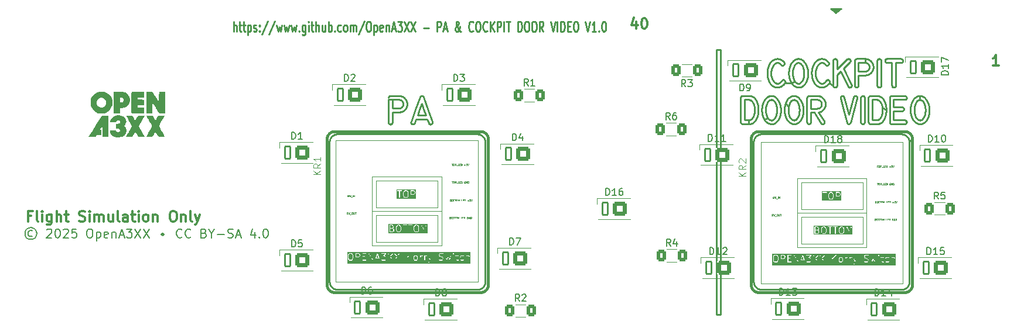
<source format=gbr>
%TF.GenerationSoftware,KiCad,Pcbnew,9.0.2*%
%TF.CreationDate,2025-07-01T15:23:45+02:00*%
%TF.ProjectId,pa-cockpit_door_video,70612d63-6f63-46b7-9069-745f646f6f72,rev?*%
%TF.SameCoordinates,Original*%
%TF.FileFunction,Legend,Top*%
%TF.FilePolarity,Positive*%
%FSLAX46Y46*%
G04 Gerber Fmt 4.6, Leading zero omitted, Abs format (unit mm)*
G04 Created by KiCad (PCBNEW 9.0.2) date 2025-07-01 15:23:45*
%MOMM*%
%LPD*%
G01*
G04 APERTURE LIST*
G04 Aperture macros list*
%AMRoundRect*
0 Rectangle with rounded corners*
0 $1 Rounding radius*
0 $2 $3 $4 $5 $6 $7 $8 $9 X,Y pos of 4 corners*
0 Add a 4 corners polygon primitive as box body*
4,1,4,$2,$3,$4,$5,$6,$7,$8,$9,$2,$3,0*
0 Add four circle primitives for the rounded corners*
1,1,$1+$1,$2,$3*
1,1,$1+$1,$4,$5*
1,1,$1+$1,$6,$7*
1,1,$1+$1,$8,$9*
0 Add four rect primitives between the rounded corners*
20,1,$1+$1,$2,$3,$4,$5,0*
20,1,$1+$1,$4,$5,$6,$7,0*
20,1,$1+$1,$6,$7,$8,$9,0*
20,1,$1+$1,$8,$9,$2,$3,0*%
G04 Aperture macros list end*
%ADD10C,0.300000*%
%ADD11C,0.280000*%
%ADD12C,0.200000*%
%ADD13C,0.250000*%
%ADD14C,0.158750*%
%ADD15C,0.150000*%
%ADD16C,0.100000*%
%ADD17C,0.062500*%
%ADD18C,0.120000*%
%ADD19C,0.000000*%
%ADD20R,1.700000X1.700000*%
%ADD21C,1.700000*%
%ADD22R,3.000000X3.000000*%
%ADD23C,3.000000*%
%ADD24RoundRect,0.250000X-0.400000X-0.625000X0.400000X-0.625000X0.400000X0.625000X-0.400000X0.625000X0*%
%ADD25RoundRect,0.165000X-0.385000X-0.885000X0.385000X-0.885000X0.385000X0.885000X-0.385000X0.885000X0*%
%ADD26RoundRect,0.315000X-0.735000X-0.735000X0.735000X-0.735000X0.735000X0.735000X-0.735000X0.735000X0*%
%ADD27R,1.500000X1.500000*%
G04 APERTURE END LIST*
D10*
X160672368Y-72650828D02*
X160672368Y-73650828D01*
X160315225Y-72079400D02*
X159958082Y-73150828D01*
X159958082Y-73150828D02*
X160886653Y-73150828D01*
X161743796Y-72150828D02*
X161886653Y-72150828D01*
X161886653Y-72150828D02*
X162029510Y-72222257D01*
X162029510Y-72222257D02*
X162100939Y-72293685D01*
X162100939Y-72293685D02*
X162172367Y-72436542D01*
X162172367Y-72436542D02*
X162243796Y-72722257D01*
X162243796Y-72722257D02*
X162243796Y-73079400D01*
X162243796Y-73079400D02*
X162172367Y-73365114D01*
X162172367Y-73365114D02*
X162100939Y-73507971D01*
X162100939Y-73507971D02*
X162029510Y-73579400D01*
X162029510Y-73579400D02*
X161886653Y-73650828D01*
X161886653Y-73650828D02*
X161743796Y-73650828D01*
X161743796Y-73650828D02*
X161600939Y-73579400D01*
X161600939Y-73579400D02*
X161529510Y-73507971D01*
X161529510Y-73507971D02*
X161458081Y-73365114D01*
X161458081Y-73365114D02*
X161386653Y-73079400D01*
X161386653Y-73079400D02*
X161386653Y-72722257D01*
X161386653Y-72722257D02*
X161458081Y-72436542D01*
X161458081Y-72436542D02*
X161529510Y-72293685D01*
X161529510Y-72293685D02*
X161600939Y-72222257D01*
X161600939Y-72222257D02*
X161743796Y-72150828D01*
D11*
X177490246Y-86499272D02*
X177505886Y-86475354D01*
X196215527Y-85795574D02*
X196218457Y-85777638D01*
X182887081Y-84332363D02*
X182882804Y-84341517D01*
X182878564Y-84350640D01*
X182874379Y-84359692D01*
X182870230Y-84368713D01*
X182866135Y-84377665D01*
X182862076Y-84386586D01*
X182858071Y-84395437D01*
X182854101Y-84404258D01*
X182850184Y-84413011D01*
X182846303Y-84421733D01*
X182842474Y-84430388D01*
X182838680Y-84439012D01*
X182834938Y-84447569D01*
X182831230Y-84456097D01*
X182827573Y-84464557D01*
X182823951Y-84472989D01*
X182820379Y-84481354D01*
X182816841Y-84489690D01*
X182813353Y-84497960D01*
X182809898Y-84506201D01*
X182806493Y-84514378D01*
X182803121Y-84522526D01*
X182799798Y-84530609D01*
X182796508Y-84538664D01*
X182793265Y-84546655D01*
X182790056Y-84554618D01*
X182786894Y-84562518D01*
X182783764Y-84570390D01*
X182780681Y-84578199D01*
X182777630Y-84585981D01*
X182774626Y-84593700D01*
X182771653Y-84601392D01*
X182768726Y-84609023D01*
X182765830Y-84616626D01*
X182762979Y-84624169D01*
X182760160Y-84631685D01*
X182757384Y-84639140D01*
X182754640Y-84646568D01*
X182751940Y-84653937D01*
X182749270Y-84661280D01*
X182746643Y-84668563D01*
X182744047Y-84675820D01*
X182741493Y-84683018D01*
X182738970Y-84690191D01*
X182736488Y-84697305D01*
X182734037Y-84704393D01*
X182731626Y-84711424D01*
X182729246Y-84718430D01*
X182726906Y-84725379D01*
X182724595Y-84732302D01*
X182722325Y-84739169D01*
X182720084Y-84746011D01*
X182717882Y-84752797D01*
X182715709Y-84759558D01*
X182713576Y-84766264D01*
X182711471Y-84772946D01*
X182709404Y-84779573D01*
X182707366Y-84786175D01*
X182705365Y-84792723D01*
X182703393Y-84799247D01*
X182701458Y-84805718D01*
X182699551Y-84812164D01*
X182697680Y-84818557D01*
X182695837Y-84824927D01*
X182694031Y-84831244D01*
X182692252Y-84837538D01*
X182690508Y-84843780D01*
X182688792Y-84849998D01*
X182687111Y-84856165D01*
X182685456Y-84862309D01*
X182683836Y-84868402D01*
X182682243Y-84874473D01*
X182680684Y-84880493D01*
X182679152Y-84886490D01*
X182677652Y-84892437D01*
X182676180Y-84898362D01*
X182674740Y-84904238D01*
X182673326Y-84910091D01*
X182671944Y-84915896D01*
X182670588Y-84921679D01*
X182669264Y-84927413D01*
X182667966Y-84933126D01*
X182666699Y-84938791D01*
X182665458Y-84944434D01*
X182664247Y-84950030D01*
X182663061Y-84955605D01*
X182661906Y-84961133D01*
X182660776Y-84966640D01*
X182659676Y-84972101D01*
X182658600Y-84977540D01*
X182657554Y-84982934D01*
X182656532Y-84988308D01*
X182655539Y-84993636D01*
X182654570Y-84998943D01*
X182653286Y-85006161D01*
X196015972Y-84408116D02*
X196000317Y-84382199D01*
X196000317Y-86449436D02*
X196007168Y-86436482D01*
X193740444Y-80388592D02*
X192776516Y-80388592D01*
X195920101Y-86571041D02*
X195927929Y-86560078D01*
X177233944Y-84047291D02*
X177196774Y-84021382D01*
X195487728Y-86885014D02*
X195497509Y-86884014D01*
X195558163Y-86866078D02*
X195567944Y-86862088D01*
X196164654Y-84776905D02*
X196154873Y-84743016D01*
X180152951Y-83371502D02*
X180157952Y-83371512D01*
X180162943Y-83371542D01*
X180167915Y-83371592D01*
X180172878Y-83371662D01*
X180177822Y-83371751D01*
X180182757Y-83371861D01*
X180187673Y-83371990D01*
X180192580Y-83372138D01*
X180197469Y-83372307D01*
X180202348Y-83372495D01*
X180207209Y-83372702D01*
X180212061Y-83372929D01*
X180216895Y-83373175D01*
X180221720Y-83373440D01*
X180226528Y-83373725D01*
X180231326Y-83374029D01*
X180236106Y-83374353D01*
X180240878Y-83374695D01*
X180245632Y-83375057D01*
X180250377Y-83375437D01*
X180255105Y-83375837D01*
X180259825Y-83376256D01*
X180264527Y-83376693D01*
X180269220Y-83377150D01*
X180273897Y-83377625D01*
X180278565Y-83378119D01*
X180283216Y-83378632D01*
X180287859Y-83379164D01*
X180292485Y-83379714D01*
X180297103Y-83380284D01*
X180301705Y-83380871D01*
X180306297Y-83381478D01*
X180310874Y-83382102D01*
X180315443Y-83382746D01*
X180319995Y-83383407D01*
X180324539Y-83384088D01*
X180329068Y-83384787D01*
X180333588Y-83385504D01*
X180338093Y-83386239D01*
X180342589Y-83386993D01*
X180347070Y-83387765D01*
X180351543Y-83388556D01*
X180356001Y-83389364D01*
X180360450Y-83390192D01*
X180364885Y-83391036D01*
X180369311Y-83391900D01*
X180373723Y-83392781D01*
X180378126Y-83393681D01*
X180382516Y-83394599D01*
X180386896Y-83395535D01*
X180391263Y-83396488D01*
X180395621Y-83397460D01*
X180399966Y-83398450D01*
X180404302Y-83399458D01*
X180408625Y-83400484D01*
X180412939Y-83401528D01*
X180417241Y-83402590D01*
X180421533Y-83403670D01*
X180425813Y-83404767D01*
X180430084Y-83405883D01*
X180434342Y-83407016D01*
X180438592Y-83408168D01*
X180442830Y-83409337D01*
X180447058Y-83410525D01*
X180451275Y-83411729D01*
X180455483Y-83412952D01*
X180459679Y-83414193D01*
X180463866Y-83415452D01*
X180468042Y-83416728D01*
X180472209Y-83418022D01*
X180476364Y-83419334D01*
X180480511Y-83420664D01*
X180484647Y-83422011D01*
X180488773Y-83423377D01*
X180492889Y-83424760D01*
X180496996Y-83426161D01*
X180501092Y-83427580D01*
X180505180Y-83429017D01*
X180509257Y-83430471D01*
X180513325Y-83431943D01*
X180517382Y-83433433D01*
X180521431Y-83434941D01*
X180525470Y-83436467D01*
X180529500Y-83438010D01*
X180533520Y-83439571D01*
X180537531Y-83441151D01*
X180541533Y-83442747D01*
X180545525Y-83444362D01*
X180549508Y-83445995D01*
X180553483Y-83447645D01*
X180557448Y-83449314D01*
X180561404Y-83451000D01*
X180565350Y-83452704D01*
X180569289Y-83454426D01*
X180573217Y-83456166D01*
X180577138Y-83457924D01*
X180581049Y-83459700D01*
X180584952Y-83461494D01*
X180588845Y-83463306D01*
X180592731Y-83465136D01*
X180600475Y-83468850D01*
X180608185Y-83472636D01*
X180615861Y-83476495D01*
X180623503Y-83480426D01*
X180631112Y-83484431D01*
X180638688Y-83488508D01*
X180646232Y-83492658D01*
X180653743Y-83496882D01*
X180661222Y-83501180D01*
X180668669Y-83505552D01*
X180676084Y-83509998D01*
X180683469Y-83514518D01*
X180690822Y-83519114D01*
X180698145Y-83523784D01*
X180705437Y-83528530D01*
X180712698Y-83533352D01*
X180719930Y-83538250D01*
X180727132Y-83543225D01*
X180734305Y-83548276D01*
X180741448Y-83553405D01*
X180748562Y-83558611D01*
X180755648Y-83563895D01*
X180762704Y-83569258D01*
X180769732Y-83574699D01*
X180776732Y-83580220D01*
X180783703Y-83585821D01*
X180790647Y-83591502D01*
X180797563Y-83597263D01*
X180804451Y-83603106D01*
X180811311Y-83609030D01*
X180818145Y-83615036D01*
X180824951Y-83621125D01*
X180831729Y-83627297D01*
X180838481Y-83633553D01*
X180845206Y-83639893D01*
X180851904Y-83646318D01*
X180858576Y-83652828D01*
X180865221Y-83659424D01*
X180871839Y-83666107D01*
X180878431Y-83672876D01*
X180884997Y-83679733D01*
X180891536Y-83686679D01*
X180898049Y-83693713D01*
X180904535Y-83700837D01*
X180910996Y-83708052D01*
X180917430Y-83715356D01*
X180923839Y-83722753D01*
X180930221Y-83730241D01*
X180936577Y-83737823D01*
X180939450Y-83741291D01*
X125402592Y-87210903D02*
X125402127Y-87214535D01*
X125401644Y-87218144D01*
X125401148Y-87221709D01*
X125400634Y-87225250D01*
X125400106Y-87228749D01*
X125399562Y-87232225D01*
X125399004Y-87235659D01*
X125398429Y-87239070D01*
X125397841Y-87242439D01*
X125397236Y-87245786D01*
X125396618Y-87249093D01*
X125395985Y-87252377D01*
X125395338Y-87255621D01*
X125394676Y-87258844D01*
X125394001Y-87262027D01*
X125393310Y-87265188D01*
X125392607Y-87268311D01*
X125391889Y-87271413D01*
X125391158Y-87274476D01*
X125390412Y-87277518D01*
X125389655Y-87280524D01*
X125388882Y-87283508D01*
X125388098Y-87286456D01*
X125387299Y-87289383D01*
X125386489Y-87292274D01*
X125385664Y-87295144D01*
X125384828Y-87297980D01*
X125383977Y-87300795D01*
X125383116Y-87303576D01*
X125382240Y-87306337D01*
X125381353Y-87309064D01*
X125380452Y-87311771D01*
X125379541Y-87314445D01*
X125378616Y-87317099D01*
X125377680Y-87319721D01*
X125376730Y-87322323D01*
X125375771Y-87324894D01*
X125374797Y-87327445D01*
X125373814Y-87329965D01*
X125372817Y-87332466D01*
X125371811Y-87334936D01*
X125370790Y-87337388D01*
X125369760Y-87339809D01*
X125368717Y-87342212D01*
X125367664Y-87344585D01*
X125366598Y-87346940D01*
X125365523Y-87349266D01*
X125364434Y-87351574D01*
X125363337Y-87353854D01*
X125362226Y-87356115D01*
X125361106Y-87358349D01*
X125359973Y-87360565D01*
X125358831Y-87362753D01*
X125357676Y-87364924D01*
X125356512Y-87367069D01*
X125355335Y-87369195D01*
X125354150Y-87371296D01*
X125352951Y-87373380D01*
X125351744Y-87375437D01*
X125350524Y-87377478D01*
X125349296Y-87379494D01*
X125348054Y-87381492D01*
X125346805Y-87383466D01*
X125345542Y-87385423D01*
X125344271Y-87387356D01*
X125342987Y-87389272D01*
X125341695Y-87391164D01*
X125340390Y-87393040D01*
X125339076Y-87394893D01*
X125337750Y-87396729D01*
X125336415Y-87398543D01*
X125335068Y-87400340D01*
X125333712Y-87402116D01*
X125332344Y-87403874D01*
X125330966Y-87405612D01*
X125329577Y-87407332D01*
X125328179Y-87409032D01*
X125326768Y-87410715D01*
X125325348Y-87412378D01*
X125323916Y-87414025D01*
X125322475Y-87415651D01*
X125321022Y-87417261D01*
X125319559Y-87418852D01*
X125318085Y-87420426D01*
X125316601Y-87421981D01*
X125315104Y-87423519D01*
X125313599Y-87425039D01*
X125312081Y-87426542D01*
X125310553Y-87428028D01*
X125309013Y-87429496D01*
X125307463Y-87430947D01*
X125305901Y-87432382D01*
X125304329Y-87433799D01*
X125302745Y-87435199D01*
X125301151Y-87436583D01*
X125299544Y-87437950D01*
X125297927Y-87439300D01*
X125296298Y-87440634D01*
X125294658Y-87441951D01*
X125293006Y-87443252D01*
X125291343Y-87444537D01*
X125289667Y-87445805D01*
X125287981Y-87447057D01*
X125286282Y-87448293D01*
X125282849Y-87450717D01*
X125279367Y-87453077D01*
X125275837Y-87455373D01*
X125272258Y-87457606D01*
X125268628Y-87459776D01*
X125264947Y-87461883D01*
X125261214Y-87463928D01*
X125257428Y-87465911D01*
X125253589Y-87467831D01*
X125249695Y-87469689D01*
X125245746Y-87471484D01*
X125241740Y-87473217D01*
X125237678Y-87474888D01*
X125233557Y-87476496D01*
X125229377Y-87478041D01*
X125225136Y-87479523D01*
X125220834Y-87480942D01*
X125216470Y-87482297D01*
X125212041Y-87483588D01*
X125207548Y-87484814D01*
X125202990Y-87485975D01*
X125198364Y-87487071D01*
X125193669Y-87488100D01*
X125188906Y-87489063D01*
X125184071Y-87489958D01*
X125179165Y-87490785D01*
X125174185Y-87491543D01*
X125169131Y-87492231D01*
X125164000Y-87492848D01*
X125158793Y-87493394D01*
X125153507Y-87493868D01*
X125148141Y-87494269D01*
X125142694Y-87494595D01*
X125137164Y-87494845D01*
X125131551Y-87495020D01*
X125125852Y-87495116D01*
X125121662Y-87495137D01*
X193740444Y-78007931D02*
X193778134Y-78007931D01*
X195605114Y-83981510D02*
X195567944Y-83967556D01*
X195767498Y-86740483D02*
X195771448Y-86736460D01*
X195783154Y-86724537D01*
X177756314Y-85179592D02*
X177754360Y-85143711D01*
X195991513Y-84369244D02*
X195984661Y-84356282D01*
X184482556Y-86776371D02*
X184479759Y-86781250D01*
X184476946Y-86786117D01*
X184474118Y-86790971D01*
X184471273Y-86795813D01*
X184468413Y-86800642D01*
X184465537Y-86805458D01*
X184462645Y-86810262D01*
X184459737Y-86815054D01*
X184456814Y-86819833D01*
X184453874Y-86824600D01*
X184450919Y-86829354D01*
X184447948Y-86834096D01*
X184444961Y-86838825D01*
X184441957Y-86843543D01*
X184438939Y-86848248D01*
X184435903Y-86852942D01*
X184432853Y-86857622D01*
X184429786Y-86862292D01*
X184426703Y-86866948D01*
X184423604Y-86871593D01*
X184420489Y-86876226D01*
X184417358Y-86880847D01*
X184414211Y-86885455D01*
X184411048Y-86890052D01*
X184407868Y-86894637D01*
X184404673Y-86899210D01*
X184401462Y-86903772D01*
X184398234Y-86908321D01*
X184394990Y-86912859D01*
X184391730Y-86917385D01*
X184385161Y-86926402D01*
X184378528Y-86935372D01*
X184371829Y-86944296D01*
X184365065Y-86953174D01*
X184358235Y-86962006D01*
X184351339Y-86970792D01*
X184344377Y-86979532D01*
X184337350Y-86988227D01*
X184330255Y-86996878D01*
X184323095Y-87005483D01*
X184315867Y-87014043D01*
X184308572Y-87022559D01*
X184301210Y-87031031D01*
X184293780Y-87039458D01*
X184286283Y-87047841D01*
X184278717Y-87056180D01*
X184271083Y-87064476D01*
X184263381Y-87072728D01*
X184255609Y-87080937D01*
X184247769Y-87089102D01*
X184239858Y-87097224D01*
X184231878Y-87105303D01*
X184223828Y-87113339D01*
X184215708Y-87121332D01*
X184207517Y-87129283D01*
X184199254Y-87137191D01*
X184190921Y-87145057D01*
X184182516Y-87152880D01*
X184174038Y-87160661D01*
X184165489Y-87168400D01*
X184156866Y-87176096D01*
X184148171Y-87183751D01*
X184139402Y-87191364D01*
X184130559Y-87198934D01*
X184121642Y-87206463D01*
X184112651Y-87213950D01*
X184103584Y-87221396D01*
X184094442Y-87228799D01*
X184085225Y-87236161D01*
X184075931Y-87243482D01*
X184066561Y-87250761D01*
X184057114Y-87257998D01*
X184047589Y-87265193D01*
X184037987Y-87272348D01*
X184028306Y-87279460D01*
X184018547Y-87286531D01*
X184008709Y-87293561D01*
X184007138Y-87294674D01*
X188480511Y-78784977D02*
X188479531Y-78787593D01*
X188478536Y-78790191D01*
X188477530Y-78792760D01*
X188476510Y-78795312D01*
X188475480Y-78797836D01*
X188474435Y-78800343D01*
X188473380Y-78802822D01*
X188472310Y-78805284D01*
X188471230Y-78807719D01*
X188470136Y-78810137D01*
X188469032Y-78812528D01*
X188467914Y-78814902D01*
X188466786Y-78817251D01*
X188465644Y-78819583D01*
X188464491Y-78821889D01*
X188463325Y-78824179D01*
X188462149Y-78826444D01*
X188460959Y-78828692D01*
X188459759Y-78830916D01*
X188458546Y-78833123D01*
X188457322Y-78835307D01*
X188456085Y-78837474D01*
X188454838Y-78839618D01*
X188453578Y-78841745D01*
X188452308Y-78843850D01*
X188451024Y-78845938D01*
X188449730Y-78848005D01*
X188448423Y-78850054D01*
X188447106Y-78852083D01*
X188445776Y-78854095D01*
X188444436Y-78856085D01*
X188443083Y-78858060D01*
X188441719Y-78860013D01*
X188440343Y-78861951D01*
X188438956Y-78863868D01*
X188437556Y-78865769D01*
X188436146Y-78867650D01*
X188434723Y-78869516D01*
X188433290Y-78871361D01*
X188431844Y-78873191D01*
X188430388Y-78875002D01*
X188428918Y-78876797D01*
X188427438Y-78878573D01*
X188425945Y-78880333D01*
X188424442Y-78882075D01*
X188422925Y-78883801D01*
X188421398Y-78885509D01*
X188419858Y-78887201D01*
X188418308Y-78888876D01*
X188416744Y-78890535D01*
X188415169Y-78892177D01*
X188413582Y-78893803D01*
X188411983Y-78895412D01*
X188410371Y-78897005D01*
X188408748Y-78898582D01*
X188407112Y-78900143D01*
X188405465Y-78901688D01*
X188403805Y-78903217D01*
X188402132Y-78904730D01*
X188400448Y-78906227D01*
X188398751Y-78907709D01*
X188397041Y-78909175D01*
X188395319Y-78910625D01*
X188393584Y-78912060D01*
X188390076Y-78914884D01*
X188386517Y-78917646D01*
X188382906Y-78920347D01*
X188379243Y-78922987D01*
X188375526Y-78925568D01*
X188371755Y-78928088D01*
X188367930Y-78930548D01*
X188364049Y-78932949D01*
X188360113Y-78935290D01*
X188356119Y-78937572D01*
X188352068Y-78939795D01*
X188347958Y-78941959D01*
X188343789Y-78944063D01*
X188339559Y-78946108D01*
X188335268Y-78948094D01*
X188330915Y-78950021D01*
X188326498Y-78951888D01*
X188322017Y-78953695D01*
X188317471Y-78955442D01*
X188312859Y-78957128D01*
X188308179Y-78958754D01*
X188303431Y-78960319D01*
X188298613Y-78961823D01*
X188293725Y-78963265D01*
X188288764Y-78964644D01*
X188284146Y-78965855D01*
X195550335Y-86868069D02*
X195558163Y-86866078D01*
X176948300Y-86891995D02*
X176955151Y-86890995D01*
X177223187Y-86789326D02*
X177233944Y-86782353D01*
X195922055Y-84262593D02*
X195890759Y-84218731D01*
X182699932Y-80314831D02*
X182699367Y-80306791D01*
X182698822Y-80298753D01*
X182698298Y-80290722D01*
X182697793Y-80282694D01*
X182697310Y-80274672D01*
X182696846Y-80266652D01*
X182696403Y-80258638D01*
X182695980Y-80250627D01*
X182695577Y-80242623D01*
X182695195Y-80234620D01*
X182694833Y-80226624D01*
X182694491Y-80218630D01*
X182694169Y-80210643D01*
X182693867Y-80202657D01*
X182693586Y-80194678D01*
X182693324Y-80186701D01*
X182693083Y-80178730D01*
X182692862Y-80170761D01*
X182692662Y-80162798D01*
X182692481Y-80154837D01*
X182692320Y-80146882D01*
X182692180Y-80138929D01*
X182692059Y-80130982D01*
X182691959Y-80123037D01*
X182691878Y-80115098D01*
X182691818Y-80107161D01*
X182691778Y-80099229D01*
X182691757Y-80091300D01*
X182691757Y-80083376D01*
X182691777Y-80075454D01*
X182691816Y-80067538D01*
X182691876Y-80059624D01*
X182691956Y-80051714D01*
X182692055Y-80043808D01*
X182692175Y-80035906D01*
X182692315Y-80028006D01*
X182692474Y-80020111D01*
X182692653Y-80012219D01*
X182692853Y-80004331D01*
X182693072Y-79996446D01*
X182693311Y-79988565D01*
X182693570Y-79980687D01*
X182693849Y-79972813D01*
X182694148Y-79964942D01*
X182694467Y-79957074D01*
X182694806Y-79949210D01*
X182695164Y-79941349D01*
X182695543Y-79933491D01*
X182695941Y-79925637D01*
X182696359Y-79917786D01*
X182696797Y-79909938D01*
X182697255Y-79902093D01*
X182697732Y-79894252D01*
X182698230Y-79886413D01*
X182698747Y-79878578D01*
X182699285Y-79870745D01*
X182699842Y-79862916D01*
X182700418Y-79855090D01*
X182701015Y-79847267D01*
X182701632Y-79839447D01*
X182702268Y-79831630D01*
X182702924Y-79823815D01*
X182703600Y-79816004D01*
X182704296Y-79808195D01*
X182705012Y-79800390D01*
X182705747Y-79792587D01*
X182706503Y-79784787D01*
X182707278Y-79776990D01*
X182708073Y-79769195D01*
X182708888Y-79761403D01*
X182709722Y-79753614D01*
X182710577Y-79745828D01*
X182711451Y-79738044D01*
X182712345Y-79730263D01*
X182713259Y-79722485D01*
X182714193Y-79714709D01*
X182715147Y-79706935D01*
X182716120Y-79699164D01*
X182718127Y-79683630D01*
X182720213Y-79668106D01*
X182722378Y-79652591D01*
X182724623Y-79637085D01*
X182726947Y-79621589D01*
X182729351Y-79606101D01*
X182731834Y-79590622D01*
X182734397Y-79575152D01*
X182737040Y-79559691D01*
X182739763Y-79544237D01*
X182742565Y-79528792D01*
X182745447Y-79513354D01*
X182748410Y-79497924D01*
X182751452Y-79482501D01*
X182754575Y-79467085D01*
X182757777Y-79451677D01*
X182761060Y-79436275D01*
X182764424Y-79420880D01*
X182767867Y-79405491D01*
X182771392Y-79390108D01*
X182774997Y-79374732D01*
X182778683Y-79359361D01*
X182782450Y-79343996D01*
X182786298Y-79328637D01*
X182790227Y-79313283D01*
X182794237Y-79297934D01*
X182798329Y-79282590D01*
X182802502Y-79267250D01*
X182806757Y-79251915D01*
X182811094Y-79236585D01*
X182815513Y-79221258D01*
X182820014Y-79205936D01*
X182824597Y-79190618D01*
X182829263Y-79175303D01*
X182834011Y-79159991D01*
X182838842Y-79144683D01*
X182843756Y-79129378D01*
X182848753Y-79114076D01*
X182853833Y-79098777D01*
X182858997Y-79083480D01*
X182864245Y-79068186D01*
X182869576Y-79052894D01*
X182872479Y-79044667D01*
X127028775Y-85526715D02*
X127024698Y-85529527D01*
X127020612Y-85532321D01*
X127016521Y-85535095D01*
X127012422Y-85537850D01*
X127008316Y-85540585D01*
X127004202Y-85543301D01*
X127000083Y-85545997D01*
X126995955Y-85548675D01*
X126991821Y-85551333D01*
X126987678Y-85553972D01*
X126983530Y-85556592D01*
X126979373Y-85559193D01*
X126975210Y-85561775D01*
X126971039Y-85564338D01*
X126966861Y-85566882D01*
X126962675Y-85569407D01*
X126958482Y-85571913D01*
X126954281Y-85574400D01*
X126950074Y-85576868D01*
X126945858Y-85579318D01*
X126941635Y-85581749D01*
X126937405Y-85584161D01*
X126933167Y-85586555D01*
X126928921Y-85588930D01*
X126924668Y-85591285D01*
X126920406Y-85593623D01*
X126916138Y-85595942D01*
X126911861Y-85598242D01*
X126907577Y-85600524D01*
X126903285Y-85602788D01*
X126898985Y-85605032D01*
X126894677Y-85607259D01*
X126890362Y-85609467D01*
X126886038Y-85611657D01*
X126881707Y-85613828D01*
X126877367Y-85615981D01*
X126873019Y-85618115D01*
X126868663Y-85620231D01*
X126864300Y-85622329D01*
X126859927Y-85624409D01*
X126855547Y-85626470D01*
X126851159Y-85628513D01*
X126846762Y-85630538D01*
X126842357Y-85632545D01*
X126833522Y-85636504D01*
X126824653Y-85640391D01*
X126815750Y-85644205D01*
X126806813Y-85647946D01*
X126797841Y-85651616D01*
X126788835Y-85655213D01*
X126779793Y-85658738D01*
X126770715Y-85662191D01*
X126761602Y-85665573D01*
X126752452Y-85668882D01*
X126743266Y-85672119D01*
X126734043Y-85675285D01*
X126724782Y-85678379D01*
X126715484Y-85681401D01*
X126706148Y-85684351D01*
X126696773Y-85687230D01*
X126687360Y-85690036D01*
X126677908Y-85692771D01*
X126668416Y-85695434D01*
X126658884Y-85698025D01*
X126649312Y-85700544D01*
X126639700Y-85702991D01*
X126630046Y-85705366D01*
X126620351Y-85707669D01*
X126610615Y-85709899D01*
X126600836Y-85712057D01*
X126591014Y-85714142D01*
X126581150Y-85716154D01*
X126571242Y-85718094D01*
X126561290Y-85719961D01*
X126551294Y-85721754D01*
X126541254Y-85723475D01*
X126531169Y-85725121D01*
X126521038Y-85726695D01*
X126510861Y-85728194D01*
X126500638Y-85729619D01*
X126490368Y-85730970D01*
X126480051Y-85732246D01*
X126469686Y-85733447D01*
X126459274Y-85734574D01*
X126448813Y-85735625D01*
X126438303Y-85736601D01*
X126427744Y-85737501D01*
X126417135Y-85738324D01*
X126406475Y-85739072D01*
X126401646Y-85739384D01*
X187050488Y-78775883D02*
X187043512Y-78782903D01*
X187036571Y-78790001D01*
X187029665Y-78797177D01*
X187022795Y-78804433D01*
X187015960Y-78811767D01*
X187009159Y-78819182D01*
X187002394Y-78826676D01*
X186995663Y-78834252D01*
X186988968Y-78841909D01*
X186982307Y-78849648D01*
X186975681Y-78857469D01*
X186969089Y-78865373D01*
X186962533Y-78873360D01*
X186956011Y-78881431D01*
X186949523Y-78889587D01*
X186943071Y-78897828D01*
X186936653Y-78906154D01*
X186930270Y-78914566D01*
X186923921Y-78923065D01*
X186917607Y-78931652D01*
X186911328Y-78940326D01*
X186905084Y-78949089D01*
X186898875Y-78957940D01*
X186892700Y-78966882D01*
X186886561Y-78975913D01*
X186880456Y-78985036D01*
X186874387Y-78994250D01*
X186868353Y-79003557D01*
X186862354Y-79012956D01*
X186856390Y-79022448D01*
X186850462Y-79032035D01*
X186844569Y-79041716D01*
X186838712Y-79051493D01*
X186832891Y-79061366D01*
X186827106Y-79071336D01*
X186821356Y-79081403D01*
X186815643Y-79091569D01*
X186809966Y-79101833D01*
X186804326Y-79112197D01*
X186798722Y-79122661D01*
X186793155Y-79133226D01*
X186787625Y-79143892D01*
X186782132Y-79154662D01*
X186776676Y-79165534D01*
X186771258Y-79176510D01*
X186765878Y-79187591D01*
X186760535Y-79198777D01*
X186755230Y-79210069D01*
X186749964Y-79221468D01*
X186744736Y-79232975D01*
X186739547Y-79244591D01*
X186734397Y-79256315D01*
X186729286Y-79268149D01*
X186727200Y-79273037D01*
X192776516Y-79816670D02*
X193740444Y-79816670D01*
X177703488Y-85976986D02*
X177706433Y-85962033D01*
X177758267Y-85606198D02*
X177760235Y-85566326D01*
X117051579Y-111902623D02*
X117041673Y-111902583D01*
X117031778Y-111902463D01*
X117021894Y-111902264D01*
X117012021Y-111901984D01*
X117002159Y-111901626D01*
X116992309Y-111901187D01*
X116982471Y-111900670D01*
X116972646Y-111900072D01*
X116962834Y-111899396D01*
X116953035Y-111898641D01*
X116943249Y-111897806D01*
X116933477Y-111896892D01*
X116923719Y-111895900D01*
X116913976Y-111894828D01*
X116904248Y-111893678D01*
X116894535Y-111892449D01*
X116884838Y-111891142D01*
X116875157Y-111889756D01*
X116865493Y-111888292D01*
X116855845Y-111886750D01*
X116846215Y-111885129D01*
X116836602Y-111883431D01*
X116827007Y-111881654D01*
X116817431Y-111879800D01*
X116807873Y-111877867D01*
X116798335Y-111875858D01*
X116788817Y-111873770D01*
X116779319Y-111871606D01*
X116769841Y-111869364D01*
X116760384Y-111867045D01*
X116750949Y-111864648D01*
X116741536Y-111862175D01*
X116732145Y-111859626D01*
X116722777Y-111856999D01*
X116713432Y-111854296D01*
X116704112Y-111851517D01*
X116694815Y-111848662D01*
X116685543Y-111845731D01*
X116676296Y-111842723D01*
X116667075Y-111839641D01*
X116657880Y-111836482D01*
X116648712Y-111833248D01*
X116639571Y-111829939D01*
X116630457Y-111826555D01*
X116621372Y-111823097D01*
X116612316Y-111819563D01*
X116603288Y-111815956D01*
X116594291Y-111812274D01*
X116585323Y-111808518D01*
X116576387Y-111804688D01*
X116567481Y-111800785D01*
X116558608Y-111796808D01*
X116549767Y-111792758D01*
X116540959Y-111788636D01*
X116532184Y-111784440D01*
X116523443Y-111780173D01*
X116514737Y-111775833D01*
X116506066Y-111771422D01*
X116497430Y-111766939D01*
X116488831Y-111762384D01*
X116480268Y-111757759D01*
X116471743Y-111753063D01*
X116463255Y-111748296D01*
X116454806Y-111743459D01*
X116446396Y-111738553D01*
X116438026Y-111733577D01*
X116429695Y-111728532D01*
X116421405Y-111723417D01*
X116413157Y-111718235D01*
X116404950Y-111712984D01*
X116396785Y-111707665D01*
X116388664Y-111702279D01*
X116380586Y-111696826D01*
X116372552Y-111691306D01*
X116364562Y-111685720D01*
X116356618Y-111680068D01*
X116348720Y-111674350D01*
X116340868Y-111668566D01*
X116333062Y-111662719D01*
X116325304Y-111656806D01*
X116317595Y-111650830D01*
X116309933Y-111644790D01*
X116302321Y-111638687D01*
X116294758Y-111632521D01*
X116287246Y-111626293D01*
X116279784Y-111620003D01*
X116272374Y-111613652D01*
X116265015Y-111607240D01*
X116257709Y-111600767D01*
X116250456Y-111594235D01*
X116243256Y-111587643D01*
X116236110Y-111580992D01*
X116229019Y-111574282D01*
X116221983Y-111567514D01*
X116215002Y-111560689D01*
X116208077Y-111553806D01*
X116204636Y-111550344D01*
X116201209Y-111546867D01*
X116197796Y-111543377D01*
X116194398Y-111539872D01*
X116191014Y-111536354D01*
X116187644Y-111532822D01*
X116184289Y-111529276D01*
X116180949Y-111525716D01*
X116177623Y-111522143D01*
X116174312Y-111518556D01*
X116171016Y-111514956D01*
X116167734Y-111511342D01*
X116164468Y-111507715D01*
X116161216Y-111504074D01*
X116157979Y-111500420D01*
X116154758Y-111496753D01*
X116151551Y-111493074D01*
X116148360Y-111489381D01*
X116145184Y-111485675D01*
X116142023Y-111481956D01*
X116138877Y-111478224D01*
X116135747Y-111474480D01*
X116132633Y-111470723D01*
X116129534Y-111466953D01*
X116126450Y-111463171D01*
X116123382Y-111459376D01*
X116120330Y-111455569D01*
X116117294Y-111451749D01*
X116114273Y-111447917D01*
X116111268Y-111444073D01*
X116108279Y-111440217D01*
X116105306Y-111436348D01*
X116102349Y-111432468D01*
X116099408Y-111428576D01*
X116096484Y-111424672D01*
X116093575Y-111420756D01*
X116090683Y-111416828D01*
X116087806Y-111412889D01*
X116084947Y-111408938D01*
X116082103Y-111404976D01*
X116079276Y-111401002D01*
X116076465Y-111397017D01*
X116073671Y-111393021D01*
X116070894Y-111389012D01*
X116068133Y-111384994D01*
X116065388Y-111380964D01*
X116062661Y-111376923D01*
X116059950Y-111372871D01*
X116057256Y-111368808D01*
X116054579Y-111364734D01*
X116051919Y-111360650D01*
X116049275Y-111356555D01*
X116046649Y-111352450D01*
X116044039Y-111348333D01*
X116041447Y-111344207D01*
X116038872Y-111340069D01*
X116036314Y-111335923D01*
X116033773Y-111331764D01*
X116031250Y-111327597D01*
X116028743Y-111323419D01*
X116026254Y-111319232D01*
X116023782Y-111315033D01*
X116021328Y-111310826D01*
X116018891Y-111306608D01*
X116016472Y-111302381D01*
X116014070Y-111298144D01*
X116011686Y-111293898D01*
X116009319Y-111289641D01*
X116006970Y-111285376D01*
X116004639Y-111281101D01*
X116002325Y-111276817D01*
X116000029Y-111272523D01*
X115997751Y-111268221D01*
X115995491Y-111263908D01*
X115993248Y-111259588D01*
X115991023Y-111255257D01*
X115988817Y-111250919D01*
X115986628Y-111246571D01*
X115984458Y-111242215D01*
X115982305Y-111237849D01*
X115980170Y-111233476D01*
X115978053Y-111229093D01*
X115975955Y-111224703D01*
X115973875Y-111220303D01*
X115971813Y-111215896D01*
X115969769Y-111211479D01*
X115967743Y-111207056D01*
X115965736Y-111202623D01*
X115963747Y-111198183D01*
X115961776Y-111193734D01*
X115959824Y-111189279D01*
X115957890Y-111184813D01*
X115955974Y-111180342D01*
X115954077Y-111175862D01*
X115952199Y-111171375D01*
X115950338Y-111166879D01*
X115948497Y-111162377D01*
X115946674Y-111157866D01*
X115944870Y-111153349D01*
X115943083Y-111148823D01*
X115941317Y-111144292D01*
X115939568Y-111139751D01*
X115937838Y-111135205D01*
X115936127Y-111130651D01*
X115934435Y-111126091D01*
X115932761Y-111121522D01*
X115931106Y-111116948D01*
X115929470Y-111112366D01*
X115927853Y-111107778D01*
X115926254Y-111103182D01*
X115924675Y-111098581D01*
X115923114Y-111093972D01*
X115921573Y-111089358D01*
X115920050Y-111084736D01*
X115918547Y-111080109D01*
X115917061Y-111075474D01*
X115915596Y-111070834D01*
X115914149Y-111066186D01*
X115912722Y-111061534D01*
X115911313Y-111056874D01*
X115909923Y-111052210D01*
X115908553Y-111047538D01*
X115907202Y-111042862D01*
X115905869Y-111038179D01*
X115904557Y-111033491D01*
X115903262Y-111028796D01*
X115901988Y-111024096D01*
X115900732Y-111019390D01*
X115899496Y-111014679D01*
X115898279Y-111009961D01*
X115897082Y-111005240D01*
X115895903Y-111000511D01*
X115894744Y-110995779D01*
X115893604Y-110991040D01*
X115892484Y-110986297D01*
X115891383Y-110981547D01*
X115890301Y-110976795D01*
X115889239Y-110972034D01*
X115888196Y-110967271D01*
X115887172Y-110962501D01*
X115886168Y-110957728D01*
X115885183Y-110952949D01*
X115884218Y-110948166D01*
X115883272Y-110943377D01*
X115882346Y-110938585D01*
X115881439Y-110933786D01*
X115880552Y-110928985D01*
X115879684Y-110924177D01*
X115878836Y-110919366D01*
X115878007Y-110914549D01*
X115877198Y-110909730D01*
X115876408Y-110904905D01*
X115875638Y-110900077D01*
X115874887Y-110895243D01*
X115874157Y-110890407D01*
X115873445Y-110885564D01*
X115872754Y-110880720D01*
X115872082Y-110875869D01*
X115871430Y-110871016D01*
X115870797Y-110866158D01*
X115870184Y-110861298D01*
X115869591Y-110856431D01*
X115869018Y-110851563D01*
X115868464Y-110846689D01*
X115867930Y-110841814D01*
X115867416Y-110836932D01*
X115866921Y-110832050D01*
X115866446Y-110827161D01*
X115865991Y-110822271D01*
X115865556Y-110817376D01*
X115865141Y-110812479D01*
X115864745Y-110807577D01*
X115864369Y-110802673D01*
X115864013Y-110797764D01*
X115863677Y-110792854D01*
X115863361Y-110787939D01*
X115863064Y-110783022D01*
X115862788Y-110778100D01*
X115862531Y-110773178D01*
X115862294Y-110768250D01*
X115862077Y-110763321D01*
X115861880Y-110758387D01*
X115861703Y-110753452D01*
X115861546Y-110748513D01*
X115861409Y-110743572D01*
X115861292Y-110738627D01*
X115861195Y-110733681D01*
X115861117Y-110728730D01*
X115861060Y-110723779D01*
X115861023Y-110718822D01*
X115861004Y-110712056D01*
X184077572Y-86345776D02*
X184081354Y-86337319D01*
X184085106Y-86328733D01*
X184088827Y-86320016D01*
X184092518Y-86311168D01*
X184096177Y-86302185D01*
X184099805Y-86293068D01*
X184103401Y-86283814D01*
X184106965Y-86274422D01*
X184110495Y-86264891D01*
X184113993Y-86255219D01*
X184117457Y-86245404D01*
X184120886Y-86235445D01*
X184124282Y-86225341D01*
X184127641Y-86215089D01*
X184130966Y-86204689D01*
X184134254Y-86194138D01*
X184137505Y-86183436D01*
X184140720Y-86172580D01*
X184143896Y-86161569D01*
X184147035Y-86150402D01*
X184150135Y-86139076D01*
X184153195Y-86127589D01*
X184156215Y-86115942D01*
X184159196Y-86104131D01*
X184162135Y-86092155D01*
X184165032Y-86080012D01*
X184167887Y-86067701D01*
X184170699Y-86055219D01*
X184173468Y-86042566D01*
X184176193Y-86029740D01*
X184178873Y-86016738D01*
X184181508Y-86003558D01*
X184184097Y-85990201D01*
X184186639Y-85976662D01*
X184189133Y-85962941D01*
X184191580Y-85949036D01*
X184193978Y-85934945D01*
X184196327Y-85920666D01*
X184198626Y-85906197D01*
X184200874Y-85891537D01*
X184203070Y-85876684D01*
X184205215Y-85861635D01*
X184207306Y-85846389D01*
X184209344Y-85830945D01*
X184211327Y-85815299D01*
X184213256Y-85799451D01*
X184215128Y-85783398D01*
X184216944Y-85767139D01*
X184218702Y-85750671D01*
X184219418Y-85743748D01*
X195927929Y-86560078D02*
X195937710Y-86549115D01*
X195712719Y-86782353D02*
X195720547Y-86776371D01*
X178340206Y-111749333D02*
X178331007Y-111749293D01*
X178321818Y-111749173D01*
X178312640Y-111748974D01*
X178303473Y-111748695D01*
X178294318Y-111748336D01*
X178285175Y-111747898D01*
X178276045Y-111747380D01*
X178266927Y-111746783D01*
X178257821Y-111746107D01*
X178248730Y-111745352D01*
X178239652Y-111744518D01*
X178230588Y-111743604D01*
X178221539Y-111742613D01*
X178212505Y-111741542D01*
X178203486Y-111740392D01*
X178194483Y-111739165D01*
X178185496Y-111737858D01*
X178176525Y-111736474D01*
X178167572Y-111735011D01*
X178158636Y-111733470D01*
X178149718Y-111731851D01*
X178140818Y-111730154D01*
X178131937Y-111728379D01*
X178123075Y-111726527D01*
X178114232Y-111724597D01*
X178105410Y-111722590D01*
X178096609Y-111720506D01*
X178087828Y-111718344D01*
X178079069Y-111716106D01*
X178070332Y-111713790D01*
X178061617Y-111711398D01*
X178052926Y-111708929D01*
X178044258Y-111706384D01*
X178035614Y-111703763D01*
X178026994Y-111701065D01*
X178018400Y-111698292D01*
X178009831Y-111695443D01*
X178001288Y-111692518D01*
X177992772Y-111689518D01*
X177984283Y-111686443D01*
X177975821Y-111683293D01*
X177967388Y-111680068D01*
X177958984Y-111676769D01*
X177950609Y-111673395D01*
X177942264Y-111669947D01*
X177933949Y-111666425D01*
X177925665Y-111662830D01*
X177917413Y-111659161D01*
X177909193Y-111655418D01*
X177901006Y-111651603D01*
X177892852Y-111647716D01*
X177884732Y-111643756D01*
X177876647Y-111639723D01*
X177868596Y-111635619D01*
X177860582Y-111631444D01*
X177852603Y-111627197D01*
X177844662Y-111622879D01*
X177836758Y-111618490D01*
X177828892Y-111614032D01*
X177821064Y-111609503D01*
X177813276Y-111604904D01*
X177805528Y-111600237D01*
X177797820Y-111595500D01*
X177790154Y-111590695D01*
X177782529Y-111585821D01*
X177774946Y-111580880D01*
X177767407Y-111575871D01*
X177759911Y-111570795D01*
X177752459Y-111565653D01*
X177745051Y-111560444D01*
X177737689Y-111555169D01*
X177730373Y-111549829D01*
X177723104Y-111544424D01*
X177715882Y-111538954D01*
X177708708Y-111533420D01*
X177701581Y-111527823D01*
X177694504Y-111522162D01*
X177687477Y-111516438D01*
X177680500Y-111510652D01*
X177673573Y-111504804D01*
X177666698Y-111498895D01*
X177659874Y-111492925D01*
X177653103Y-111486895D01*
X177646386Y-111480805D01*
X177639721Y-111474655D01*
X177633111Y-111468447D01*
X177626556Y-111462180D01*
X177620056Y-111455856D01*
X177613613Y-111449474D01*
X177610412Y-111446262D01*
X177607225Y-111443036D01*
X177604053Y-111439796D01*
X177600894Y-111436542D01*
X177597751Y-111433274D01*
X177594622Y-111429992D01*
X177591507Y-111426696D01*
X177588407Y-111423386D01*
X177585321Y-111420064D01*
X177582250Y-111416727D01*
X177579194Y-111413377D01*
X177576153Y-111410013D01*
X177573127Y-111406637D01*
X177570115Y-111403247D01*
X177567119Y-111399843D01*
X177564138Y-111396427D01*
X177561172Y-111392998D01*
X177558221Y-111389555D01*
X177555286Y-111386100D01*
X177552366Y-111382632D01*
X177549461Y-111379151D01*
X177546571Y-111375657D01*
X177543698Y-111372151D01*
X177540840Y-111368632D01*
X177537997Y-111365101D01*
X177535170Y-111361558D01*
X177532359Y-111358002D01*
X177529564Y-111354434D01*
X177526785Y-111350854D01*
X177524021Y-111347261D01*
X177521274Y-111343657D01*
X177518542Y-111340040D01*
X177515827Y-111336412D01*
X177513128Y-111332772D01*
X177510446Y-111329120D01*
X177507779Y-111325457D01*
X177505129Y-111321782D01*
X177502495Y-111318095D01*
X177499877Y-111314398D01*
X177497276Y-111310688D01*
X177494692Y-111306968D01*
X177492124Y-111303236D01*
X177489573Y-111299494D01*
X177487038Y-111295740D01*
X177484521Y-111291976D01*
X177482020Y-111288199D01*
X177479536Y-111284414D01*
X177477068Y-111280616D01*
X177474618Y-111276809D01*
X177472185Y-111272990D01*
X177469769Y-111269161D01*
X177467369Y-111265322D01*
X177464988Y-111261472D01*
X177462622Y-111257612D01*
X177460275Y-111253742D01*
X177457944Y-111249862D01*
X177455632Y-111245972D01*
X177453336Y-111242071D01*
X177451058Y-111238161D01*
X177448797Y-111234241D01*
X177446553Y-111230312D01*
X177444327Y-111226372D01*
X177442119Y-111222423D01*
X177439928Y-111218464D01*
X177437756Y-111214497D01*
X177435600Y-111210519D01*
X177433463Y-111206533D01*
X177431342Y-111202537D01*
X177429241Y-111198533D01*
X177427156Y-111194518D01*
X177425090Y-111190496D01*
X177423041Y-111186463D01*
X177421011Y-111182423D01*
X177418999Y-111178373D01*
X177417005Y-111174315D01*
X177415028Y-111170248D01*
X177413070Y-111166173D01*
X177411129Y-111162088D01*
X177409208Y-111157997D01*
X177407304Y-111153896D01*
X177405419Y-111149788D01*
X177403551Y-111145670D01*
X177401702Y-111141546D01*
X177399872Y-111137412D01*
X177398060Y-111133271D01*
X177396265Y-111129122D01*
X177394490Y-111124966D01*
X177392733Y-111120800D01*
X177390995Y-111116629D01*
X177389275Y-111112448D01*
X177387574Y-111108262D01*
X177385890Y-111104066D01*
X177384227Y-111099865D01*
X177382581Y-111095654D01*
X177380954Y-111091438D01*
X177379345Y-111087214D01*
X177377756Y-111082983D01*
X177376185Y-111078744D01*
X177374633Y-111074500D01*
X177373100Y-111070247D01*
X177371586Y-111065989D01*
X177370090Y-111061723D01*
X177368613Y-111057451D01*
X177367155Y-111053171D01*
X177365716Y-111048887D01*
X177364296Y-111044594D01*
X177362895Y-111040296D01*
X177361513Y-111035991D01*
X177360150Y-111031680D01*
X177358806Y-111027362D01*
X177357481Y-111023039D01*
X177356175Y-111018709D01*
X177354888Y-111014374D01*
X177353620Y-111010031D01*
X177352372Y-111005685D01*
X177351142Y-111001330D01*
X177349932Y-110996972D01*
X177348741Y-110992606D01*
X177347569Y-110988236D01*
X177346416Y-110983859D01*
X177345283Y-110979478D01*
X177344169Y-110975090D01*
X177343074Y-110970698D01*
X177341998Y-110966299D01*
X177340942Y-110961897D01*
X177339905Y-110957487D01*
X177338888Y-110953074D01*
X177337889Y-110948654D01*
X177336910Y-110944231D01*
X177335951Y-110939801D01*
X177335011Y-110935369D01*
X177334090Y-110930929D01*
X177333189Y-110926486D01*
X177332307Y-110922037D01*
X177331445Y-110917585D01*
X177330602Y-110913126D01*
X177329779Y-110908664D01*
X177328975Y-110904196D01*
X177328191Y-110899726D01*
X177327427Y-110895249D01*
X177326682Y-110890770D01*
X177325956Y-110886284D01*
X177325250Y-110881797D01*
X177324564Y-110877302D01*
X177323897Y-110872806D01*
X177323250Y-110868304D01*
X177322623Y-110863800D01*
X177322015Y-110859289D01*
X177321427Y-110854777D01*
X177320859Y-110850258D01*
X177320310Y-110845738D01*
X177319781Y-110841212D01*
X177319272Y-110836685D01*
X177318782Y-110832151D01*
X177318313Y-110827617D01*
X177317863Y-110823076D01*
X177317433Y-110818534D01*
X177317022Y-110813986D01*
X177316632Y-110809437D01*
X177316261Y-110804882D01*
X177315910Y-110800327D01*
X177315578Y-110795765D01*
X177315267Y-110791203D01*
X177314976Y-110786635D01*
X177314704Y-110782066D01*
X177314452Y-110777492D01*
X177314220Y-110772917D01*
X177314008Y-110768337D01*
X177313816Y-110763756D01*
X177313644Y-110759170D01*
X177313492Y-110754583D01*
X177313359Y-110749991D01*
X177313247Y-110745398D01*
X177313155Y-110740801D01*
X177313082Y-110736203D01*
X177313030Y-110731600D01*
X177312998Y-110726997D01*
X177312985Y-110722388D01*
X177312985Y-110721836D01*
X185435345Y-87394345D02*
X185433313Y-87392789D01*
X185431301Y-87391223D01*
X185429315Y-87389652D01*
X185427348Y-87388071D01*
X185425407Y-87386485D01*
X185423485Y-87384888D01*
X185421588Y-87383287D01*
X185419711Y-87381675D01*
X185417858Y-87380058D01*
X185416024Y-87378431D01*
X185414214Y-87376799D01*
X185412423Y-87375157D01*
X185410656Y-87373510D01*
X185408908Y-87371853D01*
X185407183Y-87370190D01*
X185405476Y-87368517D01*
X185403793Y-87366839D01*
X185402128Y-87365151D01*
X185400485Y-87363457D01*
X185398861Y-87361754D01*
X185397259Y-87360044D01*
X185395675Y-87358325D01*
X185394113Y-87356600D01*
X185392569Y-87354865D01*
X185391047Y-87353124D01*
X185389542Y-87351374D01*
X185388058Y-87349617D01*
X185386593Y-87347850D01*
X185385148Y-87346077D01*
X185383721Y-87344294D01*
X185382314Y-87342505D01*
X185380926Y-87340706D01*
X185379557Y-87338900D01*
X185378206Y-87337084D01*
X185376874Y-87335261D01*
X185375561Y-87333429D01*
X185374267Y-87331589D01*
X185372990Y-87329740D01*
X185371733Y-87327883D01*
X185370493Y-87326017D01*
X185369272Y-87324143D01*
X185368069Y-87322259D01*
X185366884Y-87320367D01*
X185365717Y-87318466D01*
X185364568Y-87316556D01*
X185363437Y-87314637D01*
X185362324Y-87312709D01*
X185361229Y-87310772D01*
X185360151Y-87308825D01*
X185359091Y-87306869D01*
X185357024Y-87302929D01*
X185355028Y-87298951D01*
X185353101Y-87294934D01*
X185351244Y-87290877D01*
X185349457Y-87286780D01*
X185347739Y-87282642D01*
X185346091Y-87278463D01*
X185344512Y-87274241D01*
X185343002Y-87269975D01*
X185341561Y-87265665D01*
X185340190Y-87261311D01*
X185338888Y-87256910D01*
X185337656Y-87252463D01*
X185336494Y-87247968D01*
X185335402Y-87243425D01*
X185334381Y-87238832D01*
X185333430Y-87234189D01*
X185332551Y-87229495D01*
X185331743Y-87224749D01*
X185331008Y-87219949D01*
X185330345Y-87215095D01*
X185329756Y-87210186D01*
X185329241Y-87205220D01*
X185328800Y-87200197D01*
X185328434Y-87195116D01*
X185328145Y-87189976D01*
X185327933Y-87184775D01*
X185327798Y-87179512D01*
X185327742Y-87174187D01*
X185327740Y-87173069D01*
X187805157Y-82085171D02*
X187800429Y-82086860D01*
X187795702Y-82088527D01*
X187790983Y-82090171D01*
X187786265Y-82091793D01*
X187781555Y-82093391D01*
X187776846Y-82094967D01*
X187772144Y-82096520D01*
X187767443Y-82098052D01*
X187762750Y-82099560D01*
X187758058Y-82101047D01*
X187753373Y-82102510D01*
X187748689Y-82103952D01*
X187744012Y-82105372D01*
X187739336Y-82106769D01*
X187734667Y-82108144D01*
X187729999Y-82109498D01*
X187725338Y-82110829D01*
X187720677Y-82112139D01*
X187716024Y-82113426D01*
X187711371Y-82114692D01*
X187706725Y-82115936D01*
X187702080Y-82117159D01*
X187697441Y-82118359D01*
X187692803Y-82119539D01*
X187688172Y-82120696D01*
X187683541Y-82121832D01*
X187678916Y-82122947D01*
X187674292Y-82124040D01*
X187669674Y-82125112D01*
X187665057Y-82126163D01*
X187660446Y-82127192D01*
X187655835Y-82128200D01*
X187651230Y-82129187D01*
X187646626Y-82130153D01*
X187642028Y-82131097D01*
X187637430Y-82132021D01*
X187632837Y-82132923D01*
X187628245Y-82133805D01*
X187623659Y-82134665D01*
X187619073Y-82135505D01*
X187614492Y-82136324D01*
X187609912Y-82137122D01*
X187605337Y-82137899D01*
X187600762Y-82138656D01*
X187596193Y-82139392D01*
X187591623Y-82140107D01*
X187587059Y-82140801D01*
X187582495Y-82141475D01*
X187577935Y-82142128D01*
X187573377Y-82142761D01*
X187568822Y-82143373D01*
X187564268Y-82143965D01*
X187559718Y-82144536D01*
X187555169Y-82145087D01*
X187550624Y-82145617D01*
X187546079Y-82146127D01*
X187541538Y-82146616D01*
X187536997Y-82147085D01*
X187532461Y-82147534D01*
X187527924Y-82147963D01*
X187523392Y-82148371D01*
X187518859Y-82148759D01*
X187514330Y-82149127D01*
X187509802Y-82149474D01*
X187505277Y-82149802D01*
X187500752Y-82150109D01*
X187496230Y-82150396D01*
X187491709Y-82150663D01*
X187487190Y-82150909D01*
X187482672Y-82151136D01*
X187478157Y-82151342D01*
X187473642Y-82151529D01*
X187469129Y-82151695D01*
X187464617Y-82151841D01*
X187460107Y-82151967D01*
X187455598Y-82152073D01*
X187451091Y-82152159D01*
X187446585Y-82152225D01*
X187442080Y-82152271D01*
X187437576Y-82152297D01*
X187433073Y-82152304D01*
X187428571Y-82152290D01*
X187424070Y-82152256D01*
X187419571Y-82152202D01*
X187415072Y-82152128D01*
X187410574Y-82152034D01*
X187406077Y-82151920D01*
X187401581Y-82151786D01*
X187397085Y-82151632D01*
X187392590Y-82151458D01*
X187383603Y-82151050D01*
X187374617Y-82150562D01*
X187365634Y-82149994D01*
X187356652Y-82149347D01*
X187347672Y-82148619D01*
X187338692Y-82147810D01*
X187329713Y-82146922D01*
X187320734Y-82145953D01*
X187311755Y-82144904D01*
X187302776Y-82143774D01*
X187293795Y-82142563D01*
X187284814Y-82141271D01*
X187275831Y-82139899D01*
X187266846Y-82138445D01*
X187257859Y-82136910D01*
X187248869Y-82135293D01*
X187239876Y-82133594D01*
X187230880Y-82131813D01*
X187221881Y-82129950D01*
X187212878Y-82128004D01*
X187203870Y-82125976D01*
X187194858Y-82123864D01*
X187185841Y-82121669D01*
X187176818Y-82119391D01*
X187167791Y-82117028D01*
X187158757Y-82114581D01*
X187149717Y-82112050D01*
X187140671Y-82109434D01*
X187131617Y-82106732D01*
X187122557Y-82103945D01*
X187113489Y-82101072D01*
X187104413Y-82098112D01*
X187095330Y-82095065D01*
X187086238Y-82091931D01*
X187077137Y-82088710D01*
X187068027Y-82085400D01*
X187058908Y-82082002D01*
X187049779Y-82078515D01*
X187040641Y-82074938D01*
X187031492Y-82071272D01*
X187022333Y-82067515D01*
X187013163Y-82063667D01*
X187003982Y-82059727D01*
X186994790Y-82055696D01*
X186985586Y-82051572D01*
X186976371Y-82047355D01*
X186967143Y-82043045D01*
X186957903Y-82038640D01*
X186948650Y-82034141D01*
X186939384Y-82029546D01*
X186935452Y-82027569D01*
X177767071Y-85356015D02*
X177766094Y-85335080D01*
X117051579Y-88446049D02*
X138127011Y-88446049D01*
X186341427Y-78717282D02*
X186344340Y-78712082D01*
X186347265Y-78706900D01*
X186350198Y-78701746D01*
X186353143Y-78696610D01*
X186356096Y-78691501D01*
X186359061Y-78686411D01*
X186362034Y-78681348D01*
X186365019Y-78676303D01*
X186368012Y-78671285D01*
X186371017Y-78666285D01*
X186374030Y-78661311D01*
X186377055Y-78656356D01*
X186380087Y-78651427D01*
X186383132Y-78646516D01*
X186386184Y-78641630D01*
X186389248Y-78636764D01*
X186392320Y-78631922D01*
X186395404Y-78627099D01*
X186398496Y-78622302D01*
X186401599Y-78617522D01*
X186404710Y-78612768D01*
X186407834Y-78608031D01*
X186410964Y-78603320D01*
X186414107Y-78598627D01*
X186417258Y-78593958D01*
X186420420Y-78589307D01*
X186423590Y-78584681D01*
X186426772Y-78580073D01*
X186429961Y-78575489D01*
X186433163Y-78570922D01*
X186436372Y-78566380D01*
X186439593Y-78561856D01*
X186442821Y-78557355D01*
X186446062Y-78552873D01*
X186449310Y-78548414D01*
X186452569Y-78543972D01*
X186455837Y-78539554D01*
X186459116Y-78535154D01*
X186462403Y-78530777D01*
X186465702Y-78526417D01*
X186469008Y-78522081D01*
X186472326Y-78517762D01*
X186475652Y-78513466D01*
X186478990Y-78509187D01*
X186482335Y-78504931D01*
X186485692Y-78500693D01*
X186489057Y-78496477D01*
X186492434Y-78492278D01*
X186495818Y-78488102D01*
X186499214Y-78483943D01*
X186502618Y-78479806D01*
X186506033Y-78475686D01*
X186509456Y-78471588D01*
X186512891Y-78467508D01*
X186516334Y-78463449D01*
X186519789Y-78459407D01*
X186523251Y-78455387D01*
X186526725Y-78451384D01*
X186530207Y-78447402D01*
X186533701Y-78443438D01*
X186537202Y-78439495D01*
X186540716Y-78435568D01*
X186544237Y-78431663D01*
X186547770Y-78427775D01*
X186551311Y-78423907D01*
X186554863Y-78420057D01*
X186558424Y-78416227D01*
X186561996Y-78412415D01*
X186565576Y-78408622D01*
X186569168Y-78404847D01*
X186572768Y-78401092D01*
X186576380Y-78397354D01*
X186580000Y-78393636D01*
X186583632Y-78389935D01*
X186587272Y-78386254D01*
X186590923Y-78382589D01*
X186594583Y-78378945D01*
X186598255Y-78375317D01*
X186601935Y-78371709D01*
X186605626Y-78368118D01*
X186609326Y-78364546D01*
X186613038Y-78360991D01*
X186616758Y-78357456D01*
X186620489Y-78353937D01*
X186624230Y-78350437D01*
X186627982Y-78346955D01*
X186631742Y-78343491D01*
X186635514Y-78340044D01*
X186639295Y-78336615D01*
X186643088Y-78333204D01*
X186646889Y-78329811D01*
X186650702Y-78326435D01*
X186654524Y-78323077D01*
X186658358Y-78319736D01*
X186662200Y-78316414D01*
X186666054Y-78313108D01*
X186669918Y-78309821D01*
X186673792Y-78306550D01*
X186677676Y-78303297D01*
X186681572Y-78300061D01*
X186685477Y-78296843D01*
X186689393Y-78293642D01*
X186693319Y-78290459D01*
X186697256Y-78287292D01*
X186701203Y-78284143D01*
X186705161Y-78281011D01*
X186709129Y-78277896D01*
X186713109Y-78274798D01*
X186717098Y-78271717D01*
X186721099Y-78268653D01*
X186725110Y-78265607D01*
X186729132Y-78262577D01*
X186733164Y-78259564D01*
X186737208Y-78256568D01*
X186741261Y-78253589D01*
X186745327Y-78250627D01*
X186749402Y-78247682D01*
X186753489Y-78244753D01*
X186757586Y-78241841D01*
X186761695Y-78238946D01*
X186765814Y-78236068D01*
X186769945Y-78233207D01*
X186774087Y-78230362D01*
X186778239Y-78227534D01*
X186782403Y-78224722D01*
X186786578Y-78221927D01*
X186794961Y-78216387D01*
X186803389Y-78210913D01*
X186811863Y-78205505D01*
X186820382Y-78200163D01*
X186828946Y-78194887D01*
X186837557Y-78189676D01*
X186846214Y-78184531D01*
X186854918Y-78179451D01*
X186863669Y-78174436D01*
X186872467Y-78169487D01*
X186881313Y-78164602D01*
X186890206Y-78159782D01*
X186899148Y-78155028D01*
X186908139Y-78150338D01*
X186917178Y-78145712D01*
X186926267Y-78141152D01*
X186935405Y-78136656D01*
X186944593Y-78132225D01*
X186953832Y-78127858D01*
X186963121Y-78123556D01*
X186972462Y-78119318D01*
X186981853Y-78115145D01*
X186991297Y-78111036D01*
X187000793Y-78106992D01*
X187010341Y-78103013D01*
X187019942Y-78099098D01*
X187029597Y-78095248D01*
X187039305Y-78091463D01*
X187049067Y-78087742D01*
X187058884Y-78084087D01*
X187068756Y-78080496D01*
X187078684Y-78076970D01*
X187088667Y-78073510D01*
X187098706Y-78070114D01*
X187108802Y-78066784D01*
X187118955Y-78063520D01*
X187129166Y-78060321D01*
X187139434Y-78057188D01*
X187149761Y-78054120D01*
X187160147Y-78051119D01*
X187170592Y-78048184D01*
X187181097Y-78045315D01*
X187191662Y-78042513D01*
X187202287Y-78039777D01*
X187212974Y-78037109D01*
X187223722Y-78034507D01*
X187225018Y-78034199D01*
X182026562Y-78519223D02*
X182028153Y-78521354D01*
X182029723Y-78523489D01*
X182031263Y-78525619D01*
X182032782Y-78527753D01*
X182034273Y-78529882D01*
X182035741Y-78532015D01*
X182037183Y-78534143D01*
X182038602Y-78536275D01*
X182039995Y-78538402D01*
X182041366Y-78540533D01*
X182042711Y-78542660D01*
X182044034Y-78544791D01*
X182045332Y-78546917D01*
X182046608Y-78549048D01*
X182047858Y-78551174D01*
X182049088Y-78553304D01*
X182050292Y-78555431D01*
X182051475Y-78557561D01*
X182052634Y-78559688D01*
X182053772Y-78561818D01*
X182054885Y-78563946D01*
X182055978Y-78566077D01*
X182057047Y-78568205D01*
X182058095Y-78570337D01*
X182059120Y-78572467D01*
X182060124Y-78574599D01*
X182061105Y-78576730D01*
X182062066Y-78578864D01*
X182063004Y-78580997D01*
X182063921Y-78583132D01*
X182064816Y-78585267D01*
X182065691Y-78587404D01*
X182066543Y-78589540D01*
X182067376Y-78591680D01*
X182068186Y-78593819D01*
X182068977Y-78595960D01*
X182069745Y-78598102D01*
X182070494Y-78600246D01*
X182071222Y-78602391D01*
X182071929Y-78604538D01*
X182072615Y-78606686D01*
X182073282Y-78608837D01*
X182073927Y-78610988D01*
X182074553Y-78613143D01*
X182075158Y-78615298D01*
X182075743Y-78617456D01*
X182076308Y-78619616D01*
X182076853Y-78621778D01*
X182077378Y-78623943D01*
X182077882Y-78626110D01*
X182078367Y-78628279D01*
X182078832Y-78630451D01*
X182079277Y-78632625D01*
X182079702Y-78634802D01*
X182080107Y-78636982D01*
X182080492Y-78639165D01*
X182080858Y-78641351D01*
X182081204Y-78643540D01*
X182081836Y-78647927D01*
X182082390Y-78652327D01*
X182082865Y-78656742D01*
X182083260Y-78661171D01*
X182083577Y-78665616D01*
X182083815Y-78670077D01*
X182083973Y-78674555D01*
X182084052Y-78679051D01*
X182084052Y-78683566D01*
X182083971Y-78688099D01*
X182083809Y-78692653D01*
X182083567Y-78697228D01*
X182083244Y-78701824D01*
X182082839Y-78706442D01*
X182082351Y-78711084D01*
X182081780Y-78715749D01*
X182081126Y-78720439D01*
X182080387Y-78725154D01*
X182079563Y-78729896D01*
X182078653Y-78734665D01*
X182077656Y-78739461D01*
X182076571Y-78744286D01*
X182075398Y-78749140D01*
X182074134Y-78754024D01*
X182072781Y-78758939D01*
X182071335Y-78763886D01*
X182069796Y-78768864D01*
X182068164Y-78773876D01*
X182066436Y-78778921D01*
X182064611Y-78784001D01*
X182064251Y-78784977D01*
X196034558Y-86383656D02*
X196043362Y-86367703D01*
X198891293Y-78007931D02*
X198894660Y-78008214D01*
X198898005Y-78008516D01*
X198901312Y-78008834D01*
X198904598Y-78009171D01*
X198907845Y-78009523D01*
X198911071Y-78009894D01*
X198914260Y-78010280D01*
X198917429Y-78010684D01*
X198920560Y-78011104D01*
X198923671Y-78011541D01*
X198926746Y-78011993D01*
X198929801Y-78012462D01*
X198932820Y-78012947D01*
X198935820Y-78013448D01*
X198938784Y-78013964D01*
X198941729Y-78014497D01*
X198944640Y-78015043D01*
X198947531Y-78015607D01*
X198950388Y-78016184D01*
X198953227Y-78016778D01*
X198956032Y-78017386D01*
X198958819Y-78018010D01*
X198961573Y-78018647D01*
X198964309Y-78019301D01*
X198967012Y-78019967D01*
X198969697Y-78020650D01*
X198972351Y-78021345D01*
X198974987Y-78022056D01*
X198977592Y-78022780D01*
X198980179Y-78023519D01*
X198982736Y-78024271D01*
X198985276Y-78025038D01*
X198987786Y-78025817D01*
X198990278Y-78026612D01*
X198992741Y-78027419D01*
X198995187Y-78028241D01*
X198997605Y-78029075D01*
X199000006Y-78029924D01*
X199002379Y-78030784D01*
X199004734Y-78031659D01*
X199007063Y-78032546D01*
X199009375Y-78033448D01*
X199011660Y-78034361D01*
X199013929Y-78035288D01*
X199016171Y-78036227D01*
X199018397Y-78037181D01*
X199020598Y-78038145D01*
X199022782Y-78039124D01*
X199024941Y-78040114D01*
X199027084Y-78041118D01*
X199029203Y-78042134D01*
X199031305Y-78043163D01*
X199033384Y-78044203D01*
X199035446Y-78045258D01*
X199037486Y-78046323D01*
X199039509Y-78047402D01*
X199041510Y-78048492D01*
X199043495Y-78049596D01*
X199045457Y-78050711D01*
X199047404Y-78051840D01*
X199049329Y-78052979D01*
X199051239Y-78054132D01*
X199053127Y-78055296D01*
X199055000Y-78056474D01*
X199056852Y-78057662D01*
X199058688Y-78058864D01*
X199060504Y-78060077D01*
X199062305Y-78061304D01*
X199064086Y-78062541D01*
X199065852Y-78063792D01*
X199067598Y-78065054D01*
X199069329Y-78066330D01*
X199071041Y-78067616D01*
X199072738Y-78068916D01*
X199074417Y-78070227D01*
X199076080Y-78071552D01*
X199077725Y-78072888D01*
X199079355Y-78074237D01*
X199080967Y-78075598D01*
X199082565Y-78076972D01*
X199084145Y-78078357D01*
X199085709Y-78079756D01*
X199087257Y-78081167D01*
X199088790Y-78082591D01*
X199090307Y-78084027D01*
X199091808Y-78085476D01*
X199093293Y-78086937D01*
X199094763Y-78088412D01*
X199096217Y-78089899D01*
X199097656Y-78091400D01*
X199099080Y-78092912D01*
X199100489Y-78094439D01*
X199101882Y-78095978D01*
X199103260Y-78097530D01*
X199105972Y-78100675D01*
X199108624Y-78103872D01*
X199111216Y-78107124D01*
X199113751Y-78110431D01*
X199116226Y-78113793D01*
X199118644Y-78117211D01*
X199121004Y-78120686D01*
X199123307Y-78124219D01*
X199125552Y-78127811D01*
X199127740Y-78131462D01*
X199129870Y-78135174D01*
X199131944Y-78138947D01*
X199133961Y-78142782D01*
X199135920Y-78146680D01*
X199137822Y-78150643D01*
X199139666Y-78154672D01*
X199141453Y-78158767D01*
X199143183Y-78162929D01*
X199144853Y-78167161D01*
X199146466Y-78171462D01*
X199148019Y-78175835D01*
X199149514Y-78180280D01*
X199150948Y-78184799D01*
X199152322Y-78189393D01*
X199153636Y-78194064D01*
X199154888Y-78198811D01*
X199156077Y-78203638D01*
X199157204Y-78208545D01*
X199158268Y-78213534D01*
X199159267Y-78218606D01*
X199160202Y-78223763D01*
X199161070Y-78229006D01*
X199161871Y-78234336D01*
X199162605Y-78239755D01*
X199163270Y-78245264D01*
X199163866Y-78250866D01*
X199164391Y-78256561D01*
X199164844Y-78262351D01*
X199165224Y-78268238D01*
X199165530Y-78274223D01*
X199165761Y-78280308D01*
X199165915Y-78286494D01*
X199165992Y-78292784D01*
X199165997Y-78293888D01*
X177760235Y-85221455D02*
X177756314Y-85179592D01*
X196244870Y-85335080D02*
X196244870Y-85317143D01*
X177697628Y-85995922D02*
X177703488Y-85976986D01*
X195890759Y-84218731D02*
X195855541Y-84178860D01*
X189375012Y-82149838D02*
X189372050Y-82149792D01*
X189369104Y-82149726D01*
X189366190Y-82149640D01*
X189363292Y-82149535D01*
X189360426Y-82149412D01*
X189357576Y-82149269D01*
X189354756Y-82149107D01*
X189351953Y-82148926D01*
X189349180Y-82148727D01*
X189346422Y-82148509D01*
X189343695Y-82148274D01*
X189340982Y-82148019D01*
X189338299Y-82147748D01*
X189335632Y-82147457D01*
X189332992Y-82147150D01*
X189330368Y-82146824D01*
X189327772Y-82146482D01*
X189325191Y-82146121D01*
X189322637Y-82145744D01*
X189320098Y-82145349D01*
X189317586Y-82144937D01*
X189315089Y-82144508D01*
X189312617Y-82144063D01*
X189310161Y-82143601D01*
X189307729Y-82143123D01*
X189305313Y-82142627D01*
X189302921Y-82142116D01*
X189300544Y-82141587D01*
X189298191Y-82141044D01*
X189295852Y-82140483D01*
X189293538Y-82139907D01*
X189291237Y-82139314D01*
X189288960Y-82138707D01*
X189286696Y-82138082D01*
X189284456Y-82137443D01*
X189282229Y-82136788D01*
X189280025Y-82136118D01*
X189277834Y-82135431D01*
X189275665Y-82134730D01*
X189273510Y-82134012D01*
X189271376Y-82133280D01*
X189269255Y-82132532D01*
X189267155Y-82131770D01*
X189265069Y-82130991D01*
X189263003Y-82130199D01*
X189260950Y-82129390D01*
X189258917Y-82128568D01*
X189256897Y-82127729D01*
X189254896Y-82126877D01*
X189252909Y-82126008D01*
X189250940Y-82125126D01*
X189248984Y-82124228D01*
X189247047Y-82123316D01*
X189245123Y-82122388D01*
X189243216Y-82121447D01*
X189241322Y-82120490D01*
X189239446Y-82119518D01*
X189237583Y-82118532D01*
X189235736Y-82117531D01*
X189233903Y-82116515D01*
X189232086Y-82115484D01*
X189230281Y-82114439D01*
X189228493Y-82113379D01*
X189226718Y-82112304D01*
X189224958Y-82111214D01*
X189223211Y-82110109D01*
X189221479Y-82108990D01*
X189219759Y-82107856D01*
X189218055Y-82106707D01*
X189216363Y-82105543D01*
X189214686Y-82104364D01*
X189213021Y-82103170D01*
X189211371Y-82101961D01*
X189209733Y-82100737D01*
X189208109Y-82099497D01*
X189206498Y-82098243D01*
X189204899Y-82096974D01*
X189203314Y-82095689D01*
X189200182Y-82093073D01*
X189197101Y-82090396D01*
X189194070Y-82087656D01*
X189191089Y-82084853D01*
X189188157Y-82081987D01*
X189185274Y-82079056D01*
X189182439Y-82076061D01*
X189179652Y-82073000D01*
X189176913Y-82069872D01*
X189174221Y-82066677D01*
X189171577Y-82063414D01*
X189168979Y-82060081D01*
X189166429Y-82056679D01*
X189163925Y-82053205D01*
X189161468Y-82049659D01*
X189159057Y-82046039D01*
X189156693Y-82042345D01*
X189154375Y-82038575D01*
X189152105Y-82034729D01*
X189149881Y-82030804D01*
X189147705Y-82026800D01*
X189145576Y-82022715D01*
X189143495Y-82018549D01*
X189141461Y-82014298D01*
X189139476Y-82009964D01*
X189137540Y-82005543D01*
X189135652Y-82001034D01*
X189133815Y-81996436D01*
X189132027Y-81991748D01*
X189130290Y-81986967D01*
X189128604Y-81982093D01*
X189126971Y-81977123D01*
X189125389Y-81972057D01*
X189123861Y-81966891D01*
X189122387Y-81961626D01*
X189120968Y-81956258D01*
X189119604Y-81950787D01*
X189118297Y-81945211D01*
X189117047Y-81939527D01*
X189115855Y-81933735D01*
X189114722Y-81927831D01*
X189113650Y-81921816D01*
X189112638Y-81915685D01*
X189111689Y-81909439D01*
X189110802Y-81903074D01*
X189109980Y-81896589D01*
X189109224Y-81889983D01*
X189108534Y-81883252D01*
X189107911Y-81876396D01*
X189107358Y-81869411D01*
X189107250Y-81867916D01*
X176948300Y-83933667D02*
X176938519Y-83933667D01*
X177528393Y-86436482D02*
X177537197Y-86423519D01*
X177652630Y-86150418D02*
X177657513Y-86134465D01*
X200832730Y-85498547D02*
X200832987Y-85505840D01*
X200833263Y-85513130D01*
X200833559Y-85520416D01*
X200833876Y-85527701D01*
X200834212Y-85534982D01*
X200834568Y-85542260D01*
X200834944Y-85549535D01*
X200835340Y-85556808D01*
X200835755Y-85564077D01*
X200836191Y-85571345D01*
X200836646Y-85578609D01*
X200837122Y-85585871D01*
X200837617Y-85593129D01*
X200838132Y-85600386D01*
X200838667Y-85607639D01*
X200839222Y-85614890D01*
X200839796Y-85622138D01*
X200840391Y-85629385D01*
X200841005Y-85636628D01*
X200841639Y-85643869D01*
X200842294Y-85651107D01*
X200842968Y-85658343D01*
X200843661Y-85665577D01*
X200844375Y-85672808D01*
X200845109Y-85680037D01*
X200845862Y-85687263D01*
X200846635Y-85694488D01*
X200847428Y-85701710D01*
X200849074Y-85716147D01*
X200850800Y-85730576D01*
X200852605Y-85744996D01*
X200854490Y-85759408D01*
X200856454Y-85773811D01*
X200858498Y-85788207D01*
X200860621Y-85802596D01*
X200862825Y-85816976D01*
X200865108Y-85831350D01*
X200867471Y-85845717D01*
X200869914Y-85860077D01*
X200872437Y-85874430D01*
X200875041Y-85888777D01*
X200877724Y-85903118D01*
X200880488Y-85917453D01*
X200883332Y-85931782D01*
X200886257Y-85946106D01*
X200889262Y-85960425D01*
X200892348Y-85974738D01*
X200895515Y-85989047D01*
X200898762Y-86003351D01*
X200902091Y-86017650D01*
X200905501Y-86031945D01*
X200908992Y-86046236D01*
X200912564Y-86060524D01*
X200914898Y-86069683D01*
X175820416Y-83448254D02*
X175822219Y-83446521D01*
X175824031Y-83444808D01*
X175825845Y-83443120D01*
X175827668Y-83441451D01*
X175829493Y-83439807D01*
X175831327Y-83438183D01*
X175833164Y-83436583D01*
X175835009Y-83435002D01*
X175836857Y-83433444D01*
X175838713Y-83431906D01*
X175840573Y-83430391D01*
X175842441Y-83428896D01*
X175844312Y-83427423D01*
X175846192Y-83425969D01*
X175848075Y-83424538D01*
X175849966Y-83423126D01*
X175851861Y-83421735D01*
X175853764Y-83420364D01*
X175855671Y-83419014D01*
X175857586Y-83417684D01*
X175859506Y-83416374D01*
X175861433Y-83415084D01*
X175863365Y-83413814D01*
X175865305Y-83412564D01*
X175867250Y-83411333D01*
X175869202Y-83410122D01*
X175871160Y-83408931D01*
X175873125Y-83407759D01*
X175875096Y-83406606D01*
X175877075Y-83405473D01*
X175879059Y-83404359D01*
X175881051Y-83403264D01*
X175883049Y-83402188D01*
X175885055Y-83401131D01*
X175887067Y-83400093D01*
X175889086Y-83399074D01*
X175891113Y-83398074D01*
X175893146Y-83397092D01*
X175895187Y-83396130D01*
X175897236Y-83395185D01*
X175899291Y-83394260D01*
X175901354Y-83393353D01*
X175903425Y-83392465D01*
X175905503Y-83391595D01*
X175909683Y-83389910D01*
X175913895Y-83388299D01*
X175918138Y-83386761D01*
X175922415Y-83385297D01*
X175926725Y-83383905D01*
X175931070Y-83382587D01*
X175935450Y-83381341D01*
X175939866Y-83380169D01*
X175944319Y-83379069D01*
X175948809Y-83378043D01*
X175953337Y-83377090D01*
X175957905Y-83376211D01*
X175962513Y-83375405D01*
X175967161Y-83374674D01*
X175971852Y-83374017D01*
X175976584Y-83373435D01*
X175981361Y-83372928D01*
X175986182Y-83372498D01*
X175991048Y-83372143D01*
X175995960Y-83371866D01*
X176000919Y-83371666D01*
X176005927Y-83371545D01*
X176010984Y-83371502D01*
X176011166Y-83371502D01*
X177018734Y-86884014D02*
X177034390Y-86880032D01*
X177747509Y-85087895D02*
X177746533Y-85067959D01*
X196185208Y-85962033D02*
X196190090Y-85943096D01*
X196063900Y-86325840D02*
X196070751Y-86309895D01*
X195497509Y-86884014D02*
X195513165Y-86880032D01*
X185466748Y-80360302D02*
X185466165Y-80368037D01*
X185465563Y-80375763D01*
X185464941Y-80383473D01*
X185464301Y-80391175D01*
X185463641Y-80398861D01*
X185462963Y-80406538D01*
X185462265Y-80414200D01*
X185461549Y-80421853D01*
X185460813Y-80429491D01*
X185460059Y-80437120D01*
X185459285Y-80444734D01*
X185458493Y-80452339D01*
X185457682Y-80459929D01*
X185456852Y-80467511D01*
X185456003Y-80475078D01*
X185455135Y-80482636D01*
X185454249Y-80490179D01*
X185453344Y-80497714D01*
X185452420Y-80505234D01*
X185451477Y-80512745D01*
X185450516Y-80520242D01*
X185449535Y-80527730D01*
X185448537Y-80535204D01*
X185447519Y-80542670D01*
X185446483Y-80550121D01*
X185445428Y-80557563D01*
X185444355Y-80564992D01*
X185443263Y-80572412D01*
X185442153Y-80579818D01*
X185441024Y-80587215D01*
X185439877Y-80594598D01*
X185438710Y-80601973D01*
X185437526Y-80609335D01*
X185436323Y-80616687D01*
X185435102Y-80624027D01*
X185433862Y-80631357D01*
X185432603Y-80638674D01*
X185431327Y-80645983D01*
X185430032Y-80653278D01*
X185428718Y-80660565D01*
X185427386Y-80667839D01*
X185426036Y-80675104D01*
X185424667Y-80682356D01*
X185423280Y-80689600D01*
X185421875Y-80696831D01*
X185420451Y-80704053D01*
X185419010Y-80711262D01*
X185417550Y-80718463D01*
X185416071Y-80725652D01*
X185414575Y-80732832D01*
X185413060Y-80739999D01*
X185411527Y-80747158D01*
X185409975Y-80754304D01*
X185408406Y-80761442D01*
X185406818Y-80768568D01*
X185405212Y-80775686D01*
X185403588Y-80782791D01*
X185401946Y-80789888D01*
X185400285Y-80796972D01*
X185398606Y-80804049D01*
X185396910Y-80811113D01*
X185395195Y-80818169D01*
X185393462Y-80825213D01*
X185391711Y-80832249D01*
X185389941Y-80839273D01*
X185388154Y-80846289D01*
X185386349Y-80853293D01*
X185384525Y-80860289D01*
X185382683Y-80867274D01*
X185380823Y-80874250D01*
X185378946Y-80881214D01*
X185377049Y-80888171D01*
X185375136Y-80895116D01*
X185373203Y-80902053D01*
X185371253Y-80908979D01*
X185369285Y-80915896D01*
X185367299Y-80922803D01*
X185365295Y-80929701D01*
X185363272Y-80936589D01*
X185361232Y-80943468D01*
X185359174Y-80950336D01*
X185357097Y-80957196D01*
X185355003Y-80964046D01*
X185352890Y-80970887D01*
X185350760Y-80977717D01*
X185348611Y-80984540D01*
X185346444Y-80991352D01*
X185344259Y-80998156D01*
X185342057Y-81004949D01*
X185339836Y-81011734D01*
X185337597Y-81018510D01*
X185335340Y-81025276D01*
X185333066Y-81032033D01*
X185330773Y-81038782D01*
X185328462Y-81045520D01*
X185326133Y-81052251D01*
X185323786Y-81058971D01*
X185321421Y-81065684D01*
X185319038Y-81072386D01*
X185316637Y-81079081D01*
X185314218Y-81085766D01*
X185311780Y-81092442D01*
X185309325Y-81099109D01*
X185306851Y-81105768D01*
X185304360Y-81112418D01*
X185301851Y-81119059D01*
X185299323Y-81125691D01*
X185296777Y-81132315D01*
X185294214Y-81138930D01*
X185291632Y-81145536D01*
X185289032Y-81152134D01*
X185286414Y-81158723D01*
X185283777Y-81165303D01*
X185281123Y-81171875D01*
X185278451Y-81178439D01*
X185275760Y-81184994D01*
X185273051Y-81191540D01*
X185270324Y-81198078D01*
X185267579Y-81204608D01*
X185264816Y-81211129D01*
X185262035Y-81217642D01*
X185259235Y-81224147D01*
X185256417Y-81230643D01*
X185253581Y-81237131D01*
X185250727Y-81243611D01*
X185247854Y-81250083D01*
X185242055Y-81263001D01*
X185236182Y-81275887D01*
X185230236Y-81288741D01*
X185224217Y-81301562D01*
X185218124Y-81314352D01*
X185211958Y-81327110D01*
X185205718Y-81339836D01*
X185199405Y-81352531D01*
X185193017Y-81365195D01*
X185186556Y-81377827D01*
X185180021Y-81390429D01*
X185173411Y-81403000D01*
X185166727Y-81415541D01*
X185159969Y-81428052D01*
X185153135Y-81440532D01*
X185146227Y-81452983D01*
X185142468Y-81459690D01*
X195960217Y-86512234D02*
X195969021Y-86499272D01*
X177676098Y-84743016D02*
X177666317Y-84709126D01*
X177357205Y-86672711D02*
X177365032Y-86664730D01*
X128741024Y-85329174D02*
X129377056Y-83552258D01*
X186575466Y-80434063D02*
X186576336Y-80440074D01*
X186577225Y-80446077D01*
X186578133Y-80452069D01*
X186579060Y-80458054D01*
X186580005Y-80464028D01*
X186580969Y-80469994D01*
X186581952Y-80475949D01*
X186582954Y-80481897D01*
X186583974Y-80487834D01*
X186585014Y-80493764D01*
X186586072Y-80499683D01*
X186587148Y-80505594D01*
X186588244Y-80511495D01*
X186589358Y-80517389D01*
X186590491Y-80523273D01*
X186591642Y-80529149D01*
X186592812Y-80535015D01*
X186594001Y-80540873D01*
X186595208Y-80546721D01*
X186596435Y-80552563D01*
X186597679Y-80558394D01*
X186598943Y-80564218D01*
X186600224Y-80570031D01*
X186601525Y-80575838D01*
X186602844Y-80581635D01*
X186604182Y-80587425D01*
X186605538Y-80593205D01*
X186606913Y-80598978D01*
X186608306Y-80604742D01*
X186609719Y-80610498D01*
X186611149Y-80616245D01*
X186612598Y-80621985D01*
X186614066Y-80627716D01*
X186615552Y-80633439D01*
X186617057Y-80639154D01*
X186618581Y-80644861D01*
X186620122Y-80650559D01*
X186621683Y-80656251D01*
X186623262Y-80661933D01*
X186624860Y-80667608D01*
X186626476Y-80673275D01*
X186628111Y-80678934D01*
X186629764Y-80684585D01*
X186631436Y-80690229D01*
X186633126Y-80695865D01*
X186634835Y-80701493D01*
X186636563Y-80707113D01*
X186638309Y-80712726D01*
X186640074Y-80718331D01*
X186641857Y-80723929D01*
X186643659Y-80729519D01*
X186645480Y-80735101D01*
X186647319Y-80740676D01*
X186649176Y-80746244D01*
X186651053Y-80751804D01*
X186652948Y-80757357D01*
X186654861Y-80762902D01*
X186656793Y-80768440D01*
X186658744Y-80773971D01*
X186660714Y-80779495D01*
X186662702Y-80785011D01*
X186664709Y-80790521D01*
X186666734Y-80796023D01*
X186668778Y-80801518D01*
X186670841Y-80807006D01*
X186672923Y-80812487D01*
X186677142Y-80823427D01*
X186681437Y-80834340D01*
X186685806Y-80845225D01*
X186690251Y-80856083D01*
X186694771Y-80866914D01*
X186699367Y-80877718D01*
X186704038Y-80888496D01*
X186708786Y-80899247D01*
X186713609Y-80909972D01*
X186718508Y-80920671D01*
X186723483Y-80931345D01*
X186728535Y-80941993D01*
X186733663Y-80952615D01*
X186738868Y-80963213D01*
X186744150Y-80973786D01*
X186749510Y-80984334D01*
X186754946Y-80994859D01*
X186754956Y-80994877D01*
X196059017Y-84491841D02*
X196045315Y-84461941D01*
X184857846Y-79658024D02*
X184856796Y-79651091D01*
X184855729Y-79644172D01*
X184854644Y-79637274D01*
X184853541Y-79630389D01*
X184852421Y-79623526D01*
X184851283Y-79616676D01*
X184850129Y-79609848D01*
X184848956Y-79603032D01*
X184847767Y-79596238D01*
X184846560Y-79589456D01*
X184845336Y-79582696D01*
X184844094Y-79575949D01*
X184842835Y-79569223D01*
X184841559Y-79562509D01*
X184840266Y-79555817D01*
X184838956Y-79549137D01*
X184837629Y-79542477D01*
X184836284Y-79535831D01*
X184834923Y-79529205D01*
X184833544Y-79522592D01*
X184832149Y-79515999D01*
X184830736Y-79509418D01*
X184829307Y-79502858D01*
X184827860Y-79496311D01*
X184826397Y-79489783D01*
X184824917Y-79483268D01*
X184823420Y-79476773D01*
X184821906Y-79470290D01*
X184820376Y-79463827D01*
X184818828Y-79457377D01*
X184817265Y-79450946D01*
X184815683Y-79444527D01*
X184814087Y-79438128D01*
X184812472Y-79431741D01*
X184810842Y-79425374D01*
X184809194Y-79419019D01*
X184807530Y-79412683D01*
X184805849Y-79406359D01*
X184804153Y-79400054D01*
X184802439Y-79393761D01*
X184800709Y-79387487D01*
X184798962Y-79381225D01*
X184797199Y-79374982D01*
X184795419Y-79368751D01*
X184793623Y-79362538D01*
X184791811Y-79356338D01*
X184789982Y-79350156D01*
X184788136Y-79343985D01*
X184786275Y-79337834D01*
X184784397Y-79331694D01*
X184782503Y-79325572D01*
X184780592Y-79319462D01*
X184778666Y-79313370D01*
X184776722Y-79307289D01*
X184774763Y-79301227D01*
X184772787Y-79295176D01*
X184770796Y-79289143D01*
X184768787Y-79283122D01*
X184766763Y-79277119D01*
X184764722Y-79271127D01*
X184762666Y-79265152D01*
X184760592Y-79259189D01*
X184758504Y-79253244D01*
X184756398Y-79247310D01*
X184754277Y-79241393D01*
X184752139Y-79235487D01*
X184749986Y-79229599D01*
X184747816Y-79223722D01*
X184745631Y-79217862D01*
X184743429Y-79212014D01*
X184741211Y-79206182D01*
X184738977Y-79200361D01*
X184736727Y-79194558D01*
X184734461Y-79188765D01*
X184732179Y-79182989D01*
X184729880Y-79177225D01*
X184727567Y-79171476D01*
X184725236Y-79165740D01*
X184722890Y-79160019D01*
X184720528Y-79154309D01*
X184718150Y-79148616D01*
X184715755Y-79142934D01*
X184713346Y-79137267D01*
X184710919Y-79131612D01*
X184708477Y-79125973D01*
X184706019Y-79120345D01*
X184703545Y-79114732D01*
X184701055Y-79109131D01*
X184698549Y-79103545D01*
X184696027Y-79097971D01*
X184693489Y-79092411D01*
X184690935Y-79086863D01*
X184688366Y-79081330D01*
X184685779Y-79075809D01*
X184683178Y-79070302D01*
X184680560Y-79064806D01*
X184677927Y-79059325D01*
X184675277Y-79053856D01*
X184672611Y-79048401D01*
X184669929Y-79042957D01*
X184667232Y-79037528D01*
X184664518Y-79032110D01*
X184661789Y-79026706D01*
X184659043Y-79021313D01*
X184656282Y-79015935D01*
X184653505Y-79010568D01*
X184650712Y-79005215D01*
X184647902Y-78999873D01*
X184645077Y-78994545D01*
X184642235Y-78989229D01*
X184636700Y-78978993D01*
X195818371Y-86688656D02*
X195835980Y-86672711D01*
X180938687Y-81571850D02*
X180941768Y-81572829D01*
X180944848Y-81573786D01*
X180947922Y-81574720D01*
X180950994Y-81575634D01*
X180954060Y-81576524D01*
X180957125Y-81577393D01*
X180960183Y-81578239D01*
X180963241Y-81579065D01*
X180966292Y-81579868D01*
X180969343Y-81580650D01*
X180972387Y-81581410D01*
X180975431Y-81582150D01*
X180978469Y-81582867D01*
X180981506Y-81583563D01*
X180984538Y-81584238D01*
X180987569Y-81584892D01*
X180990594Y-81585524D01*
X180993619Y-81586136D01*
X180996639Y-81586726D01*
X180999658Y-81587296D01*
X181002672Y-81587845D01*
X181005685Y-81588373D01*
X181008694Y-81588880D01*
X181011702Y-81589366D01*
X181014706Y-81589832D01*
X181017709Y-81590277D01*
X181020708Y-81590702D01*
X181023707Y-81591106D01*
X181026702Y-81591489D01*
X181029696Y-81591852D01*
X181032686Y-81592195D01*
X181035676Y-81592517D01*
X181038662Y-81592819D01*
X181041648Y-81593101D01*
X181044631Y-81593362D01*
X181047613Y-81593603D01*
X181050592Y-81593824D01*
X181053571Y-81594025D01*
X181056547Y-81594206D01*
X181059523Y-81594366D01*
X181062496Y-81594506D01*
X181065469Y-81594627D01*
X181068439Y-81594727D01*
X181071410Y-81594807D01*
X181074378Y-81594867D01*
X181077346Y-81594907D01*
X181080312Y-81594927D01*
X181083278Y-81594927D01*
X181086242Y-81594907D01*
X181089206Y-81594867D01*
X181092169Y-81594808D01*
X181095132Y-81594728D01*
X181101054Y-81594508D01*
X181106975Y-81594208D01*
X181112895Y-81593828D01*
X181118814Y-81593368D01*
X181124732Y-81592828D01*
X181130650Y-81592207D01*
X181136569Y-81591506D01*
X181142490Y-81590725D01*
X181148412Y-81589862D01*
X181154336Y-81588918D01*
X181160264Y-81587892D01*
X181166194Y-81586785D01*
X181172129Y-81585596D01*
X181178068Y-81584324D01*
X181184011Y-81582969D01*
X181189960Y-81581531D01*
X181195915Y-81580009D01*
X181201876Y-81578402D01*
X181207845Y-81576711D01*
X181213820Y-81574935D01*
X181219803Y-81573073D01*
X181225795Y-81571124D01*
X181231795Y-81569089D01*
X181237805Y-81566965D01*
X181243824Y-81564754D01*
X181249853Y-81562453D01*
X181255893Y-81560062D01*
X181261944Y-81557581D01*
X181268007Y-81555009D01*
X181274081Y-81552345D01*
X181280168Y-81549588D01*
X181286267Y-81546737D01*
X181292380Y-81543791D01*
X181298506Y-81540750D01*
X181304646Y-81537613D01*
X181310800Y-81534379D01*
X181316969Y-81531046D01*
X181323153Y-81527614D01*
X181329353Y-81524081D01*
X181335569Y-81520448D01*
X181341801Y-81516712D01*
X181348049Y-81512873D01*
X181354314Y-81508929D01*
X181360597Y-81504880D01*
X181366897Y-81500725D01*
X181373215Y-81496461D01*
X181379551Y-81492088D01*
X181385906Y-81487606D01*
X181392280Y-81483011D01*
X181398673Y-81478305D01*
X181405085Y-81473484D01*
X181411517Y-81468548D01*
X181417970Y-81463496D01*
X181424442Y-81458326D01*
X181430935Y-81453038D01*
X181437449Y-81447629D01*
X181443984Y-81442098D01*
X181450540Y-81436444D01*
X181457118Y-81430665D01*
X181463718Y-81424761D01*
X181470340Y-81418729D01*
X181476984Y-81412569D01*
X181483651Y-81406278D01*
X181490341Y-81399856D01*
X181497053Y-81393301D01*
X181503789Y-81386611D01*
X181510548Y-81379784D01*
X181517331Y-81372820D01*
X181524137Y-81365717D01*
X181530968Y-81358473D01*
X181537822Y-81351086D01*
X181544701Y-81343555D01*
X181551604Y-81335879D01*
X181558532Y-81328055D01*
X181565485Y-81320083D01*
X181572463Y-81311959D01*
X181579466Y-81303684D01*
X181586494Y-81295254D01*
X181593548Y-81286669D01*
X181600627Y-81277927D01*
X181607732Y-81269025D01*
X181614863Y-81259962D01*
X181622019Y-81250737D01*
X181629202Y-81241348D01*
X181636411Y-81231792D01*
X181643646Y-81222068D01*
X181645764Y-81219197D01*
X197829586Y-85018116D02*
X199066067Y-85018116D01*
X177376766Y-84178860D02*
X177341549Y-84140988D01*
X126401646Y-85739384D02*
X126364056Y-85741398D01*
X177616268Y-90066357D02*
X177616308Y-90056656D01*
X177616428Y-90046965D01*
X177616627Y-90037285D01*
X177616906Y-90027616D01*
X177617265Y-90017958D01*
X177617704Y-90008313D01*
X177618221Y-89998680D01*
X177618818Y-89989059D01*
X177619495Y-89979451D01*
X177620250Y-89969856D01*
X177621085Y-89960275D01*
X177621998Y-89950708D01*
X177622991Y-89941156D01*
X177624062Y-89931617D01*
X177625212Y-89922094D01*
X177626440Y-89912587D01*
X177627747Y-89903095D01*
X177629133Y-89893619D01*
X177630596Y-89884160D01*
X177632138Y-89874719D01*
X177633759Y-89865294D01*
X177635457Y-89855887D01*
X177637233Y-89846499D01*
X177639087Y-89837129D01*
X177641018Y-89827778D01*
X177643027Y-89818447D01*
X177645114Y-89809136D01*
X177647278Y-89799845D01*
X177649519Y-89790575D01*
X177651837Y-89781326D01*
X177654232Y-89772099D01*
X177656704Y-89762895D01*
X177659252Y-89753713D01*
X177661877Y-89744554D01*
X177664578Y-89735419D01*
X177667356Y-89726307D01*
X177670210Y-89717221D01*
X177673139Y-89708159D01*
X177676144Y-89699124D01*
X177679225Y-89690114D01*
X177682381Y-89681131D01*
X177685613Y-89672175D01*
X177688919Y-89663246D01*
X177692300Y-89654346D01*
X177695756Y-89645474D01*
X177699286Y-89636632D01*
X177702891Y-89627819D01*
X177706569Y-89619037D01*
X177710321Y-89610285D01*
X177714147Y-89601564D01*
X177718046Y-89592876D01*
X177722018Y-89584219D01*
X177726063Y-89575596D01*
X177730181Y-89567006D01*
X177734371Y-89558451D01*
X177738633Y-89549930D01*
X177742967Y-89541444D01*
X177747372Y-89532994D01*
X177751849Y-89524580D01*
X177756396Y-89516203D01*
X177761014Y-89507863D01*
X177765703Y-89499562D01*
X177770461Y-89491299D01*
X177775290Y-89483075D01*
X177780187Y-89474891D01*
X177785154Y-89466747D01*
X177790189Y-89458644D01*
X177795293Y-89450582D01*
X177800465Y-89442563D01*
X177805705Y-89434586D01*
X177811011Y-89426653D01*
X177816385Y-89418763D01*
X177821826Y-89410917D01*
X177827332Y-89403116D01*
X177832904Y-89395361D01*
X177838542Y-89387652D01*
X177844245Y-89379990D01*
X177850012Y-89372375D01*
X177855843Y-89364807D01*
X177861738Y-89357288D01*
X177867696Y-89349818D01*
X177873718Y-89342397D01*
X177879801Y-89335026D01*
X177885947Y-89327706D01*
X177892154Y-89320437D01*
X177898422Y-89313220D01*
X177904750Y-89306055D01*
X177911139Y-89298943D01*
X177917587Y-89291885D01*
X177924094Y-89284880D01*
X177930660Y-89277929D01*
X177937284Y-89271034D01*
X177943966Y-89264194D01*
X177950704Y-89257410D01*
X177954095Y-89254039D01*
X177957500Y-89250683D01*
X177960918Y-89247341D01*
X177964351Y-89244013D01*
X177967798Y-89240699D01*
X177971258Y-89237400D01*
X177974732Y-89234115D01*
X177978220Y-89230845D01*
X177981721Y-89227590D01*
X177985236Y-89224349D01*
X177988765Y-89221124D01*
X177992307Y-89217912D01*
X177995862Y-89214716D01*
X177999431Y-89211535D01*
X178003012Y-89208369D01*
X178006607Y-89205218D01*
X178010215Y-89202082D01*
X178013836Y-89198961D01*
X178017470Y-89195856D01*
X178021117Y-89192765D01*
X178024777Y-89189691D01*
X178028449Y-89186631D01*
X178032134Y-89183587D01*
X178035832Y-89180559D01*
X178039542Y-89177546D01*
X178043264Y-89174549D01*
X178046999Y-89171567D01*
X178050747Y-89168602D01*
X178054506Y-89165652D01*
X178058278Y-89162718D01*
X178062062Y-89159800D01*
X178065858Y-89156898D01*
X178069665Y-89154012D01*
X178073485Y-89151142D01*
X178077316Y-89148288D01*
X178081160Y-89145450D01*
X178085015Y-89142629D01*
X178088882Y-89139824D01*
X178092759Y-89137035D01*
X178096649Y-89134263D01*
X178100550Y-89131507D01*
X178104462Y-89128768D01*
X178108385Y-89126045D01*
X178112321Y-89123339D01*
X178116266Y-89120650D01*
X178120223Y-89117976D01*
X178124190Y-89115321D01*
X178128170Y-89112681D01*
X178132159Y-89110059D01*
X178136159Y-89107453D01*
X178140170Y-89104865D01*
X178144192Y-89102293D01*
X178148223Y-89099738D01*
X178152266Y-89097200D01*
X178156318Y-89094680D01*
X178160382Y-89092177D01*
X178164455Y-89089691D01*
X178168539Y-89087222D01*
X178172632Y-89084770D01*
X178176736Y-89082336D01*
X178180849Y-89079919D01*
X178184973Y-89077519D01*
X178189106Y-89075138D01*
X178193249Y-89072773D01*
X178197401Y-89070426D01*
X178201564Y-89068096D01*
X178205735Y-89065785D01*
X178209917Y-89063490D01*
X178214107Y-89061214D01*
X178218307Y-89058955D01*
X178222516Y-89056714D01*
X178226735Y-89054491D01*
X178230961Y-89052286D01*
X178235198Y-89050098D01*
X178239443Y-89047928D01*
X178243698Y-89045776D01*
X178247960Y-89043643D01*
X178252233Y-89041527D01*
X178256512Y-89039430D01*
X178260802Y-89037350D01*
X178265099Y-89035288D01*
X178269405Y-89033245D01*
X178273719Y-89031220D01*
X178278042Y-89029213D01*
X178282373Y-89027224D01*
X178286712Y-89025253D01*
X178291059Y-89023302D01*
X178295415Y-89021367D01*
X178299777Y-89019452D01*
X178304149Y-89017555D01*
X178308527Y-89015676D01*
X178312915Y-89013816D01*
X178317308Y-89011974D01*
X178321711Y-89010151D01*
X178326120Y-89008347D01*
X178330538Y-89006560D01*
X178334962Y-89004793D01*
X178339394Y-89003043D01*
X178343833Y-89001314D01*
X178348280Y-88999602D01*
X178352733Y-88997909D01*
X178357194Y-88996234D01*
X178361661Y-88994579D01*
X178366137Y-88992942D01*
X178370618Y-88991324D01*
X178375107Y-88989725D01*
X178379601Y-88988145D01*
X178384104Y-88986583D01*
X178388612Y-88985041D01*
X178393128Y-88983517D01*
X178397649Y-88982013D01*
X178402178Y-88980526D01*
X178406711Y-88979060D01*
X178411253Y-88977612D01*
X178415800Y-88976183D01*
X178420354Y-88974773D01*
X178424912Y-88973383D01*
X178429479Y-88972011D01*
X178434050Y-88970658D01*
X178438628Y-88969325D01*
X178443211Y-88968011D01*
X178447801Y-88966715D01*
X178452395Y-88965439D01*
X178456997Y-88964182D01*
X178461603Y-88962945D01*
X178466216Y-88961726D01*
X178470833Y-88960527D01*
X178475457Y-88959347D01*
X178480085Y-88958187D01*
X178484720Y-88957045D01*
X178489358Y-88955924D01*
X178494004Y-88954821D01*
X178498652Y-88953738D01*
X178503308Y-88952673D01*
X178507967Y-88951629D01*
X178512634Y-88950603D01*
X178517302Y-88949598D01*
X178521979Y-88948611D01*
X178526657Y-88947644D01*
X178531343Y-88946697D01*
X178536031Y-88945769D01*
X178540727Y-88944860D01*
X178545424Y-88943971D01*
X178550129Y-88943101D01*
X178554836Y-88942251D01*
X178559549Y-88941421D01*
X178564265Y-88940610D01*
X178568988Y-88939818D01*
X178573712Y-88939047D01*
X178578443Y-88938294D01*
X178583176Y-88937562D01*
X178587916Y-88936848D01*
X178592657Y-88936155D01*
X178597405Y-88935481D01*
X178602154Y-88934827D01*
X178606910Y-88934192D01*
X178611667Y-88933578D01*
X178616431Y-88932983D01*
X178621196Y-88932407D01*
X178625967Y-88931851D01*
X178630740Y-88931315D01*
X178635518Y-88930799D01*
X178640298Y-88930303D01*
X178645084Y-88929826D01*
X178649871Y-88929369D01*
X178654664Y-88928932D01*
X178659458Y-88928514D01*
X178664258Y-88928117D01*
X178669059Y-88927739D01*
X178673866Y-88927381D01*
X178678673Y-88927043D01*
X178683486Y-88926724D01*
X178688300Y-88926426D01*
X178693120Y-88926147D01*
X178697940Y-88925889D01*
X178702766Y-88925650D01*
X178707592Y-88925431D01*
X178712424Y-88925232D01*
X178717256Y-88925053D01*
X178722094Y-88924893D01*
X178726932Y-88924754D01*
X178731775Y-88924635D01*
X178736618Y-88924536D01*
X178741467Y-88924456D01*
X178746316Y-88924397D01*
X178751170Y-88924358D01*
X178758297Y-88924336D01*
X177134167Y-86843151D02*
X177143948Y-86838169D01*
X195417294Y-83933667D02*
X195409481Y-83933667D01*
X194406857Y-80173359D02*
X194402774Y-80176175D01*
X194398683Y-80178973D01*
X194394586Y-80181750D01*
X194390481Y-80184509D01*
X194386370Y-80187248D01*
X194382250Y-80189968D01*
X194378125Y-80192668D01*
X194373991Y-80195349D01*
X194369852Y-80198011D01*
X194365704Y-80200654D01*
X194361550Y-80203278D01*
X194357387Y-80205883D01*
X194353218Y-80208468D01*
X194349041Y-80211035D01*
X194344858Y-80213583D01*
X194340666Y-80216112D01*
X194336468Y-80218621D01*
X194332261Y-80221112D01*
X194328048Y-80223584D01*
X194323827Y-80226038D01*
X194319599Y-80228472D01*
X194315362Y-80230889D01*
X194311119Y-80233285D01*
X194306867Y-80235664D01*
X194302609Y-80238024D01*
X194298342Y-80240365D01*
X194294068Y-80242688D01*
X194289786Y-80244992D01*
X194285496Y-80247277D01*
X194281198Y-80249545D01*
X194276893Y-80251793D01*
X194272579Y-80254023D01*
X194268258Y-80256235D01*
X194263929Y-80258428D01*
X194259592Y-80260603D01*
X194255247Y-80262760D01*
X194250894Y-80264898D01*
X194246532Y-80267018D01*
X194242163Y-80269119D01*
X194237786Y-80271203D01*
X194233400Y-80273268D01*
X194229006Y-80275315D01*
X194224604Y-80277343D01*
X194220193Y-80279354D01*
X194211347Y-80283320D01*
X194202468Y-80287214D01*
X194193554Y-80291035D01*
X194184607Y-80294784D01*
X194175624Y-80298460D01*
X194166607Y-80302065D01*
X194157555Y-80305597D01*
X194148467Y-80309058D01*
X194139343Y-80312446D01*
X194130183Y-80315762D01*
X194120986Y-80319007D01*
X194111753Y-80322180D01*
X194102482Y-80325281D01*
X194093174Y-80328310D01*
X194083828Y-80331267D01*
X194074443Y-80334153D01*
X194065020Y-80336966D01*
X194055557Y-80339708D01*
X194046056Y-80342378D01*
X194036514Y-80344976D01*
X194026933Y-80347502D01*
X194017311Y-80349956D01*
X194007648Y-80352338D01*
X193997943Y-80354647D01*
X193988197Y-80356885D01*
X193978409Y-80359049D01*
X193968578Y-80361141D01*
X193958705Y-80363161D01*
X193948788Y-80365107D01*
X193938827Y-80366981D01*
X193928823Y-80368782D01*
X193918773Y-80370509D01*
X193908679Y-80372162D01*
X193898540Y-80373742D01*
X193888354Y-80375249D01*
X193878123Y-80376681D01*
X193867845Y-80378038D01*
X193857520Y-80379321D01*
X193847147Y-80380530D01*
X193836727Y-80381663D01*
X193826258Y-80382722D01*
X193815740Y-80383704D01*
X193805173Y-80384611D01*
X193794557Y-80385442D01*
X193783890Y-80386196D01*
X193778134Y-80386570D01*
X177241772Y-86776371D02*
X177251553Y-86768399D01*
X194343396Y-79279095D02*
X194343881Y-79275229D01*
X194344345Y-79271370D01*
X194344787Y-79267526D01*
X194345208Y-79263688D01*
X194345607Y-79259866D01*
X194345985Y-79256050D01*
X194346342Y-79252249D01*
X194346678Y-79248454D01*
X194346993Y-79244674D01*
X194347287Y-79240901D01*
X194347560Y-79237142D01*
X194347812Y-79233389D01*
X194348044Y-79229650D01*
X194348254Y-79225918D01*
X194348445Y-79222200D01*
X194348614Y-79218487D01*
X194348763Y-79214789D01*
X194348892Y-79211097D01*
X194349001Y-79207418D01*
X194349089Y-79203745D01*
X194349156Y-79200085D01*
X194349204Y-79196432D01*
X194349232Y-79192791D01*
X194349239Y-79189157D01*
X194349226Y-79185535D01*
X194349194Y-79181920D01*
X194349141Y-79178316D01*
X194349069Y-79174719D01*
X194348977Y-79171134D01*
X194348865Y-79167555D01*
X194348733Y-79163987D01*
X194348582Y-79160426D01*
X194348411Y-79156877D01*
X194348220Y-79153333D01*
X194348010Y-79149801D01*
X194347780Y-79146274D01*
X194347531Y-79142759D01*
X194347262Y-79139250D01*
X194346974Y-79135752D01*
X194346666Y-79132259D01*
X194346339Y-79128777D01*
X194345993Y-79125301D01*
X194345628Y-79121835D01*
X194345243Y-79118376D01*
X194344839Y-79114926D01*
X194344415Y-79111482D01*
X194343973Y-79108048D01*
X194343511Y-79104620D01*
X194343031Y-79101201D01*
X194342531Y-79097789D01*
X194342012Y-79094385D01*
X194341474Y-79090988D01*
X194340917Y-79087599D01*
X194340340Y-79084217D01*
X194339745Y-79080843D01*
X194339131Y-79077475D01*
X194338497Y-79074115D01*
X194337845Y-79070762D01*
X194337174Y-79067416D01*
X194336483Y-79064077D01*
X194335774Y-79060745D01*
X194335046Y-79057420D01*
X194334299Y-79054102D01*
X194333532Y-79050790D01*
X194332747Y-79047486D01*
X194331943Y-79044187D01*
X194331120Y-79040896D01*
X194330277Y-79037610D01*
X194329416Y-79034332D01*
X194328536Y-79031059D01*
X194327637Y-79027794D01*
X194326718Y-79024534D01*
X194325781Y-79021280D01*
X194324825Y-79018033D01*
X194323849Y-79014792D01*
X194322855Y-79011556D01*
X194320809Y-79005104D01*
X194318686Y-78998675D01*
X194316487Y-78992269D01*
X194314211Y-78985886D01*
X194311858Y-78979524D01*
X194309427Y-78973185D01*
X194306919Y-78966867D01*
X194304334Y-78960569D01*
X194301670Y-78954293D01*
X194298928Y-78948036D01*
X194296107Y-78941799D01*
X194293207Y-78935582D01*
X194290227Y-78929383D01*
X194287168Y-78923204D01*
X194284029Y-78917042D01*
X194280808Y-78910899D01*
X194277507Y-78904773D01*
X194274124Y-78898664D01*
X194270659Y-78892572D01*
X194267111Y-78886497D01*
X194263480Y-78880438D01*
X194259766Y-78874396D01*
X194255967Y-78868369D01*
X194252083Y-78862358D01*
X194248114Y-78856362D01*
X194244059Y-78850380D01*
X194239917Y-78844414D01*
X194235688Y-78838462D01*
X194231370Y-78832525D01*
X194226964Y-78826601D01*
X194222468Y-78820692D01*
X194217882Y-78814796D01*
X194213205Y-78808914D01*
X194208437Y-78803045D01*
X194203576Y-78797189D01*
X194198621Y-78791346D01*
X194196621Y-78789021D01*
X194140103Y-79663075D02*
X194142901Y-79660585D01*
X194145681Y-79658085D01*
X194148436Y-79655580D01*
X194151173Y-79653064D01*
X194153886Y-79650544D01*
X194156580Y-79648013D01*
X194159250Y-79645478D01*
X194161902Y-79642932D01*
X194164531Y-79640381D01*
X194167141Y-79637820D01*
X194169727Y-79635254D01*
X194172296Y-79632677D01*
X194174842Y-79630096D01*
X194177369Y-79627504D01*
X194179874Y-79624907D01*
X194182361Y-79622300D01*
X194184825Y-79619687D01*
X194187271Y-79617065D01*
X194189695Y-79614436D01*
X194192101Y-79611798D01*
X194194485Y-79609154D01*
X194196851Y-79606501D01*
X194199196Y-79603841D01*
X194201522Y-79601172D01*
X194203827Y-79598496D01*
X194206115Y-79595811D01*
X194208381Y-79593120D01*
X194210629Y-79590418D01*
X194212857Y-79587711D01*
X194215066Y-79584994D01*
X194217255Y-79582270D01*
X194219426Y-79579537D01*
X194221577Y-79576797D01*
X194223710Y-79574047D01*
X194225823Y-79571291D01*
X194227918Y-79568525D01*
X194229993Y-79565753D01*
X194232051Y-79562970D01*
X194234088Y-79560181D01*
X194236108Y-79557382D01*
X194238109Y-79554575D01*
X194240091Y-79551760D01*
X194242055Y-79548937D01*
X194244000Y-79546104D01*
X194245927Y-79543264D01*
X194247836Y-79540414D01*
X194249726Y-79537556D01*
X194251598Y-79534689D01*
X194253452Y-79531815D01*
X194255288Y-79528930D01*
X194257105Y-79526038D01*
X194258905Y-79523136D01*
X194260686Y-79520226D01*
X194262449Y-79517306D01*
X194264195Y-79514378D01*
X194265922Y-79511440D01*
X194267632Y-79508494D01*
X194269324Y-79505538D01*
X194270998Y-79502574D01*
X194272654Y-79499600D01*
X194274292Y-79496617D01*
X194275913Y-79493624D01*
X194277516Y-79490623D01*
X194279102Y-79487612D01*
X194282220Y-79481561D01*
X194285267Y-79475472D01*
X194288245Y-79469345D01*
X194291153Y-79463178D01*
X194293990Y-79456972D01*
X194296759Y-79450726D01*
X194299457Y-79444439D01*
X194302086Y-79438111D01*
X194304646Y-79431742D01*
X194307136Y-79425331D01*
X194309557Y-79418878D01*
X194311908Y-79412381D01*
X194314191Y-79405841D01*
X194316403Y-79399257D01*
X194318547Y-79392628D01*
X194320620Y-79385954D01*
X194322625Y-79379235D01*
X194324559Y-79372469D01*
X194326424Y-79365656D01*
X194328218Y-79358796D01*
X194329943Y-79351887D01*
X194331597Y-79344931D01*
X194333180Y-79337924D01*
X194334693Y-79330868D01*
X194336134Y-79323762D01*
X194337504Y-79316605D01*
X194338803Y-79309395D01*
X194340030Y-79302134D01*
X194341184Y-79294819D01*
X194342266Y-79287451D01*
X194343275Y-79280028D01*
X194343396Y-79279095D01*
X196167599Y-86031803D02*
X196172482Y-86012867D01*
X178758297Y-111424336D02*
X178748595Y-111424296D01*
X178738905Y-111424176D01*
X178729224Y-111423977D01*
X178719556Y-111423698D01*
X178709898Y-111423339D01*
X178700253Y-111422900D01*
X178690619Y-111422383D01*
X178680999Y-111421786D01*
X178671391Y-111421109D01*
X178661796Y-111420354D01*
X178652215Y-111419519D01*
X178642648Y-111418606D01*
X178633095Y-111417613D01*
X178623557Y-111416542D01*
X178614034Y-111415392D01*
X178604526Y-111414164D01*
X178595034Y-111412857D01*
X178585559Y-111411471D01*
X178576100Y-111410008D01*
X178566658Y-111408466D01*
X178557233Y-111406845D01*
X178547826Y-111405147D01*
X178538438Y-111403371D01*
X178529068Y-111401517D01*
X178519717Y-111399586D01*
X178510386Y-111397577D01*
X178501075Y-111395490D01*
X178491784Y-111393326D01*
X178482514Y-111391085D01*
X178473265Y-111388767D01*
X178464038Y-111386372D01*
X178454833Y-111383900D01*
X178445651Y-111381352D01*
X178436492Y-111378727D01*
X178427357Y-111376026D01*
X178418246Y-111373248D01*
X178409159Y-111370394D01*
X178400098Y-111367465D01*
X178391062Y-111364460D01*
X178382052Y-111361379D01*
X178373069Y-111358223D01*
X178364113Y-111354991D01*
X178355184Y-111351685D01*
X178346284Y-111348304D01*
X178337412Y-111344848D01*
X178328570Y-111341318D01*
X178319757Y-111337713D01*
X178310974Y-111334035D01*
X178302222Y-111330283D01*
X178293502Y-111326457D01*
X178284813Y-111322558D01*
X178276157Y-111318585D01*
X178267534Y-111314540D01*
X178258944Y-111310423D01*
X178250388Y-111306233D01*
X178241867Y-111301971D01*
X178233381Y-111297637D01*
X178224931Y-111293232D01*
X178216517Y-111288755D01*
X178208140Y-111284208D01*
X178199800Y-111279590D01*
X178191498Y-111274901D01*
X178183235Y-111270143D01*
X178175011Y-111265314D01*
X178166827Y-111260417D01*
X178158683Y-111255450D01*
X178150580Y-111250414D01*
X178142519Y-111245311D01*
X178134499Y-111240139D01*
X178126522Y-111234899D01*
X178118589Y-111229592D01*
X178110699Y-111224219D01*
X178102853Y-111218778D01*
X178095052Y-111213272D01*
X178087297Y-111207699D01*
X178079588Y-111202062D01*
X178071925Y-111196359D01*
X178064310Y-111190592D01*
X178056743Y-111184761D01*
X178049223Y-111178866D01*
X178041753Y-111172907D01*
X178034332Y-111166886D01*
X178026962Y-111160802D01*
X178019642Y-111154657D01*
X178012373Y-111148450D01*
X178005155Y-111142182D01*
X177997990Y-111135853D01*
X177990878Y-111129465D01*
X177983819Y-111123017D01*
X177976815Y-111116509D01*
X177969864Y-111109943D01*
X177962969Y-111103319D01*
X177956129Y-111096638D01*
X177949345Y-111089899D01*
X177945974Y-111086508D01*
X177942617Y-111083104D01*
X177939275Y-111079685D01*
X177935947Y-111076252D01*
X177932633Y-111072806D01*
X177929334Y-111069345D01*
X177926050Y-111065871D01*
X177922780Y-111062383D01*
X177919524Y-111058882D01*
X177916284Y-111055367D01*
X177913058Y-111051839D01*
X177909847Y-111048297D01*
X177906651Y-111044742D01*
X177903469Y-111041173D01*
X177900303Y-111037591D01*
X177897152Y-111033996D01*
X177894016Y-111030388D01*
X177890895Y-111026767D01*
X177887790Y-111023133D01*
X177884699Y-111019486D01*
X177881624Y-111015827D01*
X177878565Y-111012154D01*
X177875521Y-111008470D01*
X177872492Y-111004772D01*
X177869480Y-111001062D01*
X177866482Y-110997339D01*
X177863501Y-110993604D01*
X177860535Y-110989857D01*
X177857586Y-110986098D01*
X177854651Y-110982326D01*
X177851733Y-110978542D01*
X177848831Y-110974746D01*
X177845945Y-110970938D01*
X177843075Y-110967118D01*
X177840222Y-110963287D01*
X177837384Y-110959443D01*
X177834563Y-110955589D01*
X177831757Y-110951722D01*
X177828969Y-110947844D01*
X177826196Y-110943954D01*
X177823441Y-110940054D01*
X177820701Y-110936141D01*
X177817978Y-110932218D01*
X177815272Y-110928283D01*
X177812583Y-110924338D01*
X177809910Y-110920380D01*
X177807254Y-110916413D01*
X177804614Y-110912434D01*
X177801992Y-110908445D01*
X177799386Y-110904444D01*
X177796798Y-110900434D01*
X177794226Y-110896412D01*
X177791671Y-110892381D01*
X177789133Y-110888338D01*
X177786613Y-110884285D01*
X177784110Y-110880222D01*
X177781624Y-110876149D01*
X177779154Y-110872065D01*
X177776703Y-110867972D01*
X177774269Y-110863868D01*
X177771852Y-110859755D01*
X177769452Y-110855631D01*
X177767070Y-110851498D01*
X177764705Y-110847355D01*
X177762359Y-110843203D01*
X177760029Y-110839040D01*
X177757717Y-110834869D01*
X177755423Y-110830687D01*
X177753147Y-110826497D01*
X177750887Y-110822296D01*
X177748647Y-110818088D01*
X177746423Y-110813869D01*
X177744218Y-110809643D01*
X177742030Y-110805405D01*
X177739861Y-110801161D01*
X177737709Y-110796906D01*
X177735575Y-110792644D01*
X177733459Y-110788371D01*
X177731362Y-110784092D01*
X177729282Y-110779802D01*
X177727221Y-110775505D01*
X177725177Y-110771199D01*
X177723152Y-110766885D01*
X177721145Y-110762562D01*
X177719157Y-110758232D01*
X177717186Y-110753892D01*
X177715234Y-110749545D01*
X177713300Y-110745189D01*
X177711385Y-110740827D01*
X177709487Y-110736455D01*
X177707609Y-110732077D01*
X177705748Y-110727690D01*
X177703907Y-110723296D01*
X177702083Y-110718893D01*
X177700279Y-110714484D01*
X177698492Y-110710066D01*
X177696725Y-110705643D01*
X177694976Y-110701210D01*
X177693246Y-110696772D01*
X177691534Y-110692325D01*
X177689841Y-110687872D01*
X177688166Y-110683410D01*
X177686511Y-110678944D01*
X177684874Y-110674468D01*
X177683257Y-110669987D01*
X177681657Y-110665498D01*
X177680077Y-110661004D01*
X177678515Y-110656501D01*
X177676973Y-110651993D01*
X177675449Y-110647477D01*
X177673945Y-110642956D01*
X177672458Y-110638427D01*
X177670992Y-110633894D01*
X177669544Y-110629352D01*
X177668115Y-110624806D01*
X177666705Y-110620251D01*
X177665315Y-110615693D01*
X177663943Y-110611126D01*
X177662590Y-110606556D01*
X177661257Y-110601977D01*
X177659943Y-110597395D01*
X177658647Y-110592804D01*
X177657371Y-110588210D01*
X177656114Y-110583608D01*
X177654877Y-110579003D01*
X177653658Y-110574390D01*
X177652459Y-110569773D01*
X177651279Y-110565149D01*
X177650119Y-110560521D01*
X177648977Y-110555886D01*
X177647856Y-110551248D01*
X177646753Y-110546603D01*
X177645669Y-110541954D01*
X177644605Y-110537298D01*
X177643561Y-110532639D01*
X177642535Y-110527973D01*
X177641530Y-110523304D01*
X177640543Y-110518628D01*
X177639576Y-110513949D01*
X177638629Y-110509264D01*
X177637701Y-110504575D01*
X177636792Y-110499880D01*
X177635903Y-110495183D01*
X177635033Y-110490478D01*
X177634183Y-110485771D01*
X177633353Y-110481058D01*
X177632542Y-110476342D01*
X177631750Y-110471620D01*
X177630978Y-110466895D01*
X177630226Y-110462164D01*
X177629493Y-110457432D01*
X177628780Y-110452692D01*
X177628087Y-110447951D01*
X177627413Y-110443203D01*
X177626759Y-110438454D01*
X177626124Y-110433698D01*
X177625510Y-110428941D01*
X177624914Y-110424177D01*
X177624339Y-110419412D01*
X177623783Y-110414641D01*
X177623247Y-110409869D01*
X177622731Y-110405090D01*
X177622235Y-110400310D01*
X177621758Y-110395524D01*
X177621301Y-110390737D01*
X177620864Y-110385945D01*
X177620446Y-110381150D01*
X177620048Y-110376351D01*
X177619671Y-110371550D01*
X177619313Y-110366743D01*
X177618975Y-110361936D01*
X177618656Y-110357123D01*
X177618358Y-110352309D01*
X177618079Y-110347490D01*
X177617821Y-110342670D01*
X177617582Y-110337844D01*
X177617363Y-110333018D01*
X177617164Y-110328186D01*
X177616985Y-110323354D01*
X177616825Y-110318517D01*
X177616686Y-110313679D01*
X177616567Y-110308836D01*
X177616468Y-110303992D01*
X177616388Y-110299144D01*
X177616329Y-110294295D01*
X177616290Y-110289441D01*
X177616268Y-110282315D01*
X177711315Y-85943096D02*
X177717190Y-85905217D01*
X192494885Y-78007931D02*
X193740444Y-78007931D01*
X195738156Y-86763409D02*
X195747937Y-86756436D01*
X182625897Y-85498547D02*
X182626154Y-85505840D01*
X182626430Y-85513130D01*
X182626726Y-85520416D01*
X182627043Y-85527701D01*
X182627379Y-85534982D01*
X182627735Y-85542260D01*
X182628111Y-85549535D01*
X182628507Y-85556808D01*
X182628922Y-85564077D01*
X182629358Y-85571345D01*
X182629813Y-85578609D01*
X182630289Y-85585871D01*
X182630784Y-85593129D01*
X182631299Y-85600386D01*
X182631834Y-85607639D01*
X182632389Y-85614890D01*
X182632963Y-85622138D01*
X182633558Y-85629385D01*
X182634172Y-85636628D01*
X182634806Y-85643869D01*
X182635461Y-85651107D01*
X182636135Y-85658343D01*
X182636828Y-85665577D01*
X182637542Y-85672808D01*
X182638276Y-85680037D01*
X182639029Y-85687263D01*
X182639802Y-85694488D01*
X182640595Y-85701710D01*
X182642241Y-85716147D01*
X182643967Y-85730576D01*
X182645772Y-85744996D01*
X182647657Y-85759408D01*
X182649621Y-85773811D01*
X182651665Y-85788207D01*
X182653788Y-85802596D01*
X182655992Y-85816976D01*
X182658275Y-85831350D01*
X182660638Y-85845717D01*
X182663081Y-85860077D01*
X182665604Y-85874430D01*
X182668208Y-85888777D01*
X182670891Y-85903118D01*
X182673655Y-85917453D01*
X182676499Y-85931782D01*
X182679424Y-85946106D01*
X182682429Y-85960425D01*
X182685515Y-85974738D01*
X182688682Y-85989047D01*
X182691929Y-86003351D01*
X182695258Y-86017650D01*
X182698668Y-86031945D01*
X182702159Y-86046236D01*
X182705731Y-86060524D01*
X182708065Y-86069683D01*
X184077389Y-78581875D02*
X184073745Y-78581885D01*
X184070109Y-78581915D01*
X184066491Y-78581965D01*
X184062882Y-78582035D01*
X184059290Y-78582124D01*
X184055707Y-78582233D01*
X184052141Y-78582362D01*
X184048584Y-78582510D01*
X184045043Y-78582678D01*
X184041512Y-78582866D01*
X184037996Y-78583072D01*
X184034489Y-78583298D01*
X184030998Y-78583543D01*
X184027516Y-78583808D01*
X184024050Y-78584091D01*
X184020592Y-78584394D01*
X184017150Y-78584716D01*
X184013716Y-78585057D01*
X184010297Y-78585416D01*
X184006887Y-78585795D01*
X184003492Y-78586192D01*
X184000105Y-78586608D01*
X183996733Y-78587043D01*
X183993370Y-78587497D01*
X183990020Y-78587969D01*
X183986680Y-78588460D01*
X183983353Y-78588969D01*
X183980034Y-78589497D01*
X183976729Y-78590043D01*
X183973433Y-78590608D01*
X183970150Y-78591192D01*
X183966875Y-78591794D01*
X183963614Y-78592413D01*
X183960361Y-78593052D01*
X183957120Y-78593709D01*
X183953888Y-78594384D01*
X183950669Y-78595077D01*
X183947458Y-78595789D01*
X183944259Y-78596518D01*
X183941068Y-78597266D01*
X183937890Y-78598032D01*
X183934720Y-78598817D01*
X183931561Y-78599619D01*
X183928411Y-78600440D01*
X183925272Y-78601278D01*
X183922141Y-78602135D01*
X183919022Y-78603010D01*
X183915910Y-78603903D01*
X183912810Y-78604814D01*
X183909718Y-78605743D01*
X183906636Y-78606690D01*
X183903563Y-78607655D01*
X183900500Y-78608638D01*
X183897445Y-78609640D01*
X183894400Y-78610659D01*
X183891364Y-78611696D01*
X183888337Y-78612751D01*
X183885319Y-78613825D01*
X183882310Y-78614917D01*
X183879309Y-78616026D01*
X183876318Y-78617154D01*
X183873334Y-78618300D01*
X183870360Y-78619464D01*
X183867394Y-78620646D01*
X183864437Y-78621846D01*
X183861488Y-78623064D01*
X183858548Y-78624301D01*
X183855615Y-78625556D01*
X183852692Y-78626829D01*
X183849776Y-78628120D01*
X183843969Y-78630757D01*
X183838194Y-78633468D01*
X183832451Y-78636252D01*
X183826739Y-78639109D01*
X183821058Y-78642041D01*
X183815407Y-78645047D01*
X183809786Y-78648128D01*
X183804195Y-78651284D01*
X183798634Y-78654515D01*
X183793101Y-78657822D01*
X183787596Y-78661206D01*
X183782120Y-78664666D01*
X183776671Y-78668203D01*
X183771251Y-78671817D01*
X183765857Y-78675510D01*
X183760490Y-78679281D01*
X183755150Y-78683131D01*
X183749836Y-78687061D01*
X183744548Y-78691071D01*
X183739286Y-78695163D01*
X183734050Y-78699335D01*
X183728839Y-78703590D01*
X183723653Y-78707928D01*
X183718493Y-78712349D01*
X183713357Y-78716854D01*
X183708246Y-78721444D01*
X183703159Y-78726120D01*
X183698096Y-78730882D01*
X183693058Y-78735731D01*
X183688044Y-78740669D01*
X183683054Y-78745695D01*
X183678087Y-78750811D01*
X183673145Y-78756017D01*
X183668226Y-78761315D01*
X183663331Y-78766704D01*
X183658459Y-78772187D01*
X183653612Y-78777764D01*
X183648787Y-78783436D01*
X183643987Y-78789204D01*
X183639210Y-78795068D01*
X183634456Y-78801031D01*
X183629726Y-78807092D01*
X183625020Y-78813253D01*
X183620338Y-78819515D01*
X183615679Y-78825879D01*
X183611045Y-78832346D01*
X183606434Y-78838917D01*
X183601848Y-78845594D01*
X183597285Y-78852376D01*
X183592747Y-78859266D01*
X183588234Y-78866264D01*
X183583745Y-78873372D01*
X183579281Y-78880590D01*
X183574842Y-78887921D01*
X183570428Y-78895364D01*
X183566040Y-78902922D01*
X183561677Y-78910596D01*
X183557340Y-78918386D01*
X183553029Y-78926294D01*
X183548744Y-78934321D01*
X183544486Y-78942469D01*
X183540255Y-78950739D01*
X183536051Y-78959131D01*
X183531874Y-78967648D01*
X183527724Y-78976291D01*
X183525021Y-78982022D01*
X193658459Y-83654576D02*
X193658459Y-87179051D01*
X180168606Y-83937649D02*
X180164987Y-83937659D01*
X180161376Y-83937689D01*
X180157783Y-83937739D01*
X180154199Y-83937809D01*
X180150632Y-83937898D01*
X180147074Y-83938007D01*
X180143533Y-83938136D01*
X180140001Y-83938284D01*
X180136485Y-83938452D01*
X180132978Y-83938640D01*
X180129488Y-83938846D01*
X180126006Y-83939072D01*
X180122540Y-83939317D01*
X180119083Y-83939582D01*
X180115641Y-83939865D01*
X180112208Y-83940168D01*
X180108791Y-83940490D01*
X180105382Y-83940830D01*
X180101988Y-83941190D01*
X180098603Y-83941568D01*
X180095233Y-83941965D01*
X180091871Y-83942382D01*
X180088523Y-83942816D01*
X180085185Y-83943270D01*
X180081860Y-83943742D01*
X180078544Y-83944233D01*
X180075242Y-83944742D01*
X180071948Y-83945270D01*
X180068668Y-83945816D01*
X180065396Y-83946381D01*
X180062138Y-83946964D01*
X180058888Y-83947566D01*
X180055651Y-83948186D01*
X180052422Y-83948824D01*
X180049206Y-83949480D01*
X180045999Y-83950156D01*
X180042804Y-83950848D01*
X180039617Y-83951560D01*
X180036443Y-83952289D01*
X180033277Y-83953037D01*
X180030123Y-83953803D01*
X180026977Y-83954587D01*
X180023843Y-83955389D01*
X180020717Y-83956210D01*
X180017602Y-83957048D01*
X180014496Y-83957905D01*
X180011401Y-83958779D01*
X180008314Y-83959672D01*
X180005237Y-83960583D01*
X180002169Y-83961512D01*
X179999112Y-83962458D01*
X179996063Y-83963424D01*
X179993024Y-83964406D01*
X179989993Y-83965408D01*
X179986973Y-83966427D01*
X179983960Y-83967464D01*
X179980958Y-83968519D01*
X179977963Y-83969592D01*
X179974978Y-83970684D01*
X179972002Y-83971793D01*
X179969034Y-83972921D01*
X179966075Y-83974066D01*
X179963124Y-83975230D01*
X179960182Y-83976412D01*
X179957249Y-83977612D01*
X179954324Y-83978830D01*
X179951407Y-83980066D01*
X179948499Y-83981321D01*
X179945599Y-83982594D01*
X179942707Y-83983885D01*
X179936947Y-83986522D01*
X179931219Y-83989232D01*
X179925523Y-83992016D01*
X179919858Y-83994874D01*
X179914224Y-83997806D01*
X179908620Y-84000812D01*
X179903046Y-84003893D01*
X179897502Y-84007050D01*
X179891986Y-84010281D01*
X179886499Y-84013589D01*
X179881041Y-84016973D01*
X179875611Y-84020434D01*
X179870209Y-84023972D01*
X179864834Y-84027587D01*
X179859486Y-84031281D01*
X179854165Y-84035054D01*
X179848870Y-84038906D01*
X179843602Y-84042838D01*
X179838360Y-84046850D01*
X179833143Y-84050944D01*
X179827952Y-84055119D01*
X179822786Y-84059376D01*
X179817646Y-84063717D01*
X179812530Y-84068141D01*
X179807439Y-84072650D01*
X179802373Y-84077244D01*
X179797331Y-84081924D01*
X179792314Y-84086691D01*
X179787320Y-84091545D01*
X179782351Y-84096488D01*
X179777406Y-84101520D01*
X179772484Y-84106641D01*
X179767586Y-84111854D01*
X179762712Y-84117158D01*
X179757862Y-84122555D01*
X179753035Y-84128045D01*
X179748232Y-84133630D01*
X179743452Y-84139310D01*
X179738696Y-84145087D01*
X179733964Y-84150961D01*
X179729255Y-84156933D01*
X179724570Y-84163005D01*
X179719909Y-84169177D01*
X179715272Y-84175450D01*
X179710658Y-84181826D01*
X179706069Y-84188306D01*
X179701503Y-84194890D01*
X179696962Y-84201580D01*
X179692445Y-84208376D01*
X179687952Y-84215281D01*
X179683484Y-84222294D01*
X179679041Y-84229418D01*
X179674623Y-84236654D01*
X179670230Y-84244002D01*
X179665862Y-84251464D01*
X179661520Y-84259040D01*
X179657203Y-84266733D01*
X179652913Y-84274544D01*
X179648648Y-84282473D01*
X179644411Y-84290522D01*
X179640199Y-84298693D01*
X179636015Y-84306986D01*
X179631858Y-84315403D01*
X179627729Y-84323945D01*
X179623745Y-84332363D01*
X177001126Y-86886013D02*
X177008953Y-86885014D01*
X125402592Y-85741398D02*
X125402592Y-87210903D01*
X138137074Y-111749333D02*
X117041516Y-111749333D01*
X202689389Y-86776371D02*
X202686592Y-86781250D01*
X202683779Y-86786117D01*
X202680951Y-86790971D01*
X202678106Y-86795813D01*
X202675246Y-86800642D01*
X202672370Y-86805458D01*
X202669478Y-86810262D01*
X202666570Y-86815054D01*
X202663647Y-86819833D01*
X202660707Y-86824600D01*
X202657752Y-86829354D01*
X202654781Y-86834096D01*
X202651794Y-86838825D01*
X202648790Y-86843543D01*
X202645772Y-86848248D01*
X202642736Y-86852942D01*
X202639686Y-86857622D01*
X202636619Y-86862291D01*
X202633536Y-86866948D01*
X202630437Y-86871593D01*
X202627322Y-86876226D01*
X202624191Y-86880846D01*
X202621044Y-86885455D01*
X202617881Y-86890052D01*
X202614702Y-86894637D01*
X202611506Y-86899210D01*
X202608295Y-86903771D01*
X202605067Y-86908321D01*
X202601823Y-86912859D01*
X202598563Y-86917385D01*
X202591995Y-86926402D01*
X202585361Y-86935372D01*
X202578662Y-86944296D01*
X202571898Y-86953174D01*
X202565068Y-86962005D01*
X202558172Y-86970791D01*
X202551211Y-86979532D01*
X202544183Y-86988227D01*
X202537089Y-86996877D01*
X202529928Y-87005482D01*
X202522700Y-87014043D01*
X202515405Y-87022559D01*
X202508043Y-87031030D01*
X202500614Y-87039457D01*
X202493116Y-87047841D01*
X202485551Y-87056180D01*
X202477917Y-87064476D01*
X202470214Y-87072728D01*
X202462443Y-87080936D01*
X202454602Y-87089101D01*
X202446692Y-87097223D01*
X202438712Y-87105302D01*
X202430662Y-87113338D01*
X202422541Y-87121332D01*
X202414350Y-87129282D01*
X202406088Y-87137190D01*
X202397754Y-87145056D01*
X202389349Y-87152879D01*
X202380872Y-87160660D01*
X202372322Y-87168399D01*
X202363700Y-87176095D01*
X202355004Y-87183750D01*
X202346235Y-87191363D01*
X202337393Y-87198933D01*
X202328476Y-87206462D01*
X202319484Y-87213949D01*
X202310418Y-87221395D01*
X202301276Y-87228798D01*
X202292059Y-87236160D01*
X202282765Y-87243481D01*
X202273395Y-87250759D01*
X202263948Y-87257997D01*
X202254423Y-87265192D01*
X202244821Y-87272346D01*
X202235140Y-87279459D01*
X202225381Y-87286530D01*
X202215543Y-87293559D01*
X202213970Y-87294674D01*
X193102825Y-87179051D02*
X193102825Y-83654576D01*
X195969021Y-86499272D02*
X195984661Y-86475354D01*
X176938519Y-86891995D02*
X176930706Y-87454151D01*
X187798733Y-87021565D02*
X187800318Y-87024437D01*
X187801877Y-87027304D01*
X187803401Y-87030149D01*
X187804900Y-87032988D01*
X187806365Y-87035806D01*
X187807804Y-87038619D01*
X187809210Y-87041411D01*
X187810591Y-87044198D01*
X187811940Y-87046964D01*
X187813264Y-87049725D01*
X187814556Y-87052466D01*
X187815823Y-87055201D01*
X187817059Y-87057917D01*
X187818271Y-87060627D01*
X187819452Y-87063318D01*
X187820609Y-87066004D01*
X187821736Y-87068671D01*
X187822839Y-87071332D01*
X187823912Y-87073975D01*
X187824962Y-87076613D01*
X187825983Y-87079233D01*
X187826981Y-87081847D01*
X187827950Y-87084444D01*
X187828896Y-87087035D01*
X187829815Y-87089610D01*
X187830710Y-87092179D01*
X187831578Y-87094731D01*
X187832424Y-87097277D01*
X187833242Y-87099808D01*
X187834038Y-87102333D01*
X187834808Y-87104842D01*
X187835556Y-87107346D01*
X187836278Y-87109834D01*
X187836977Y-87112318D01*
X187837651Y-87114785D01*
X187838304Y-87117248D01*
X187838931Y-87119696D01*
X187839537Y-87122139D01*
X187840118Y-87124567D01*
X187840678Y-87126990D01*
X187841214Y-87129399D01*
X187841728Y-87131803D01*
X187842219Y-87134193D01*
X187842688Y-87136579D01*
X187843134Y-87138951D01*
X187843559Y-87141318D01*
X187843961Y-87143672D01*
X187844343Y-87146022D01*
X187844701Y-87148358D01*
X187845039Y-87150690D01*
X187845355Y-87153010D01*
X187845650Y-87155325D01*
X187845924Y-87157628D01*
X187846176Y-87159927D01*
X187846407Y-87162213D01*
X187846618Y-87164496D01*
X187846808Y-87166767D01*
X187846977Y-87169034D01*
X187847125Y-87171290D01*
X187847253Y-87173541D01*
X187847360Y-87175782D01*
X187847447Y-87178019D01*
X187847513Y-87180245D01*
X187847560Y-87182467D01*
X187847586Y-87184680D01*
X187847592Y-87186888D01*
X187847578Y-87189087D01*
X187847544Y-87191281D01*
X187847490Y-87193467D01*
X187847417Y-87195649D01*
X187847323Y-87197822D01*
X187847210Y-87199990D01*
X187847077Y-87202151D01*
X187846924Y-87204307D01*
X187846752Y-87206456D01*
X187846560Y-87208600D01*
X187846349Y-87210738D01*
X187846118Y-87212870D01*
X187845867Y-87214997D01*
X187845597Y-87217118D01*
X187845308Y-87219234D01*
X187844999Y-87221345D01*
X187844671Y-87223450D01*
X187844323Y-87225550D01*
X187843955Y-87227645D01*
X187843569Y-87229736D01*
X187843162Y-87231821D01*
X187842737Y-87233903D01*
X187842292Y-87235979D01*
X187841827Y-87238051D01*
X187840839Y-87242181D01*
X187839773Y-87246295D01*
X187838629Y-87250393D01*
X187837405Y-87254475D01*
X187836103Y-87258542D01*
X187834721Y-87262595D01*
X187833259Y-87266635D01*
X187831717Y-87270661D01*
X187830093Y-87274676D01*
X187828388Y-87278679D01*
X187826601Y-87282671D01*
X187824730Y-87286653D01*
X187822776Y-87290625D01*
X187820737Y-87294587D01*
X187818612Y-87298541D01*
X187816401Y-87302486D01*
X187814103Y-87306423D01*
X187811716Y-87310353D01*
X187809239Y-87314276D01*
X187806672Y-87318193D01*
X187804013Y-87322104D01*
X187801261Y-87326008D01*
X187798415Y-87329908D01*
X187795473Y-87333802D01*
X187792435Y-87337691D01*
X187789298Y-87341576D01*
X187786061Y-87345457D01*
X187782724Y-87349334D01*
X187779284Y-87353208D01*
X187775739Y-87357077D01*
X187772089Y-87360944D01*
X187768332Y-87364807D01*
X187764466Y-87368668D01*
X187760489Y-87372525D01*
X187756400Y-87376380D01*
X187752196Y-87380232D01*
X187747877Y-87384082D01*
X187743440Y-87387929D01*
X187738883Y-87391774D01*
X187734205Y-87395616D01*
X187729404Y-87399456D01*
X187728298Y-87400326D01*
X195853588Y-86654766D02*
X195861416Y-86645794D01*
X177580242Y-86339794D02*
X177585125Y-86325840D01*
X184858837Y-78382817D02*
X184863773Y-78388812D01*
X184868689Y-78394816D01*
X184873584Y-78400824D01*
X184878459Y-78406840D01*
X184883312Y-78412861D01*
X184888146Y-78418890D01*
X184892957Y-78424923D01*
X184897750Y-78430964D01*
X184902521Y-78437010D01*
X184907272Y-78443064D01*
X184912002Y-78449122D01*
X184916713Y-78455189D01*
X184921402Y-78461260D01*
X184926072Y-78467339D01*
X184930720Y-78473423D01*
X184935350Y-78479515D01*
X184939957Y-78485612D01*
X184944546Y-78491717D01*
X184949114Y-78497826D01*
X184953662Y-78503944D01*
X184958189Y-78510067D01*
X184962698Y-78516198D01*
X184967185Y-78522333D01*
X184971653Y-78528477D01*
X184976100Y-78534625D01*
X184980528Y-78540782D01*
X184984935Y-78546944D01*
X184989324Y-78553114D01*
X184993691Y-78559289D01*
X184998040Y-78565472D01*
X185002368Y-78571660D01*
X185006677Y-78577856D01*
X185010965Y-78584057D01*
X185015235Y-78590267D01*
X185019484Y-78596481D01*
X185023714Y-78602704D01*
X185027924Y-78608932D01*
X185032115Y-78615169D01*
X185036285Y-78621410D01*
X185040437Y-78627660D01*
X185044568Y-78633915D01*
X185048681Y-78640178D01*
X185052774Y-78646447D01*
X185056848Y-78652724D01*
X185060901Y-78659006D01*
X185064936Y-78665297D01*
X185068951Y-78671593D01*
X185072948Y-78677897D01*
X185076924Y-78684207D01*
X185080882Y-78690525D01*
X185084820Y-78696849D01*
X185088739Y-78703181D01*
X185092639Y-78709519D01*
X185096519Y-78715865D01*
X185100381Y-78722217D01*
X185104223Y-78728577D01*
X185108046Y-78734943D01*
X185111850Y-78741317D01*
X185115635Y-78747697D01*
X185119401Y-78754085D01*
X185123148Y-78760479D01*
X185126876Y-78766882D01*
X185130585Y-78773291D01*
X185134275Y-78779707D01*
X185137946Y-78786130D01*
X185141599Y-78792562D01*
X185145232Y-78798999D01*
X185148847Y-78805445D01*
X185152442Y-78811897D01*
X185156019Y-78818357D01*
X185159577Y-78824824D01*
X185163116Y-78831299D01*
X185166636Y-78837781D01*
X185170138Y-78844271D01*
X185173621Y-78850767D01*
X185177085Y-78857271D01*
X185180531Y-78863783D01*
X185183958Y-78870302D01*
X185187366Y-78876828D01*
X185190756Y-78883363D01*
X185194127Y-78889904D01*
X185197479Y-78896454D01*
X185200813Y-78903010D01*
X185204128Y-78909575D01*
X185207425Y-78916147D01*
X185210703Y-78922727D01*
X185213962Y-78929314D01*
X185217204Y-78935909D01*
X185220426Y-78942512D01*
X185223630Y-78949122D01*
X185226816Y-78955741D01*
X185229983Y-78962367D01*
X185233132Y-78969001D01*
X185236262Y-78975643D01*
X185239374Y-78982292D01*
X185242468Y-78988950D01*
X185245543Y-78995615D01*
X185248600Y-79002288D01*
X185251639Y-79008970D01*
X185254659Y-79015659D01*
X185257661Y-79022356D01*
X185260644Y-79029062D01*
X185266556Y-79042496D01*
X185272395Y-79055964D01*
X185278161Y-79069464D01*
X185283854Y-79082996D01*
X185289474Y-79096562D01*
X185295021Y-79110161D01*
X185300496Y-79123794D01*
X185305897Y-79137460D01*
X185311227Y-79151160D01*
X185316483Y-79164894D01*
X185321667Y-79178662D01*
X185326779Y-79192465D01*
X185328900Y-79198262D01*
X196205746Y-84956318D02*
X196199871Y-84918446D01*
X192020916Y-83578823D02*
X192022173Y-83575463D01*
X192023441Y-83572130D01*
X192024712Y-83568843D01*
X192025995Y-83565583D01*
X192027282Y-83562368D01*
X192028580Y-83559179D01*
X192029881Y-83556035D01*
X192031193Y-83552917D01*
X192032508Y-83549843D01*
X192033835Y-83546794D01*
X192035164Y-83543788D01*
X192036504Y-83540808D01*
X192037847Y-83537869D01*
X192039201Y-83534956D01*
X192040558Y-83532084D01*
X192041925Y-83529237D01*
X192043295Y-83526430D01*
X192044675Y-83523648D01*
X192046058Y-83520906D01*
X192047451Y-83518187D01*
X192048846Y-83515508D01*
X192050252Y-83512853D01*
X192051660Y-83510236D01*
X192053078Y-83507643D01*
X192054498Y-83505087D01*
X192055928Y-83502555D01*
X192057361Y-83500059D01*
X192058803Y-83497587D01*
X192060247Y-83495150D01*
X192061701Y-83492737D01*
X192063158Y-83490359D01*
X192064623Y-83488003D01*
X192066091Y-83485682D01*
X192067569Y-83483384D01*
X192069048Y-83481119D01*
X192070537Y-83478877D01*
X192072028Y-83476668D01*
X192073528Y-83474481D01*
X192075030Y-83472326D01*
X192076541Y-83470194D01*
X192078054Y-83468093D01*
X192079577Y-83466013D01*
X192081101Y-83463965D01*
X192082634Y-83461938D01*
X192084170Y-83459942D01*
X192085714Y-83457967D01*
X192087261Y-83456022D01*
X192088816Y-83454098D01*
X192090373Y-83452203D01*
X192091939Y-83450329D01*
X192093508Y-83448484D01*
X192095085Y-83446659D01*
X192096664Y-83444862D01*
X192098252Y-83443086D01*
X192099842Y-83441338D01*
X192101441Y-83439609D01*
X192103042Y-83437908D01*
X192104651Y-83436226D01*
X192106264Y-83434572D01*
X192107884Y-83432937D01*
X192109507Y-83431327D01*
X192111139Y-83429738D01*
X192112773Y-83428174D01*
X192114416Y-83426630D01*
X192116061Y-83425111D01*
X192117715Y-83423611D01*
X192119372Y-83422135D01*
X192121037Y-83420679D01*
X192122705Y-83419247D01*
X192124382Y-83417834D01*
X192126061Y-83416444D01*
X192127749Y-83415074D01*
X192129441Y-83413726D01*
X192131140Y-83412398D01*
X192132844Y-83411092D01*
X192134555Y-83409805D01*
X192136270Y-83408540D01*
X192137994Y-83407295D01*
X192139722Y-83406070D01*
X192141457Y-83404865D01*
X192143197Y-83403681D01*
X192144945Y-83402516D01*
X192146698Y-83401371D01*
X192148458Y-83400246D01*
X192150224Y-83399141D01*
X192151998Y-83398054D01*
X192153776Y-83396988D01*
X192155563Y-83395940D01*
X192157355Y-83394913D01*
X192159155Y-83393904D01*
X192160961Y-83392914D01*
X192162775Y-83391944D01*
X192164594Y-83390992D01*
X192166422Y-83390059D01*
X192168256Y-83389145D01*
X192170098Y-83388250D01*
X192171947Y-83387374D01*
X192173803Y-83386516D01*
X192175667Y-83385676D01*
X192177538Y-83384856D01*
X192179417Y-83384053D01*
X192181304Y-83383270D01*
X192185101Y-83381757D01*
X192188929Y-83380318D01*
X192192791Y-83378952D01*
X192196686Y-83377659D01*
X192200616Y-83376439D01*
X192204580Y-83375292D01*
X192208581Y-83374218D01*
X192212618Y-83373217D01*
X192216694Y-83372289D01*
X192220808Y-83371434D01*
X192224961Y-83370653D01*
X192229155Y-83369946D01*
X192233391Y-83369313D01*
X192237669Y-83368755D01*
X192241990Y-83368271D01*
X192246356Y-83367864D01*
X192250767Y-83367533D01*
X192255225Y-83367278D01*
X192259730Y-83367101D01*
X192264283Y-83367002D01*
X192268886Y-83366983D01*
X192273540Y-83367043D01*
X192278245Y-83367184D01*
X192283003Y-83367407D01*
X192287815Y-83367713D01*
X192292681Y-83368103D01*
X192297604Y-83368577D01*
X192302583Y-83369138D01*
X192307621Y-83369785D01*
X192312718Y-83370522D01*
X192317876Y-83371348D01*
X192323095Y-83372265D01*
X192328377Y-83373274D01*
X192333723Y-83374377D01*
X192339133Y-83375576D01*
X192344610Y-83376871D01*
X192350154Y-83378265D01*
X192355766Y-83379759D01*
X192361448Y-83381354D01*
X192365246Y-83382466D01*
X195944561Y-86537152D02*
X195953366Y-86525189D01*
X177591976Y-84519749D02*
X177580242Y-84491841D01*
X126364056Y-85741398D02*
X125402592Y-85741398D01*
X177566540Y-84461941D02*
X177558712Y-84448979D01*
X196244870Y-85488583D02*
X196245846Y-85471638D01*
X183525021Y-78982022D02*
X183520714Y-78991241D01*
X183516443Y-79000429D01*
X183512227Y-79009546D01*
X183508048Y-79018633D01*
X183503923Y-79027649D01*
X183499834Y-79036635D01*
X183495798Y-79045551D01*
X183491799Y-79054437D01*
X183487852Y-79063254D01*
X183483941Y-79072041D01*
X183480082Y-79080759D01*
X183476258Y-79089448D01*
X183472485Y-79098069D01*
X183468748Y-79106661D01*
X183465061Y-79115185D01*
X183461409Y-79123681D01*
X183457807Y-79132109D01*
X183454240Y-79140509D01*
X183450722Y-79148843D01*
X183447238Y-79157148D01*
X183443803Y-79165388D01*
X183440402Y-79173599D01*
X183437050Y-79181746D01*
X183433730Y-79189864D01*
X183430459Y-79197918D01*
X183427220Y-79205944D01*
X183424029Y-79213907D01*
X183420870Y-79221842D01*
X183417758Y-79229714D01*
X183414678Y-79237558D01*
X183411645Y-79245340D01*
X183408643Y-79253095D01*
X183405687Y-79260788D01*
X183402763Y-79268453D01*
X183399883Y-79276058D01*
X183397035Y-79283636D01*
X183394231Y-79291153D01*
X183391459Y-79298644D01*
X183388730Y-79306074D01*
X183386032Y-79313478D01*
X183383377Y-79320823D01*
X183380753Y-79328142D01*
X183378171Y-79335402D01*
X183375620Y-79342635D01*
X183373110Y-79349811D01*
X183370631Y-79356961D01*
X183368193Y-79364053D01*
X183365785Y-79371119D01*
X183363417Y-79378129D01*
X183361079Y-79385113D01*
X183358781Y-79392041D01*
X183356513Y-79398943D01*
X183354284Y-79405790D01*
X183352084Y-79412612D01*
X183349923Y-79419378D01*
X183347791Y-79426120D01*
X183345698Y-79432806D01*
X183343633Y-79439469D01*
X183341605Y-79446077D01*
X183339606Y-79452661D01*
X183337645Y-79459191D01*
X183335711Y-79465697D01*
X183333814Y-79472150D01*
X183331945Y-79478579D01*
X183330113Y-79484956D01*
X183328307Y-79491309D01*
X183326538Y-79497609D01*
X183324796Y-79503887D01*
X183323088Y-79510113D01*
X183321408Y-79516316D01*
X183319763Y-79522467D01*
X183318144Y-79528596D01*
X183316560Y-79534675D01*
X183315002Y-79540730D01*
X183313477Y-79546736D01*
X183311979Y-79552719D01*
X183310514Y-79558653D01*
X183309075Y-79564564D01*
X183307669Y-79570427D01*
X183306289Y-79576267D01*
X183304940Y-79582059D01*
X183303617Y-79587830D01*
X183302326Y-79593552D01*
X183301060Y-79599253D01*
X183299825Y-79604906D01*
X183298615Y-79610538D01*
X183297436Y-79616123D01*
X183296282Y-79621687D01*
X183295158Y-79627204D01*
X183294058Y-79632700D01*
X183292989Y-79638151D01*
X183291943Y-79643581D01*
X183290927Y-79648965D01*
X183289935Y-79654329D01*
X183288972Y-79659648D01*
X183288032Y-79664947D01*
X183288006Y-79665097D01*
X196154873Y-84743016D02*
X196145092Y-84709126D01*
X130235653Y-86170765D02*
X129940471Y-85339694D01*
X129634236Y-84477505D01*
X193379666Y-83372502D02*
X193382461Y-83372500D01*
X193385242Y-83372518D01*
X193387996Y-83372557D01*
X193390737Y-83372614D01*
X193393451Y-83372692D01*
X193396152Y-83372789D01*
X193398827Y-83372905D01*
X193401488Y-83373041D01*
X193404125Y-83373195D01*
X193406748Y-83373369D01*
X193409347Y-83373561D01*
X193411932Y-83373772D01*
X193414493Y-83374001D01*
X193417042Y-83374250D01*
X193419566Y-83374516D01*
X193422078Y-83374801D01*
X193424567Y-83375103D01*
X193427043Y-83375424D01*
X193429496Y-83375762D01*
X193431937Y-83376119D01*
X193434356Y-83376493D01*
X193436762Y-83376885D01*
X193439147Y-83377294D01*
X193441519Y-83377721D01*
X193443870Y-83378164D01*
X193446209Y-83378626D01*
X193448527Y-83379104D01*
X193450833Y-83379600D01*
X193453119Y-83380112D01*
X193455393Y-83380641D01*
X193457647Y-83381187D01*
X193459889Y-83381751D01*
X193462113Y-83382330D01*
X193464324Y-83382927D01*
X193466516Y-83383540D01*
X193468697Y-83384170D01*
X193470859Y-83384815D01*
X193473010Y-83385478D01*
X193475143Y-83386157D01*
X193477265Y-83386853D01*
X193479369Y-83387564D01*
X193481461Y-83388292D01*
X193483537Y-83389036D01*
X193485601Y-83389797D01*
X193487649Y-83390573D01*
X193489685Y-83391366D01*
X193491705Y-83392175D01*
X193493714Y-83393000D01*
X193495707Y-83393841D01*
X193497689Y-83394698D01*
X193499656Y-83395571D01*
X193501612Y-83396461D01*
X193503553Y-83397366D01*
X193505482Y-83398288D01*
X193507398Y-83399225D01*
X193509302Y-83400179D01*
X193511192Y-83401149D01*
X193513071Y-83402135D01*
X193514936Y-83403137D01*
X193516791Y-83404155D01*
X193518632Y-83405189D01*
X193520462Y-83406240D01*
X193522279Y-83407306D01*
X193524085Y-83408389D01*
X193525879Y-83409488D01*
X193527662Y-83410603D01*
X193529432Y-83411735D01*
X193531191Y-83412883D01*
X193532939Y-83414048D01*
X193534676Y-83415229D01*
X193538115Y-83417641D01*
X193541510Y-83420119D01*
X193544861Y-83422664D01*
X193548168Y-83425277D01*
X193551433Y-83427959D01*
X193554656Y-83430709D01*
X193557837Y-83433528D01*
X193560976Y-83436418D01*
X193564074Y-83439379D01*
X193567132Y-83442412D01*
X193570149Y-83445517D01*
X193573126Y-83448696D01*
X193576063Y-83451949D01*
X193578960Y-83455278D01*
X193581818Y-83458684D01*
X193584636Y-83462167D01*
X193587415Y-83465728D01*
X193590155Y-83469370D01*
X193592855Y-83473093D01*
X193595516Y-83476897D01*
X193598137Y-83480786D01*
X193600719Y-83484759D01*
X193603261Y-83488818D01*
X193605764Y-83492964D01*
X193608226Y-83497199D01*
X193610648Y-83501524D01*
X193613029Y-83505941D01*
X193615370Y-83510451D01*
X193617669Y-83515056D01*
X193619927Y-83519757D01*
X193622143Y-83524555D01*
X193624316Y-83529453D01*
X193626446Y-83534451D01*
X193628533Y-83539552D01*
X193630576Y-83544758D01*
X193632574Y-83550069D01*
X193634527Y-83555488D01*
X193636434Y-83561016D01*
X193638294Y-83566655D01*
X193640108Y-83572407D01*
X193641873Y-83578274D01*
X193643590Y-83584257D01*
X193645257Y-83590359D01*
X193646874Y-83596581D01*
X193648440Y-83602926D01*
X193649954Y-83609394D01*
X193651415Y-83615988D01*
X193652822Y-83622711D01*
X193654175Y-83629563D01*
X193655471Y-83636548D01*
X193656711Y-83643667D01*
X193657894Y-83650921D01*
X193658459Y-83654576D01*
X195612942Y-86843151D02*
X195622723Y-86838169D01*
X177143948Y-86838169D02*
X177159603Y-86828198D01*
X115861004Y-89636624D02*
X115861044Y-89626718D01*
X115861164Y-89616823D01*
X115861363Y-89606939D01*
X115861643Y-89597065D01*
X115862001Y-89587204D01*
X115862440Y-89577354D01*
X115862957Y-89567516D01*
X115863555Y-89557691D01*
X115864231Y-89547878D01*
X115864986Y-89538079D01*
X115865821Y-89528293D01*
X115866735Y-89518521D01*
X115867727Y-89508764D01*
X115868799Y-89499020D01*
X115869949Y-89489292D01*
X115871178Y-89479579D01*
X115872485Y-89469882D01*
X115873871Y-89460201D01*
X115875335Y-89450537D01*
X115876877Y-89440889D01*
X115878498Y-89431258D01*
X115880196Y-89421646D01*
X115881973Y-89412051D01*
X115883827Y-89402474D01*
X115885760Y-89392917D01*
X115887769Y-89383379D01*
X115889857Y-89373860D01*
X115892021Y-89364362D01*
X115894263Y-89354884D01*
X115896582Y-89345428D01*
X115898978Y-89335993D01*
X115901451Y-89326579D01*
X115904001Y-89317189D01*
X115906628Y-89307820D01*
X115909330Y-89298476D01*
X115912110Y-89289155D01*
X115914965Y-89279858D01*
X115917896Y-89270586D01*
X115920903Y-89261339D01*
X115923986Y-89252118D01*
X115927145Y-89242923D01*
X115930379Y-89233755D01*
X115933687Y-89224614D01*
X115937071Y-89215501D01*
X115940530Y-89206415D01*
X115944063Y-89197359D01*
X115947671Y-89188332D01*
X115951353Y-89179334D01*
X115955109Y-89170367D01*
X115958939Y-89161430D01*
X115962842Y-89152525D01*
X115966819Y-89143651D01*
X115970868Y-89134810D01*
X115974991Y-89126002D01*
X115979186Y-89117227D01*
X115983454Y-89108486D01*
X115987793Y-89099780D01*
X115992205Y-89091109D01*
X115996688Y-89082474D01*
X116001242Y-89073874D01*
X116005868Y-89065312D01*
X116010564Y-89056786D01*
X116015330Y-89048299D01*
X116020167Y-89039850D01*
X116025074Y-89031440D01*
X116030050Y-89023069D01*
X116035095Y-89014739D01*
X116040209Y-89006449D01*
X116045391Y-88998200D01*
X116050642Y-88989994D01*
X116055961Y-88981829D01*
X116061347Y-88973708D01*
X116066800Y-88965630D01*
X116072320Y-88957596D01*
X116077906Y-88949606D01*
X116083559Y-88941662D01*
X116089276Y-88933764D01*
X116095060Y-88925911D01*
X116100907Y-88918106D01*
X116106820Y-88910348D01*
X116112796Y-88902639D01*
X116118836Y-88894977D01*
X116124939Y-88887365D01*
X116131105Y-88879802D01*
X116137333Y-88872290D01*
X116143622Y-88864828D01*
X116149974Y-88857418D01*
X116156386Y-88850060D01*
X116162858Y-88842754D01*
X116169391Y-88835500D01*
X116175983Y-88828301D01*
X116182634Y-88821155D01*
X116189344Y-88814064D01*
X116196111Y-88807027D01*
X116202937Y-88800047D01*
X116209819Y-88793122D01*
X116213281Y-88789681D01*
X116216758Y-88786254D01*
X116220249Y-88782841D01*
X116223753Y-88779443D01*
X116227271Y-88776059D01*
X116230804Y-88772689D01*
X116234349Y-88769334D01*
X116237909Y-88765994D01*
X116241482Y-88762668D01*
X116245069Y-88759357D01*
X116248670Y-88756061D01*
X116252283Y-88752779D01*
X116255910Y-88749513D01*
X116259551Y-88746261D01*
X116263205Y-88743024D01*
X116266872Y-88739803D01*
X116270551Y-88736596D01*
X116274244Y-88733405D01*
X116277950Y-88730229D01*
X116281669Y-88727068D01*
X116285401Y-88723923D01*
X116289145Y-88720792D01*
X116292902Y-88717678D01*
X116296672Y-88714579D01*
X116300454Y-88711495D01*
X116304249Y-88708427D01*
X116308056Y-88705375D01*
X116311876Y-88702339D01*
X116315708Y-88699318D01*
X116319552Y-88696313D01*
X116323408Y-88693325D01*
X116327276Y-88690351D01*
X116331156Y-88687395D01*
X116335049Y-88684454D01*
X116338953Y-88681529D01*
X116342869Y-88678620D01*
X116346796Y-88675728D01*
X116350736Y-88672852D01*
X116354686Y-88669992D01*
X116358649Y-88667148D01*
X116362622Y-88664322D01*
X116366608Y-88661511D01*
X116370604Y-88658717D01*
X116374612Y-88655939D01*
X116378631Y-88653179D01*
X116382661Y-88650434D01*
X116386702Y-88647707D01*
X116390754Y-88644996D01*
X116394816Y-88642302D01*
X116398890Y-88639625D01*
X116402974Y-88636965D01*
X116407070Y-88634321D01*
X116411175Y-88631695D01*
X116415292Y-88629085D01*
X116419418Y-88626493D01*
X116423555Y-88623918D01*
X116427702Y-88621360D01*
X116431860Y-88618819D01*
X116436027Y-88616296D01*
X116440206Y-88613789D01*
X116444393Y-88611300D01*
X116448591Y-88608828D01*
X116452798Y-88606374D01*
X116457016Y-88603937D01*
X116461243Y-88601518D01*
X116465481Y-88599116D01*
X116469727Y-88596732D01*
X116473983Y-88594365D01*
X116478248Y-88592016D01*
X116482524Y-88589685D01*
X116486808Y-88587371D01*
X116491102Y-88585075D01*
X116495404Y-88582797D01*
X116499716Y-88580536D01*
X116504037Y-88578294D01*
X116508367Y-88576069D01*
X116512705Y-88573863D01*
X116517054Y-88571674D01*
X116521409Y-88569504D01*
X116525775Y-88567351D01*
X116530148Y-88565216D01*
X116534531Y-88563099D01*
X116538921Y-88561001D01*
X116543321Y-88558921D01*
X116547728Y-88556859D01*
X116552145Y-88554815D01*
X116556568Y-88552789D01*
X116561002Y-88550782D01*
X116565441Y-88548793D01*
X116569890Y-88546822D01*
X116574346Y-88544870D01*
X116578811Y-88542936D01*
X116583282Y-88541020D01*
X116587763Y-88539123D01*
X116592250Y-88537245D01*
X116596746Y-88535384D01*
X116601248Y-88533543D01*
X116605759Y-88531720D01*
X116610276Y-88529916D01*
X116614802Y-88528129D01*
X116619333Y-88526363D01*
X116623873Y-88524614D01*
X116628419Y-88522884D01*
X116632974Y-88521173D01*
X116637534Y-88519481D01*
X116642103Y-88517807D01*
X116646677Y-88516152D01*
X116651259Y-88514516D01*
X116655847Y-88512899D01*
X116660443Y-88511300D01*
X116665044Y-88509721D01*
X116669653Y-88508160D01*
X116674267Y-88506619D01*
X116678890Y-88505096D01*
X116683516Y-88503593D01*
X116688152Y-88502107D01*
X116692791Y-88500642D01*
X116697439Y-88499195D01*
X116702091Y-88497768D01*
X116706751Y-88496359D01*
X116711415Y-88494969D01*
X116716087Y-88493599D01*
X116720763Y-88492248D01*
X116725447Y-88490915D01*
X116730134Y-88489602D01*
X116734830Y-88488308D01*
X116739529Y-88487034D01*
X116744236Y-88485778D01*
X116748946Y-88484542D01*
X116753664Y-88483325D01*
X116758385Y-88482128D01*
X116763114Y-88480949D01*
X116767846Y-88479790D01*
X116772586Y-88478650D01*
X116777329Y-88477530D01*
X116782079Y-88476429D01*
X116786831Y-88475347D01*
X116791592Y-88474284D01*
X116796355Y-88473242D01*
X116801125Y-88472218D01*
X116805898Y-88471214D01*
X116810678Y-88470229D01*
X116815460Y-88469264D01*
X116820250Y-88468318D01*
X116825042Y-88467392D01*
X116829841Y-88466485D01*
X116834642Y-88465597D01*
X116839450Y-88464729D01*
X116844260Y-88463881D01*
X116849077Y-88463052D01*
X116853897Y-88462243D01*
X116858722Y-88461454D01*
X116863550Y-88460684D01*
X116868384Y-88459933D01*
X116873221Y-88459202D01*
X116878063Y-88458491D01*
X116882908Y-88457800D01*
X116887758Y-88457128D01*
X116892611Y-88456475D01*
X116897470Y-88455843D01*
X116902330Y-88455230D01*
X116907197Y-88454637D01*
X116912065Y-88454063D01*
X116916939Y-88453509D01*
X116921814Y-88452975D01*
X116926696Y-88452461D01*
X116931578Y-88451967D01*
X116936467Y-88451492D01*
X116941357Y-88451037D01*
X116946252Y-88450601D01*
X116951149Y-88450186D01*
X116956052Y-88449790D01*
X116960955Y-88449415D01*
X116965864Y-88449058D01*
X116970775Y-88448722D01*
X116975690Y-88448406D01*
X116980607Y-88448110D01*
X116985529Y-88447833D01*
X116990452Y-88447576D01*
X116995380Y-88447339D01*
X117000308Y-88447123D01*
X117005243Y-88446926D01*
X117010177Y-88446749D01*
X117015117Y-88446591D01*
X117020058Y-88446454D01*
X117025003Y-88446337D01*
X117029949Y-88446240D01*
X117034900Y-88446162D01*
X117039852Y-88446105D01*
X117044808Y-88446068D01*
X117051579Y-88446049D01*
X182119793Y-81526379D02*
X182109875Y-81540524D01*
X184201809Y-84999180D02*
X184200766Y-84992295D01*
X184199705Y-84985423D01*
X184198628Y-84978573D01*
X184197532Y-84971735D01*
X184196419Y-84964920D01*
X184195288Y-84958117D01*
X184194140Y-84951336D01*
X184192975Y-84944568D01*
X184191792Y-84937821D01*
X184190592Y-84931087D01*
X184189375Y-84924374D01*
X184188140Y-84917674D01*
X184186888Y-84910995D01*
X184185619Y-84904329D01*
X184184333Y-84897683D01*
X184183029Y-84891050D01*
X184181709Y-84884438D01*
X184180371Y-84877839D01*
X184179017Y-84871260D01*
X184177645Y-84864694D01*
X184176257Y-84858148D01*
X184174851Y-84851615D01*
X184173429Y-84845102D01*
X184171989Y-84838601D01*
X184170533Y-84832120D01*
X184169059Y-84825652D01*
X184167570Y-84819204D01*
X184166062Y-84812768D01*
X184164539Y-84806352D01*
X184162998Y-84799948D01*
X184161442Y-84793564D01*
X184159867Y-84787192D01*
X184158277Y-84780840D01*
X184156670Y-84774500D01*
X184155046Y-84768179D01*
X184153405Y-84761870D01*
X184151749Y-84755581D01*
X184150075Y-84749303D01*
X184148385Y-84743045D01*
X184146678Y-84736798D01*
X184144955Y-84730571D01*
X184143215Y-84724356D01*
X184141459Y-84718159D01*
X184139686Y-84711974D01*
X184137897Y-84705808D01*
X184136091Y-84699654D01*
X184134270Y-84693518D01*
X184132431Y-84687394D01*
X184130577Y-84681288D01*
X184128705Y-84675194D01*
X184126818Y-84669118D01*
X184124914Y-84663054D01*
X184122995Y-84657008D01*
X184121058Y-84650974D01*
X184119106Y-84644958D01*
X184117137Y-84638953D01*
X184115152Y-84632966D01*
X184113151Y-84626991D01*
X184111134Y-84621033D01*
X184109099Y-84615087D01*
X184107050Y-84609158D01*
X184104984Y-84603241D01*
X184102902Y-84597341D01*
X184100803Y-84591452D01*
X184098689Y-84585581D01*
X184096558Y-84579721D01*
X184094412Y-84573878D01*
X184092249Y-84568047D01*
X184090070Y-84562232D01*
X184087875Y-84556429D01*
X184085665Y-84550643D01*
X184083437Y-84544868D01*
X184081194Y-84539109D01*
X184078935Y-84533362D01*
X184076660Y-84527631D01*
X184074368Y-84521912D01*
X184072061Y-84516209D01*
X184069738Y-84510517D01*
X184067399Y-84504841D01*
X184065043Y-84499177D01*
X184062672Y-84493528D01*
X184060284Y-84487891D01*
X184057882Y-84482270D01*
X184055462Y-84476660D01*
X184053027Y-84471065D01*
X184050575Y-84465482D01*
X184048108Y-84459914D01*
X184045625Y-84454357D01*
X184043126Y-84448816D01*
X184040611Y-84443286D01*
X184038080Y-84437771D01*
X184035532Y-84432268D01*
X184032970Y-84426779D01*
X184030390Y-84421302D01*
X184027796Y-84415839D01*
X184025184Y-84410388D01*
X184022558Y-84404952D01*
X184019915Y-84399526D01*
X184017256Y-84394116D01*
X184014581Y-84388716D01*
X184011890Y-84383331D01*
X184009183Y-84377957D01*
X184006461Y-84372597D01*
X184003722Y-84367249D01*
X184000967Y-84361915D01*
X183998196Y-84356592D01*
X183995410Y-84351282D01*
X183992607Y-84345984D01*
X183989788Y-84340700D01*
X183986953Y-84335427D01*
X183983670Y-84329373D01*
X196109875Y-86216198D02*
X196114773Y-86200253D01*
X176983517Y-83935658D02*
X176948300Y-83933667D01*
X195800762Y-86706600D02*
X195804111Y-86703186D01*
X195808590Y-86698620D01*
X188553890Y-81500111D02*
X188544709Y-81513620D01*
X188536038Y-81526379D01*
X196172482Y-86012867D02*
X196176403Y-85995922D01*
X190164257Y-83748272D02*
X190163790Y-83744642D01*
X190163346Y-83741030D01*
X190162927Y-83737457D01*
X190162530Y-83733901D01*
X190162158Y-83730384D01*
X190161808Y-83726884D01*
X190161481Y-83723421D01*
X190161176Y-83719976D01*
X190160895Y-83716567D01*
X190160635Y-83713176D01*
X190160398Y-83709821D01*
X190160182Y-83706483D01*
X190159988Y-83703180D01*
X190159816Y-83699894D01*
X190159665Y-83696643D01*
X190159536Y-83693409D01*
X190159427Y-83690209D01*
X190159340Y-83687025D01*
X190159273Y-83683875D01*
X190159227Y-83680741D01*
X190159201Y-83677641D01*
X190159195Y-83674556D01*
X190159210Y-83671504D01*
X190159244Y-83668468D01*
X190159298Y-83665464D01*
X190159372Y-83662475D01*
X190159465Y-83659518D01*
X190159577Y-83656576D01*
X190159709Y-83653665D01*
X190159860Y-83650770D01*
X190160029Y-83647904D01*
X190160217Y-83645054D01*
X190160424Y-83642233D01*
X190160649Y-83639428D01*
X190160893Y-83636651D01*
X190161155Y-83633890D01*
X190161434Y-83631156D01*
X190161732Y-83628438D01*
X190162048Y-83625747D01*
X190162381Y-83623071D01*
X190162732Y-83620422D01*
X190163100Y-83617788D01*
X190163486Y-83615180D01*
X190163889Y-83612587D01*
X190164308Y-83610020D01*
X190164746Y-83607467D01*
X190165199Y-83604940D01*
X190165670Y-83602427D01*
X190166157Y-83599939D01*
X190166662Y-83597464D01*
X190167182Y-83595015D01*
X190167719Y-83592579D01*
X190168272Y-83590167D01*
X190168842Y-83587769D01*
X190169427Y-83585394D01*
X190170030Y-83583033D01*
X190170647Y-83580695D01*
X190171281Y-83578370D01*
X190171930Y-83576068D01*
X190172596Y-83573779D01*
X190173277Y-83571512D01*
X190173974Y-83569258D01*
X190174686Y-83567026D01*
X190175415Y-83564807D01*
X190176157Y-83562608D01*
X190176917Y-83560423D01*
X190177690Y-83558259D01*
X190178481Y-83556107D01*
X190179285Y-83553975D01*
X190180105Y-83551856D01*
X190180940Y-83549756D01*
X190181791Y-83547670D01*
X190182656Y-83545602D01*
X190183537Y-83543547D01*
X190184433Y-83541511D01*
X190185344Y-83539487D01*
X190186269Y-83537481D01*
X190187211Y-83535488D01*
X190188166Y-83533513D01*
X190189137Y-83531550D01*
X190190123Y-83529604D01*
X190191124Y-83527671D01*
X190192139Y-83525755D01*
X190193170Y-83523851D01*
X190194216Y-83521963D01*
X190195277Y-83520088D01*
X190196352Y-83518229D01*
X190197443Y-83516382D01*
X190198548Y-83514550D01*
X190199669Y-83512731D01*
X190200804Y-83510927D01*
X190201955Y-83509136D01*
X190203121Y-83507359D01*
X190204302Y-83505595D01*
X190205498Y-83503844D01*
X190206709Y-83502107D01*
X190207935Y-83500383D01*
X190209177Y-83498671D01*
X190210434Y-83496973D01*
X190211707Y-83495288D01*
X190212994Y-83493615D01*
X190214297Y-83491956D01*
X190215616Y-83490308D01*
X190216950Y-83488674D01*
X190219665Y-83485442D01*
X190222444Y-83482260D01*
X190225285Y-83479127D01*
X190228191Y-83476042D01*
X190231162Y-83473006D01*
X190234198Y-83470016D01*
X190237300Y-83467074D01*
X190240469Y-83464179D01*
X190243706Y-83461331D01*
X190247011Y-83458529D01*
X190250386Y-83455772D01*
X190253831Y-83453062D01*
X190257348Y-83450398D01*
X190260937Y-83447779D01*
X190264599Y-83445206D01*
X190268336Y-83442678D01*
X190272148Y-83440196D01*
X190276037Y-83437760D01*
X190280004Y-83435369D01*
X190284050Y-83433025D01*
X190288176Y-83430726D01*
X190292384Y-83428474D01*
X190296675Y-83426268D01*
X190301050Y-83424109D01*
X190305511Y-83421997D01*
X190310058Y-83419933D01*
X190314694Y-83417916D01*
X190319420Y-83415948D01*
X190324237Y-83414029D01*
X190329147Y-83412159D01*
X190334151Y-83410339D01*
X190339251Y-83408570D01*
X190344449Y-83406851D01*
X190349745Y-83405184D01*
X190355143Y-83403570D01*
X190360642Y-83402009D01*
X190362835Y-83401409D01*
X187577648Y-83655575D02*
X187581525Y-83659000D01*
X187585384Y-83662436D01*
X187589221Y-83665879D01*
X187593040Y-83669333D01*
X187596838Y-83672794D01*
X187600617Y-83676266D01*
X187604376Y-83679745D01*
X187608116Y-83683235D01*
X187611835Y-83686733D01*
X187615536Y-83690241D01*
X187619216Y-83693757D01*
X187622879Y-83697284D01*
X187626520Y-83700818D01*
X187630144Y-83704363D01*
X187633747Y-83707916D01*
X187637332Y-83711479D01*
X187640897Y-83715050D01*
X187644444Y-83718632D01*
X187647971Y-83722222D01*
X187651480Y-83725822D01*
X187654969Y-83729430D01*
X187658440Y-83733049D01*
X187661891Y-83736675D01*
X187665325Y-83740312D01*
X187668739Y-83743958D01*
X187672135Y-83747614D01*
X187675512Y-83751278D01*
X187678871Y-83754952D01*
X187682210Y-83758635D01*
X187685532Y-83762328D01*
X187688835Y-83766030D01*
X187692120Y-83769742D01*
X187695386Y-83773463D01*
X187698635Y-83777194D01*
X187701864Y-83780933D01*
X187705076Y-83784684D01*
X187708269Y-83788442D01*
X187711445Y-83792211D01*
X187714602Y-83795989D01*
X187717741Y-83799777D01*
X187720862Y-83803574D01*
X187723966Y-83807382D01*
X187727051Y-83811198D01*
X187730118Y-83815025D01*
X187733168Y-83818861D01*
X187736200Y-83822708D01*
X187739213Y-83826563D01*
X187742210Y-83830429D01*
X187745188Y-83834304D01*
X187748149Y-83838189D01*
X187751092Y-83842084D01*
X187754018Y-83845989D01*
X187756926Y-83849904D01*
X187759817Y-83853829D01*
X187762690Y-83857764D01*
X187765546Y-83861709D01*
X187768384Y-83865663D01*
X187771205Y-83869629D01*
X187774008Y-83873603D01*
X187776795Y-83877589D01*
X187779563Y-83881584D01*
X187782315Y-83885589D01*
X187785049Y-83889605D01*
X187787766Y-83893631D01*
X187790466Y-83897667D01*
X187793149Y-83901714D01*
X187795814Y-83905770D01*
X187798463Y-83909838D01*
X187801094Y-83913915D01*
X187803708Y-83918003D01*
X187806306Y-83922102D01*
X187808886Y-83926211D01*
X187813995Y-83934461D01*
X187819037Y-83942753D01*
X187824011Y-83951088D01*
X187828918Y-83959466D01*
X187833757Y-83967887D01*
X187838529Y-83976352D01*
X187843234Y-83984861D01*
X187847872Y-83993414D01*
X187852443Y-84002011D01*
X187856947Y-84010654D01*
X187861385Y-84019342D01*
X187865756Y-84028075D01*
X187870060Y-84036854D01*
X187874299Y-84045679D01*
X187878470Y-84054551D01*
X187882576Y-84063470D01*
X187886615Y-84072436D01*
X187890587Y-84081450D01*
X187894494Y-84090512D01*
X187898334Y-84099623D01*
X187902108Y-84108782D01*
X187905816Y-84117990D01*
X187909457Y-84127248D01*
X187913032Y-84136556D01*
X187916540Y-84145914D01*
X187919983Y-84155323D01*
X187923358Y-84164783D01*
X187926667Y-84174294D01*
X187929910Y-84183858D01*
X187933085Y-84193474D01*
X187936194Y-84203143D01*
X187939236Y-84212865D01*
X187942211Y-84222641D01*
X187945118Y-84232470D01*
X187947958Y-84242355D01*
X187950731Y-84252294D01*
X187953436Y-84262289D01*
X187956074Y-84272340D01*
X187958643Y-84282447D01*
X187961144Y-84292611D01*
X187963577Y-84302833D01*
X187965941Y-84313112D01*
X187968237Y-84323449D01*
X187970464Y-84333845D01*
X187972621Y-84344300D01*
X187974709Y-84354815D01*
X187976727Y-84365390D01*
X187978676Y-84376025D01*
X187978710Y-84376217D01*
X126364056Y-83366803D02*
X126401646Y-83366803D01*
X202408642Y-84999180D02*
X202407599Y-84992295D01*
X202406538Y-84985423D01*
X202405461Y-84978573D01*
X202404365Y-84971735D01*
X202403252Y-84964920D01*
X202402121Y-84958117D01*
X202400973Y-84951336D01*
X202399808Y-84944568D01*
X202398625Y-84937821D01*
X202397425Y-84931087D01*
X202396208Y-84924374D01*
X202394973Y-84917674D01*
X202393721Y-84910995D01*
X202392452Y-84904329D01*
X202391166Y-84897683D01*
X202389862Y-84891050D01*
X202388542Y-84884439D01*
X202387204Y-84877839D01*
X202385850Y-84871260D01*
X202384478Y-84864694D01*
X202383090Y-84858148D01*
X202381684Y-84851615D01*
X202380262Y-84845102D01*
X202378822Y-84838601D01*
X202377366Y-84832121D01*
X202375892Y-84825652D01*
X202374403Y-84819204D01*
X202372896Y-84812768D01*
X202371372Y-84806352D01*
X202369832Y-84799949D01*
X202368275Y-84793565D01*
X202366701Y-84787193D01*
X202365110Y-84780840D01*
X202363503Y-84774500D01*
X202361879Y-84768179D01*
X202360239Y-84761871D01*
X202358582Y-84755581D01*
X202356908Y-84749304D01*
X202355218Y-84743045D01*
X202353511Y-84736799D01*
X202351788Y-84730572D01*
X202350048Y-84724356D01*
X202348292Y-84718159D01*
X202346519Y-84711975D01*
X202344730Y-84705808D01*
X202342924Y-84699654D01*
X202341103Y-84693518D01*
X202339264Y-84687394D01*
X202337410Y-84681289D01*
X202335538Y-84675195D01*
X202333652Y-84669119D01*
X202331747Y-84663055D01*
X202329828Y-84657009D01*
X202327891Y-84650975D01*
X202325939Y-84644959D01*
X202323970Y-84638954D01*
X202321985Y-84632967D01*
X202319984Y-84626992D01*
X202317967Y-84621034D01*
X202315933Y-84615088D01*
X202313883Y-84609159D01*
X202311817Y-84603242D01*
X202309735Y-84597342D01*
X202307636Y-84591454D01*
X202305523Y-84585582D01*
X202303392Y-84579722D01*
X202301245Y-84573880D01*
X202299082Y-84568048D01*
X202296904Y-84562234D01*
X202294708Y-84556431D01*
X202292498Y-84550644D01*
X202290270Y-84544869D01*
X202288028Y-84539111D01*
X202285768Y-84533364D01*
X202283493Y-84527633D01*
X202281202Y-84521914D01*
X202278895Y-84516210D01*
X202276571Y-84510519D01*
X202274232Y-84504843D01*
X202271876Y-84499179D01*
X202269506Y-84493530D01*
X202267118Y-84487893D01*
X202264715Y-84482272D01*
X202262295Y-84476662D01*
X202259860Y-84471067D01*
X202257409Y-84465484D01*
X202254942Y-84459916D01*
X202252458Y-84454360D01*
X202249960Y-84448818D01*
X202247444Y-84443289D01*
X202244913Y-84437774D01*
X202242366Y-84432270D01*
X202239803Y-84426782D01*
X202237224Y-84421304D01*
X202234629Y-84415842D01*
X202232018Y-84410391D01*
X202229391Y-84404954D01*
X202226748Y-84399529D01*
X202224090Y-84394118D01*
X202221415Y-84388719D01*
X202218724Y-84383334D01*
X202216017Y-84377960D01*
X202213295Y-84372600D01*
X202210556Y-84367252D01*
X202207801Y-84361918D01*
X202205030Y-84356595D01*
X202202244Y-84351285D01*
X202199441Y-84345988D01*
X202196622Y-84340703D01*
X202193787Y-84335431D01*
X202190502Y-84329373D01*
X183343533Y-80743267D02*
X183345132Y-80749457D01*
X183346748Y-80755634D01*
X183348379Y-80761789D01*
X183350027Y-80767931D01*
X183351690Y-80774052D01*
X183353370Y-80780159D01*
X183355066Y-80786246D01*
X183356778Y-80792319D01*
X183358505Y-80798372D01*
X183360250Y-80804411D01*
X183362009Y-80810430D01*
X183363785Y-80816435D01*
X183365576Y-80822420D01*
X183367384Y-80828392D01*
X183369207Y-80834344D01*
X183371047Y-80840282D01*
X183372901Y-80846201D01*
X183374772Y-80852106D01*
X183376658Y-80857992D01*
X183378561Y-80863864D01*
X183380478Y-80869717D01*
X183382413Y-80875557D01*
X183384361Y-80881377D01*
X183386327Y-80887184D01*
X183388307Y-80892972D01*
X183390304Y-80898747D01*
X183392315Y-80904503D01*
X183394343Y-80910246D01*
X183396386Y-80915970D01*
X183398445Y-80921681D01*
X183400519Y-80927373D01*
X183402609Y-80933053D01*
X183404714Y-80938714D01*
X183406835Y-80944362D01*
X183408971Y-80949991D01*
X183411124Y-80955608D01*
X183413290Y-80961206D01*
X183415474Y-80966792D01*
X183417671Y-80972359D01*
X183419885Y-80977914D01*
X183422114Y-80983451D01*
X183424359Y-80988975D01*
X183426618Y-80994481D01*
X183428894Y-80999975D01*
X183431184Y-81005451D01*
X183433491Y-81010914D01*
X183435811Y-81016360D01*
X183438149Y-81021793D01*
X183440500Y-81027209D01*
X183442868Y-81032613D01*
X183445250Y-81037999D01*
X183447649Y-81043373D01*
X183450062Y-81048730D01*
X183452491Y-81054074D01*
X183454934Y-81059401D01*
X183457394Y-81064716D01*
X183459868Y-81070014D01*
X183462358Y-81075300D01*
X183464863Y-81080569D01*
X183467384Y-81085826D01*
X183469919Y-81091066D01*
X183472471Y-81096294D01*
X183475037Y-81101506D01*
X183477618Y-81106705D01*
X183480215Y-81111889D01*
X183482827Y-81117059D01*
X183485454Y-81122215D01*
X183488097Y-81127357D01*
X183490755Y-81132484D01*
X183493428Y-81137599D01*
X183496116Y-81142698D01*
X183498820Y-81147784D01*
X183501539Y-81152855D01*
X183504274Y-81157914D01*
X183507023Y-81162958D01*
X183509788Y-81167989D01*
X183512567Y-81173005D01*
X183515363Y-81178009D01*
X183518174Y-81182998D01*
X183521000Y-81187974D01*
X183523841Y-81192936D01*
X183526698Y-81197886D01*
X183529569Y-81202820D01*
X183532457Y-81207743D01*
X183535359Y-81212651D01*
X183538277Y-81217547D01*
X183541210Y-81222428D01*
X183544159Y-81227297D01*
X183547122Y-81232152D01*
X183550102Y-81236994D01*
X183553096Y-81241823D01*
X183556107Y-81246639D01*
X183559132Y-81251441D01*
X183562173Y-81256231D01*
X183563687Y-81258602D01*
X176963955Y-86889996D02*
X176972760Y-86889004D01*
X201984097Y-86767399D02*
X201988366Y-86763121D01*
X201992613Y-86758836D01*
X201996829Y-86754555D01*
X202001023Y-86750267D01*
X202005186Y-86745982D01*
X202009327Y-86741691D01*
X202013438Y-86737403D01*
X202017526Y-86733109D01*
X202021585Y-86728817D01*
X202025621Y-86724520D01*
X202029628Y-86720225D01*
X202033613Y-86715924D01*
X202037568Y-86711626D01*
X202041501Y-86707322D01*
X202045406Y-86703020D01*
X202049288Y-86698713D01*
X202053141Y-86694407D01*
X202056973Y-86690096D01*
X202060776Y-86685788D01*
X202064557Y-86681473D01*
X202068310Y-86677161D01*
X202072041Y-86672843D01*
X202075744Y-86668527D01*
X202079426Y-86664205D01*
X202083079Y-86659885D01*
X202086711Y-86655560D01*
X202090316Y-86651237D01*
X202093899Y-86646908D01*
X202097454Y-86642581D01*
X202100988Y-86638248D01*
X202104495Y-86633917D01*
X202107981Y-86629581D01*
X202111440Y-86625246D01*
X202114877Y-86620905D01*
X202118288Y-86616566D01*
X202121677Y-86612222D01*
X202125040Y-86607879D01*
X202128382Y-86603531D01*
X202131698Y-86599184D01*
X202134992Y-86594832D01*
X202138261Y-86590481D01*
X202141509Y-86586125D01*
X202144730Y-86581769D01*
X202147931Y-86577409D01*
X202151106Y-86573049D01*
X202154261Y-86568684D01*
X202157390Y-86564321D01*
X202160498Y-86559951D01*
X202163581Y-86555583D01*
X202166643Y-86551209D01*
X202169680Y-86546837D01*
X202172697Y-86542459D01*
X202175689Y-86538081D01*
X202178660Y-86533699D01*
X202181606Y-86529317D01*
X202184532Y-86524929D01*
X202187434Y-86520543D01*
X202190315Y-86516151D01*
X202193172Y-86511759D01*
X202196008Y-86507362D01*
X202198820Y-86502966D01*
X202201612Y-86498564D01*
X202204380Y-86494163D01*
X202207128Y-86489756D01*
X202209852Y-86485350D01*
X202212556Y-86480938D01*
X202215236Y-86476526D01*
X202217896Y-86472109D01*
X202220533Y-86467692D01*
X202223150Y-86463270D01*
X202225743Y-86458848D01*
X202228316Y-86454420D01*
X202230867Y-86449992D01*
X202233397Y-86445559D01*
X202235904Y-86441126D01*
X202238392Y-86436687D01*
X202240856Y-86432248D01*
X202243301Y-86427804D01*
X202245723Y-86423359D01*
X202248125Y-86418909D01*
X202250505Y-86414458D01*
X202252865Y-86410002D01*
X202255203Y-86405545D01*
X202257521Y-86401083D01*
X202259817Y-86396620D01*
X202262093Y-86392152D01*
X202264347Y-86387683D01*
X202266581Y-86383209D01*
X202268793Y-86378733D01*
X202270986Y-86374253D01*
X202273157Y-86369771D01*
X202275309Y-86365284D01*
X202277439Y-86360795D01*
X202279549Y-86356301D01*
X202281638Y-86351806D01*
X202283707Y-86347306D01*
X202284405Y-86345776D01*
X199726361Y-83651585D02*
X199726339Y-83654696D01*
X199726297Y-83657790D01*
X199726236Y-83660849D01*
X199726155Y-83663891D01*
X199726055Y-83666899D01*
X199725935Y-83669890D01*
X199725797Y-83672847D01*
X199725639Y-83675787D01*
X199725463Y-83678695D01*
X199725268Y-83681586D01*
X199725055Y-83684445D01*
X199724824Y-83687287D01*
X199724574Y-83690097D01*
X199724307Y-83692892D01*
X199724022Y-83695655D01*
X199723718Y-83698402D01*
X199723398Y-83701119D01*
X199723059Y-83703820D01*
X199722704Y-83706492D01*
X199722331Y-83709147D01*
X199721942Y-83711773D01*
X199721534Y-83714384D01*
X199721111Y-83716966D01*
X199720671Y-83719533D01*
X199720214Y-83722072D01*
X199719740Y-83724595D01*
X199719251Y-83727092D01*
X199718745Y-83729573D01*
X199718223Y-83732027D01*
X199717684Y-83734466D01*
X199717131Y-83736879D01*
X199716560Y-83739278D01*
X199715975Y-83741650D01*
X199715373Y-83744008D01*
X199714756Y-83746341D01*
X199714123Y-83748659D01*
X199713476Y-83750953D01*
X199712812Y-83753233D01*
X199712134Y-83755488D01*
X199711439Y-83757729D01*
X199710731Y-83759947D01*
X199710006Y-83762150D01*
X199709268Y-83764331D01*
X199708513Y-83766498D01*
X199707745Y-83768642D01*
X199706961Y-83770772D01*
X199706163Y-83772881D01*
X199705349Y-83774976D01*
X199704522Y-83777049D01*
X199703679Y-83779109D01*
X199702823Y-83781148D01*
X199701951Y-83783173D01*
X199701065Y-83785178D01*
X199700164Y-83787169D01*
X199699250Y-83789141D01*
X199698320Y-83791099D01*
X199697377Y-83793038D01*
X199696418Y-83794963D01*
X199695447Y-83796869D01*
X199694459Y-83798762D01*
X199693459Y-83800637D01*
X199692443Y-83802499D01*
X199691414Y-83804343D01*
X199690370Y-83806173D01*
X199689312Y-83807986D01*
X199688239Y-83809785D01*
X199687153Y-83811568D01*
X199686052Y-83813338D01*
X199684937Y-83815091D01*
X199683807Y-83816831D01*
X199682663Y-83818555D01*
X199681504Y-83820265D01*
X199680332Y-83821960D01*
X199679144Y-83823642D01*
X199677943Y-83825308D01*
X199676726Y-83826962D01*
X199675496Y-83828600D01*
X199674250Y-83830225D01*
X199672991Y-83831836D01*
X199671716Y-83833434D01*
X199670427Y-83835017D01*
X199669123Y-83836588D01*
X199667804Y-83838144D01*
X199666470Y-83839688D01*
X199663758Y-83842734D01*
X199660986Y-83845728D01*
X199658153Y-83848670D01*
X199655258Y-83851561D01*
X199652302Y-83854400D01*
X199649282Y-83857188D01*
X199646200Y-83859926D01*
X199643053Y-83862614D01*
X199639841Y-83865252D01*
X199636563Y-83867841D01*
X199633218Y-83870380D01*
X199629806Y-83872871D01*
X199626325Y-83875312D01*
X199622774Y-83877705D01*
X199619152Y-83880049D01*
X199615458Y-83882343D01*
X199611691Y-83884589D01*
X199607850Y-83886786D01*
X199603934Y-83888934D01*
X199599941Y-83891032D01*
X199595870Y-83893081D01*
X199591719Y-83895080D01*
X199587489Y-83897029D01*
X199583176Y-83898927D01*
X199578780Y-83900774D01*
X199574299Y-83902570D01*
X199569732Y-83904314D01*
X199565078Y-83906006D01*
X199560334Y-83907645D01*
X199555500Y-83909230D01*
X199550574Y-83910761D01*
X199545554Y-83912238D01*
X199540438Y-83913658D01*
X199535226Y-83915023D01*
X199529915Y-83916330D01*
X199524503Y-83917580D01*
X199518990Y-83918770D01*
X199513373Y-83919901D01*
X199507651Y-83920972D01*
X199501821Y-83921981D01*
X199495883Y-83922927D01*
X199489834Y-83923810D01*
X199483672Y-83924628D01*
X199477396Y-83925380D01*
X199471003Y-83926065D01*
X199464493Y-83926683D01*
X199457863Y-83927231D01*
X199451474Y-83927685D01*
X177688824Y-86031803D02*
X177693707Y-86012867D01*
X124842724Y-83649014D02*
X124843128Y-83645698D01*
X124843549Y-83642402D01*
X124843986Y-83639142D01*
X124844441Y-83635900D01*
X124844911Y-83632694D01*
X124845399Y-83629507D01*
X124845901Y-83626354D01*
X124846421Y-83623220D01*
X124846955Y-83620120D01*
X124847507Y-83617038D01*
X124848073Y-83613990D01*
X124848656Y-83610960D01*
X124849253Y-83607963D01*
X124849867Y-83604984D01*
X124850495Y-83602037D01*
X124851139Y-83599108D01*
X124851797Y-83596210D01*
X124852471Y-83593330D01*
X124853159Y-83590482D01*
X124853863Y-83587651D01*
X124854580Y-83584850D01*
X124855313Y-83582067D01*
X124856059Y-83579313D01*
X124856822Y-83576577D01*
X124857597Y-83573870D01*
X124858387Y-83571180D01*
X124859191Y-83568519D01*
X124860010Y-83565875D01*
X124860841Y-83563258D01*
X124861688Y-83560659D01*
X124862547Y-83558087D01*
X124863421Y-83555532D01*
X124864308Y-83553004D01*
X124865210Y-83550493D01*
X124866123Y-83548008D01*
X124867052Y-83545539D01*
X124867993Y-83543096D01*
X124868949Y-83540670D01*
X124869916Y-83538269D01*
X124870898Y-83535884D01*
X124871892Y-83533524D01*
X124872901Y-83531180D01*
X124873921Y-83528860D01*
X124874956Y-83526557D01*
X124876002Y-83524277D01*
X124877063Y-83522013D01*
X124878135Y-83519772D01*
X124879221Y-83517547D01*
X124880319Y-83515345D01*
X124881432Y-83513159D01*
X124882555Y-83510995D01*
X124883693Y-83508846D01*
X124884842Y-83506719D01*
X124886006Y-83504608D01*
X124887180Y-83502518D01*
X124888369Y-83500444D01*
X124889569Y-83498390D01*
X124890783Y-83496352D01*
X124892009Y-83494334D01*
X124893248Y-83492331D01*
X124894499Y-83490349D01*
X124895763Y-83488381D01*
X124897039Y-83486433D01*
X124898329Y-83484501D01*
X124899630Y-83482587D01*
X124900945Y-83480689D01*
X124902272Y-83478809D01*
X124903612Y-83476944D01*
X124904964Y-83475098D01*
X124906330Y-83473266D01*
X124907707Y-83471453D01*
X124909098Y-83469654D01*
X124910501Y-83467873D01*
X124911917Y-83466107D01*
X124913346Y-83464358D01*
X124914788Y-83462624D01*
X124916242Y-83460907D01*
X124917710Y-83459204D01*
X124919190Y-83457518D01*
X124920683Y-83455847D01*
X124922189Y-83454192D01*
X124923709Y-83452552D01*
X124925241Y-83450927D01*
X124926787Y-83449318D01*
X124928345Y-83447723D01*
X124929917Y-83446144D01*
X124931503Y-83444580D01*
X124933101Y-83443031D01*
X124934713Y-83441496D01*
X124936339Y-83439977D01*
X124939630Y-83436982D01*
X124942977Y-83434045D01*
X124946378Y-83431166D01*
X124949836Y-83428345D01*
X124953349Y-83425581D01*
X124956920Y-83422874D01*
X124960549Y-83420224D01*
X124964236Y-83417630D01*
X124967983Y-83415092D01*
X124971790Y-83412610D01*
X124975658Y-83410184D01*
X124979587Y-83407813D01*
X124983579Y-83405499D01*
X124987635Y-83403240D01*
X124991756Y-83401036D01*
X124995942Y-83398889D01*
X125000194Y-83396797D01*
X125004514Y-83394762D01*
X125008903Y-83392783D01*
X125013361Y-83390860D01*
X125017890Y-83388994D01*
X125022491Y-83387184D01*
X125027165Y-83385433D01*
X125031913Y-83383739D01*
X125036736Y-83382103D01*
X125041637Y-83380526D01*
X125046614Y-83379008D01*
X125051671Y-83377550D01*
X125056809Y-83376152D01*
X125062028Y-83374815D01*
X125067330Y-83373539D01*
X125072716Y-83372326D01*
X125078188Y-83371175D01*
X125083746Y-83370088D01*
X125089393Y-83369066D01*
X125095130Y-83368109D01*
X125100958Y-83367217D01*
X125103863Y-83366803D01*
X183563687Y-81258602D02*
X183566012Y-81262217D01*
X183568349Y-81265814D01*
X183570692Y-81269382D01*
X183573046Y-81272932D01*
X183575406Y-81276454D01*
X183577777Y-81279956D01*
X183580154Y-81283432D01*
X183582542Y-81286889D01*
X183584936Y-81290319D01*
X183587342Y-81293731D01*
X183589753Y-81297116D01*
X183592175Y-81300482D01*
X183594604Y-81303822D01*
X183597043Y-81307143D01*
X183599488Y-81310438D01*
X183601945Y-81313715D01*
X183604407Y-81316967D01*
X183606881Y-81320199D01*
X183609360Y-81323407D01*
X183611850Y-81326596D01*
X183614347Y-81329761D01*
X183616854Y-81332907D01*
X183619367Y-81336028D01*
X183621891Y-81339131D01*
X183624422Y-81342210D01*
X183626963Y-81345270D01*
X183629510Y-81348307D01*
X183632068Y-81351325D01*
X183634633Y-81354320D01*
X183637208Y-81357296D01*
X183639789Y-81360250D01*
X183642381Y-81363185D01*
X183644979Y-81366097D01*
X183647589Y-81368990D01*
X183650204Y-81371862D01*
X183652830Y-81374715D01*
X183655463Y-81377545D01*
X183658106Y-81380358D01*
X183660756Y-81383148D01*
X183663416Y-81385921D01*
X183666083Y-81388671D01*
X183668760Y-81391404D01*
X183671445Y-81394115D01*
X183674139Y-81396808D01*
X183676841Y-81399479D01*
X183679553Y-81402133D01*
X183682272Y-81404765D01*
X183685001Y-81407380D01*
X183687738Y-81409974D01*
X183690485Y-81412550D01*
X183693239Y-81415106D01*
X183696003Y-81417643D01*
X183698774Y-81420161D01*
X183701556Y-81422660D01*
X183704346Y-81425140D01*
X183707145Y-81427601D01*
X183709952Y-81430043D01*
X183712770Y-81432467D01*
X183715595Y-81434872D01*
X183718430Y-81437258D01*
X183721273Y-81439625D01*
X183724126Y-81441975D01*
X183726987Y-81444305D01*
X183729859Y-81446618D01*
X183732738Y-81448911D01*
X183735628Y-81451187D01*
X183738525Y-81453444D01*
X183741433Y-81455684D01*
X183744350Y-81457905D01*
X183747276Y-81460108D01*
X183750211Y-81462293D01*
X183753156Y-81464460D01*
X183756109Y-81466609D01*
X183759073Y-81468740D01*
X183762046Y-81470853D01*
X183765028Y-81472949D01*
X183768020Y-81475027D01*
X183771022Y-81477087D01*
X183774032Y-81479129D01*
X183777053Y-81481154D01*
X183780083Y-81483161D01*
X183783124Y-81485151D01*
X183786173Y-81487123D01*
X183789233Y-81489078D01*
X183792302Y-81491015D01*
X183795382Y-81492934D01*
X183798471Y-81494837D01*
X183801571Y-81496722D01*
X183804680Y-81498590D01*
X183807799Y-81500440D01*
X183814069Y-81504089D01*
X183820379Y-81507670D01*
X183826730Y-81511182D01*
X183833123Y-81514625D01*
X183839558Y-81518001D01*
X183846036Y-81521308D01*
X183852556Y-81524547D01*
X183859120Y-81527719D01*
X183865728Y-81530822D01*
X183872380Y-81533859D01*
X183879077Y-81536827D01*
X183885819Y-81539728D01*
X183892607Y-81542562D01*
X183899441Y-81545328D01*
X183906321Y-81548027D01*
X183913249Y-81550659D01*
X183920225Y-81553223D01*
X183927248Y-81555719D01*
X183934321Y-81558148D01*
X183941443Y-81560509D01*
X183948468Y-81562756D01*
X180814236Y-86345776D02*
X180818018Y-86337316D01*
X180821771Y-86328726D01*
X180825493Y-86320006D01*
X180829184Y-86311154D01*
X180832845Y-86302168D01*
X180836473Y-86293047D01*
X180840070Y-86283789D01*
X180843634Y-86274394D01*
X180847166Y-86264859D01*
X180850664Y-86255183D01*
X180854128Y-86245365D01*
X180857559Y-86235402D01*
X180860954Y-86225294D01*
X180864315Y-86215039D01*
X180867639Y-86204636D01*
X180870928Y-86194082D01*
X180874180Y-86183376D01*
X180877395Y-86172517D01*
X180880572Y-86161502D01*
X180883711Y-86150331D01*
X180886811Y-86139002D01*
X180889872Y-86127513D01*
X180892893Y-86115862D01*
X180895874Y-86104048D01*
X180898813Y-86092070D01*
X180901711Y-86079924D01*
X180904566Y-86067610D01*
X180907379Y-86055127D01*
X180910148Y-86042471D01*
X180912872Y-86029643D01*
X180915553Y-86016639D01*
X180918187Y-86003458D01*
X180920776Y-85990098D01*
X180923318Y-85976558D01*
X180925813Y-85962836D01*
X180928260Y-85948930D01*
X180930658Y-85934838D01*
X180933006Y-85920559D01*
X180935305Y-85906090D01*
X180937552Y-85891430D01*
X180939748Y-85876577D01*
X180941892Y-85861529D01*
X180943983Y-85846284D01*
X180946021Y-85830841D01*
X180948003Y-85815197D01*
X180949931Y-85799351D01*
X180951803Y-85783301D01*
X180953618Y-85767044D01*
X180955376Y-85750579D01*
X180956082Y-85743748D01*
X195442730Y-86889996D02*
X195451535Y-86889004D01*
X198891293Y-78577832D02*
X198165386Y-78577832D01*
X177505886Y-86475354D02*
X177512738Y-86462399D01*
X177089169Y-83967556D02*
X177051998Y-83953602D01*
X138127011Y-88446049D02*
X138136917Y-88446089D01*
X138146812Y-88446209D01*
X138156696Y-88446408D01*
X138166570Y-88446688D01*
X138176431Y-88447046D01*
X138186281Y-88447485D01*
X138196119Y-88448002D01*
X138205944Y-88448600D01*
X138215757Y-88449276D01*
X138225556Y-88450031D01*
X138235342Y-88450866D01*
X138245114Y-88451780D01*
X138254871Y-88452772D01*
X138264615Y-88453844D01*
X138274343Y-88454994D01*
X138284056Y-88456223D01*
X138293753Y-88457530D01*
X138303434Y-88458916D01*
X138313098Y-88460380D01*
X138322746Y-88461922D01*
X138332377Y-88463543D01*
X138341989Y-88465241D01*
X138351584Y-88467018D01*
X138361161Y-88468872D01*
X138370718Y-88470805D01*
X138380256Y-88472814D01*
X138389775Y-88474902D01*
X138399273Y-88477066D01*
X138408750Y-88479308D01*
X138418207Y-88481627D01*
X138427642Y-88484023D01*
X138437056Y-88486496D01*
X138446446Y-88489046D01*
X138455814Y-88491673D01*
X138465159Y-88494375D01*
X138474480Y-88497155D01*
X138483777Y-88500010D01*
X138493049Y-88502941D01*
X138502296Y-88505948D01*
X138511517Y-88509031D01*
X138520712Y-88512190D01*
X138529880Y-88515424D01*
X138539021Y-88518732D01*
X138548134Y-88522116D01*
X138557219Y-88525575D01*
X138566276Y-88529108D01*
X138575303Y-88532716D01*
X138584301Y-88536398D01*
X138593268Y-88540154D01*
X138602205Y-88543984D01*
X138611110Y-88547887D01*
X138619983Y-88551864D01*
X138628825Y-88555913D01*
X138637633Y-88560036D01*
X138646408Y-88564231D01*
X138655148Y-88568499D01*
X138663854Y-88572838D01*
X138672526Y-88577250D01*
X138681161Y-88581733D01*
X138689760Y-88586287D01*
X138698323Y-88590913D01*
X138706848Y-88595609D01*
X138715336Y-88600375D01*
X138723785Y-88605212D01*
X138732195Y-88610119D01*
X138740566Y-88615095D01*
X138748896Y-88620140D01*
X138757186Y-88625254D01*
X138765434Y-88630436D01*
X138773641Y-88635687D01*
X138781806Y-88641006D01*
X138789927Y-88646392D01*
X138798005Y-88651845D01*
X138806039Y-88657365D01*
X138814028Y-88662951D01*
X138821973Y-88668603D01*
X138829871Y-88674321D01*
X138837723Y-88680104D01*
X138845528Y-88685952D01*
X138853286Y-88691865D01*
X138860996Y-88697841D01*
X138868657Y-88703881D01*
X138876269Y-88709984D01*
X138883832Y-88716150D01*
X138891344Y-88722378D01*
X138898806Y-88728667D01*
X138906216Y-88735019D01*
X138913575Y-88741431D01*
X138920881Y-88747903D01*
X138928134Y-88754436D01*
X138935334Y-88761028D01*
X138942480Y-88767679D01*
X138949571Y-88774389D01*
X138956607Y-88781156D01*
X138963588Y-88787982D01*
X138970513Y-88794864D01*
X138973954Y-88798326D01*
X138977381Y-88801803D01*
X138980793Y-88805293D01*
X138984192Y-88808798D01*
X138987576Y-88812316D01*
X138990945Y-88815848D01*
X138994300Y-88819394D01*
X138997641Y-88822954D01*
X139000966Y-88826527D01*
X139004277Y-88830114D01*
X139007574Y-88833714D01*
X139010855Y-88837328D01*
X139014122Y-88840955D01*
X139017373Y-88844596D01*
X139020610Y-88848249D01*
X139023832Y-88851916D01*
X139027038Y-88855596D01*
X139030230Y-88859289D01*
X139033405Y-88862995D01*
X139036566Y-88866714D01*
X139039712Y-88870446D01*
X139042842Y-88874190D01*
X139045956Y-88877947D01*
X139049056Y-88881717D01*
X139052139Y-88885499D01*
X139055207Y-88889294D01*
X139058259Y-88893101D01*
X139061296Y-88896921D01*
X139064316Y-88900753D01*
X139067321Y-88904597D01*
X139070310Y-88908453D01*
X139073283Y-88912321D01*
X139076240Y-88916201D01*
X139079181Y-88920094D01*
X139082105Y-88923998D01*
X139085014Y-88927914D01*
X139087906Y-88931841D01*
X139090783Y-88935781D01*
X139093642Y-88939731D01*
X139096486Y-88943694D01*
X139099313Y-88947667D01*
X139102123Y-88951653D01*
X139104917Y-88955649D01*
X139107695Y-88959657D01*
X139110456Y-88963675D01*
X139113200Y-88967706D01*
X139115927Y-88971746D01*
X139118639Y-88975799D01*
X139121332Y-88979861D01*
X139124010Y-88983935D01*
X139126670Y-88988019D01*
X139129313Y-88992115D01*
X139131939Y-88996220D01*
X139134549Y-89000336D01*
X139137141Y-89004463D01*
X139139717Y-89008600D01*
X139142274Y-89012747D01*
X139144815Y-89016905D01*
X139147339Y-89021072D01*
X139149845Y-89025250D01*
X139152334Y-89029438D01*
X139154806Y-89033636D01*
X139157260Y-89037843D01*
X139159697Y-89042061D01*
X139162116Y-89046288D01*
X139164518Y-89050526D01*
X139166902Y-89054772D01*
X139169269Y-89059028D01*
X139171618Y-89063293D01*
X139173950Y-89067569D01*
X139176263Y-89071852D01*
X139178559Y-89076147D01*
X139180837Y-89080449D01*
X139183098Y-89084761D01*
X139185340Y-89089082D01*
X139187565Y-89093412D01*
X139189771Y-89097750D01*
X139191960Y-89102099D01*
X139194131Y-89106454D01*
X139196284Y-89110820D01*
X139198418Y-89115193D01*
X139200535Y-89119576D01*
X139202633Y-89123966D01*
X139204714Y-89128366D01*
X139206775Y-89132773D01*
X139208820Y-89137190D01*
X139210845Y-89141613D01*
X139212853Y-89146046D01*
X139214841Y-89150486D01*
X139216812Y-89154935D01*
X139218764Y-89159391D01*
X139220699Y-89163856D01*
X139222614Y-89168327D01*
X139224511Y-89172808D01*
X139226389Y-89177295D01*
X139228250Y-89181791D01*
X139230091Y-89186293D01*
X139231915Y-89190804D01*
X139233719Y-89195321D01*
X139235505Y-89199847D01*
X139237272Y-89204378D01*
X139239020Y-89208918D01*
X139240750Y-89213464D01*
X139242461Y-89218019D01*
X139244153Y-89222579D01*
X139245827Y-89227148D01*
X139247482Y-89231722D01*
X139249118Y-89236304D01*
X139250735Y-89240892D01*
X139252334Y-89245488D01*
X139253913Y-89250089D01*
X139255474Y-89254698D01*
X139257015Y-89259312D01*
X139258538Y-89263935D01*
X139260042Y-89268561D01*
X139261527Y-89273197D01*
X139262992Y-89277836D01*
X139264439Y-89282484D01*
X139265866Y-89287136D01*
X139267275Y-89291796D01*
X139268665Y-89296460D01*
X139270035Y-89301132D01*
X139271386Y-89305808D01*
X139272719Y-89310492D01*
X139274032Y-89315179D01*
X139275326Y-89319875D01*
X139276600Y-89324574D01*
X139277856Y-89329281D01*
X139279092Y-89333991D01*
X139280309Y-89338709D01*
X139281506Y-89343431D01*
X139282685Y-89348159D01*
X139283844Y-89352891D01*
X139284984Y-89357631D01*
X139286104Y-89362374D01*
X139287206Y-89367124D01*
X139288287Y-89371877D01*
X139289350Y-89376637D01*
X139290392Y-89381400D01*
X139291416Y-89386170D01*
X139292420Y-89390943D01*
X139293405Y-89395723D01*
X139294370Y-89400505D01*
X139295316Y-89405295D01*
X139296242Y-89410087D01*
X139297149Y-89414886D01*
X139298037Y-89419687D01*
X139298905Y-89424495D01*
X139299753Y-89429306D01*
X139300582Y-89434123D01*
X139301391Y-89438942D01*
X139302180Y-89443768D01*
X139302950Y-89448595D01*
X139303701Y-89453430D01*
X139304432Y-89458266D01*
X139305143Y-89463108D01*
X139305834Y-89467953D01*
X139306506Y-89472804D01*
X139307159Y-89477656D01*
X139307791Y-89482515D01*
X139308404Y-89487375D01*
X139308997Y-89492242D01*
X139309571Y-89497110D01*
X139310125Y-89501984D01*
X139310659Y-89506859D01*
X139311173Y-89511741D01*
X139311667Y-89516624D01*
X139312142Y-89521512D01*
X139312597Y-89526402D01*
X139313033Y-89531298D01*
X139313448Y-89536195D01*
X139313844Y-89541097D01*
X139314219Y-89546001D01*
X139314576Y-89550910D01*
X139314912Y-89555820D01*
X139315228Y-89560736D01*
X139315524Y-89565652D01*
X139315801Y-89570574D01*
X139316058Y-89575497D01*
X139316295Y-89580425D01*
X139316511Y-89585354D01*
X139316708Y-89590288D01*
X139316885Y-89595223D01*
X139317043Y-89600162D01*
X139317180Y-89605103D01*
X139317297Y-89610048D01*
X139317394Y-89614994D01*
X139317472Y-89619946D01*
X139317529Y-89624897D01*
X139317566Y-89629853D01*
X139317585Y-89636624D01*
X196245846Y-85356015D02*
X196244870Y-85335080D01*
X195693157Y-86794308D02*
X195701962Y-86789326D01*
X177756314Y-85644070D02*
X177758267Y-85606198D01*
X126762692Y-85017735D02*
X126765487Y-85015248D01*
X126768263Y-85012751D01*
X126771015Y-85010249D01*
X126773748Y-85007737D01*
X126776457Y-85005220D01*
X126779148Y-85002692D01*
X126781815Y-85000160D01*
X126784463Y-84997617D01*
X126787088Y-84995069D01*
X126789694Y-84992512D01*
X126792278Y-84989948D01*
X126794843Y-84987375D01*
X126797385Y-84984797D01*
X126799909Y-84982208D01*
X126802410Y-84979614D01*
X126804893Y-84977011D01*
X126807354Y-84974401D01*
X126809797Y-84971782D01*
X126812217Y-84969157D01*
X126814620Y-84966522D01*
X126817001Y-84963881D01*
X126819363Y-84961230D01*
X126821704Y-84958574D01*
X126824027Y-84955908D01*
X126826329Y-84953235D01*
X126828613Y-84950553D01*
X126830875Y-84947865D01*
X126833120Y-84945167D01*
X126835344Y-84942462D01*
X126837550Y-84939748D01*
X126839736Y-84937028D01*
X126841904Y-84934298D01*
X126844051Y-84931561D01*
X126846181Y-84928815D01*
X126848290Y-84926061D01*
X126850382Y-84923299D01*
X126852453Y-84920529D01*
X126854507Y-84917750D01*
X126856541Y-84914963D01*
X126858558Y-84912168D01*
X126860555Y-84909364D01*
X126862534Y-84906552D01*
X126864494Y-84903732D01*
X126866436Y-84900902D01*
X126868360Y-84898065D01*
X126870265Y-84895219D01*
X126872152Y-84892364D01*
X126874021Y-84889500D01*
X126875871Y-84886629D01*
X126877703Y-84883747D01*
X126879517Y-84880858D01*
X126881313Y-84877959D01*
X126883091Y-84875052D01*
X126884851Y-84872136D01*
X126886593Y-84869211D01*
X126888317Y-84866276D01*
X126890024Y-84863333D01*
X126891712Y-84860380D01*
X126893383Y-84857419D01*
X126895036Y-84854448D01*
X126896671Y-84851468D01*
X126898288Y-84848479D01*
X126901470Y-84842472D01*
X126904581Y-84836428D01*
X126907622Y-84830345D01*
X126910593Y-84824224D01*
X126913493Y-84818063D01*
X126916324Y-84811863D01*
X126919086Y-84805623D01*
X126921777Y-84799343D01*
X126924400Y-84793021D01*
X126926952Y-84786658D01*
X126929436Y-84780253D01*
X126931850Y-84773806D01*
X126934195Y-84767316D01*
X126936470Y-84760782D01*
X126938676Y-84754204D01*
X126940812Y-84747581D01*
X126942879Y-84740913D01*
X126944877Y-84734199D01*
X126946804Y-84727440D01*
X126948662Y-84720633D01*
X126950450Y-84713779D01*
X126952167Y-84706877D01*
X126953814Y-84699926D01*
X126955390Y-84692926D01*
X126956896Y-84685876D01*
X126958331Y-84678775D01*
X126959694Y-84671624D01*
X126960985Y-84664420D01*
X126962205Y-84657165D01*
X126963352Y-84649856D01*
X126964427Y-84642494D01*
X126965428Y-84635077D01*
X126965473Y-84634732D01*
X199066067Y-85018116D02*
X199069644Y-85018665D01*
X199073199Y-85019231D01*
X199076710Y-85019810D01*
X199080198Y-85020406D01*
X199083643Y-85021015D01*
X199087066Y-85021640D01*
X199090448Y-85022278D01*
X199093806Y-85022932D01*
X199097124Y-85023599D01*
X199100420Y-85024281D01*
X199103676Y-85024976D01*
X199106909Y-85025687D01*
X199110103Y-85026409D01*
X199113275Y-85027147D01*
X199116409Y-85027896D01*
X199119521Y-85028661D01*
X199122595Y-85029437D01*
X199125647Y-85030228D01*
X199128663Y-85031031D01*
X199131657Y-85031848D01*
X199134615Y-85032677D01*
X199137551Y-85033520D01*
X199140452Y-85034374D01*
X199143332Y-85035242D01*
X199146177Y-85036121D01*
X199149002Y-85037015D01*
X199151791Y-85037918D01*
X199154561Y-85038836D01*
X199157297Y-85039764D01*
X199160012Y-85040706D01*
X199162695Y-85041658D01*
X199165357Y-85042624D01*
X199167987Y-85043600D01*
X199170598Y-85044590D01*
X199173176Y-85045588D01*
X199175735Y-85046601D01*
X199178263Y-85047623D01*
X199180771Y-85048659D01*
X199183249Y-85049704D01*
X199185707Y-85050763D01*
X199188136Y-85051830D01*
X199190545Y-85052911D01*
X199192925Y-85054000D01*
X199195287Y-85055104D01*
X199197619Y-85056215D01*
X199199933Y-85057340D01*
X199202219Y-85058474D01*
X199204486Y-85059621D01*
X199206726Y-85060776D01*
X199208947Y-85061944D01*
X199211141Y-85063121D01*
X199213317Y-85064310D01*
X199215467Y-85065508D01*
X199217598Y-85066719D01*
X199219704Y-85067938D01*
X199221792Y-85069170D01*
X199223854Y-85070411D01*
X199225899Y-85071664D01*
X199227919Y-85072925D01*
X199229921Y-85074199D01*
X199231899Y-85075481D01*
X199233859Y-85076775D01*
X199235796Y-85078078D01*
X199237715Y-85079393D01*
X199239611Y-85080717D01*
X199241490Y-85082053D01*
X199243345Y-85083397D01*
X199245184Y-85084754D01*
X199247000Y-85086118D01*
X199248800Y-85087496D01*
X199250577Y-85088881D01*
X199252338Y-85090279D01*
X199254077Y-85091685D01*
X199255799Y-85093104D01*
X199257501Y-85094531D01*
X199259185Y-85095970D01*
X199260849Y-85097418D01*
X199262496Y-85098878D01*
X199264123Y-85100347D01*
X199265734Y-85101828D01*
X199267325Y-85103318D01*
X199268899Y-85104820D01*
X199270454Y-85106330D01*
X199271993Y-85107853D01*
X199273512Y-85109386D01*
X199275015Y-85110930D01*
X199276500Y-85112483D01*
X199277968Y-85114049D01*
X199279417Y-85115624D01*
X199280851Y-85117211D01*
X199282266Y-85118808D01*
X199283666Y-85120417D01*
X199285047Y-85122036D01*
X199286412Y-85123667D01*
X199287760Y-85125308D01*
X199289092Y-85126961D01*
X199290407Y-85128624D01*
X199291705Y-85130300D01*
X199292987Y-85131986D01*
X199294252Y-85133684D01*
X199295501Y-85135394D01*
X199296734Y-85137115D01*
X199299151Y-85140592D01*
X199301503Y-85144116D01*
X199303790Y-85147688D01*
X199306014Y-85151309D01*
X199308174Y-85154979D01*
X199310271Y-85158699D01*
X199312304Y-85162470D01*
X199314275Y-85166292D01*
X199316182Y-85170167D01*
X199318027Y-85174096D01*
X199319808Y-85178078D01*
X199321527Y-85182116D01*
X199323182Y-85186210D01*
X199324774Y-85190361D01*
X199326302Y-85194571D01*
X199327767Y-85198839D01*
X199329168Y-85203168D01*
X199330504Y-85207558D01*
X199331776Y-85212010D01*
X199332982Y-85216526D01*
X199334123Y-85221106D01*
X199335197Y-85225752D01*
X199336205Y-85230465D01*
X199337145Y-85235246D01*
X199338017Y-85240097D01*
X199338821Y-85245018D01*
X199339555Y-85250011D01*
X199340219Y-85255077D01*
X199340811Y-85260217D01*
X199341332Y-85265434D01*
X199341780Y-85270727D01*
X199342154Y-85276098D01*
X199342453Y-85281549D01*
X199342676Y-85287081D01*
X199342822Y-85292695D01*
X199342890Y-85298393D01*
X199342892Y-85302189D01*
X177269161Y-86756436D02*
X177288723Y-86740483D01*
X177481442Y-86512234D02*
X177490246Y-86499272D01*
X202213970Y-87294674D02*
X202210248Y-87297297D01*
X202206521Y-87299899D01*
X202202795Y-87302476D01*
X202199066Y-87305031D01*
X202195338Y-87307561D01*
X202191605Y-87310069D01*
X202187874Y-87312553D01*
X202184138Y-87315015D01*
X202180404Y-87317453D01*
X202176665Y-87319870D01*
X202172928Y-87322262D01*
X202169185Y-87324633D01*
X202165445Y-87326980D01*
X202161699Y-87329306D01*
X202157955Y-87331607D01*
X202154207Y-87333888D01*
X202150459Y-87336145D01*
X202146707Y-87338382D01*
X202142955Y-87340594D01*
X202139199Y-87342786D01*
X202135444Y-87344955D01*
X202131684Y-87347102D01*
X202127926Y-87349227D01*
X202124162Y-87351331D01*
X202120399Y-87353412D01*
X202116631Y-87355472D01*
X202112864Y-87357510D01*
X202109093Y-87359527D01*
X202105321Y-87361521D01*
X202101545Y-87363495D01*
X202097769Y-87365447D01*
X202093989Y-87367378D01*
X202090209Y-87369287D01*
X202086424Y-87371175D01*
X202082639Y-87373042D01*
X202078850Y-87374888D01*
X202075060Y-87376712D01*
X202071266Y-87378516D01*
X202067471Y-87380298D01*
X202063672Y-87382061D01*
X202059872Y-87383801D01*
X202056068Y-87385521D01*
X202052263Y-87387220D01*
X202048453Y-87388899D01*
X202044643Y-87390557D01*
X202040828Y-87392194D01*
X202037012Y-87393811D01*
X202033191Y-87395407D01*
X202029370Y-87396982D01*
X202025544Y-87398538D01*
X202021716Y-87400072D01*
X202017884Y-87401587D01*
X202014051Y-87403081D01*
X202010213Y-87404555D01*
X202006373Y-87406008D01*
X202002529Y-87407442D01*
X201998683Y-87408855D01*
X201994833Y-87410248D01*
X201990980Y-87411620D01*
X201987124Y-87412974D01*
X201983265Y-87414306D01*
X201979401Y-87415619D01*
X201975535Y-87416912D01*
X201971665Y-87418185D01*
X201967792Y-87419438D01*
X201963915Y-87420671D01*
X201960034Y-87421884D01*
X201956150Y-87423078D01*
X201952262Y-87424251D01*
X201948371Y-87425405D01*
X201944476Y-87426540D01*
X201940576Y-87427654D01*
X201936674Y-87428749D01*
X201932766Y-87429824D01*
X201928856Y-87430879D01*
X201924941Y-87431915D01*
X201921022Y-87432931D01*
X201917099Y-87433928D01*
X201913172Y-87434905D01*
X201909241Y-87435862D01*
X201905306Y-87436800D01*
X201901366Y-87437718D01*
X201897422Y-87438617D01*
X201893473Y-87439496D01*
X201885563Y-87441196D01*
X201877635Y-87442818D01*
X201869689Y-87444362D01*
X201861723Y-87445828D01*
X201853738Y-87447217D01*
X201845734Y-87448528D01*
X201837710Y-87449760D01*
X201829665Y-87450915D01*
X201821599Y-87451993D01*
X201813512Y-87452992D01*
X201805404Y-87453913D01*
X201797273Y-87454757D01*
X201789120Y-87455522D01*
X201780944Y-87456209D01*
X201772744Y-87456818D01*
X201764521Y-87457348D01*
X201756273Y-87457799D01*
X201748001Y-87458172D01*
X201739704Y-87458466D01*
X201731381Y-87458680D01*
X201723032Y-87458816D01*
X201714657Y-87458871D01*
X201706256Y-87458847D01*
X201697826Y-87458742D01*
X201689370Y-87458558D01*
X201680885Y-87458292D01*
X201672371Y-87457946D01*
X201663829Y-87457518D01*
X201655257Y-87457008D01*
X201646655Y-87456417D01*
X201638022Y-87455743D01*
X201629359Y-87454987D01*
X201620665Y-87454147D01*
X201611939Y-87453224D01*
X201603181Y-87452217D01*
X201594390Y-87451126D01*
X201585567Y-87449950D01*
X201576709Y-87448689D01*
X201567818Y-87447342D01*
X201558893Y-87445908D01*
X201549932Y-87444389D01*
X201548779Y-87444187D01*
X179362561Y-85498547D02*
X179362818Y-85505840D01*
X179363094Y-85513130D01*
X179363390Y-85520416D01*
X179363707Y-85527701D01*
X179364043Y-85534982D01*
X179364399Y-85542260D01*
X179364775Y-85549535D01*
X179365171Y-85556808D01*
X179365586Y-85564077D01*
X179366022Y-85571345D01*
X179366477Y-85578609D01*
X179366953Y-85585871D01*
X179367448Y-85593129D01*
X179367963Y-85600386D01*
X179368498Y-85607639D01*
X179369053Y-85614890D01*
X179369627Y-85622138D01*
X179370222Y-85629385D01*
X179370836Y-85636628D01*
X179371470Y-85643869D01*
X179372125Y-85651107D01*
X179372799Y-85658343D01*
X179373492Y-85665577D01*
X179374206Y-85672808D01*
X179374940Y-85680037D01*
X179375693Y-85687263D01*
X179376466Y-85694488D01*
X179377259Y-85701710D01*
X179378905Y-85716147D01*
X179380631Y-85730576D01*
X179382436Y-85744996D01*
X179384321Y-85759408D01*
X179386285Y-85773811D01*
X179388329Y-85788207D01*
X179390452Y-85802596D01*
X179392656Y-85816976D01*
X179394939Y-85831350D01*
X179397302Y-85845717D01*
X179399745Y-85860077D01*
X179402268Y-85874430D01*
X179404872Y-85888777D01*
X179407555Y-85903118D01*
X179410319Y-85917453D01*
X179413163Y-85931782D01*
X179416088Y-85946106D01*
X179419093Y-85960425D01*
X179422179Y-85974738D01*
X179425346Y-85989047D01*
X179428593Y-86003351D01*
X179431922Y-86017650D01*
X179435332Y-86031945D01*
X179438823Y-86046236D01*
X179442395Y-86060524D01*
X179444729Y-86069683D01*
X177766094Y-85488583D02*
X177767071Y-85471638D01*
X194214093Y-83634640D02*
X194214238Y-83632113D01*
X194214403Y-83629595D01*
X194214586Y-83627093D01*
X194214789Y-83624599D01*
X194215011Y-83622122D01*
X194215252Y-83619653D01*
X194215512Y-83617200D01*
X194215791Y-83614755D01*
X194216088Y-83612325D01*
X194216405Y-83609904D01*
X194216740Y-83607497D01*
X194217094Y-83605099D01*
X194217466Y-83602715D01*
X194217856Y-83600339D01*
X194218265Y-83597977D01*
X194218693Y-83595624D01*
X194219139Y-83593284D01*
X194219603Y-83590952D01*
X194220085Y-83588634D01*
X194220586Y-83586324D01*
X194221105Y-83584026D01*
X194221642Y-83581737D01*
X194222197Y-83579459D01*
X194222771Y-83577191D01*
X194223362Y-83574934D01*
X194223972Y-83572685D01*
X194224599Y-83570448D01*
X194225245Y-83568219D01*
X194225909Y-83566001D01*
X194226590Y-83563791D01*
X194227290Y-83561592D01*
X194228008Y-83559401D01*
X194228743Y-83557220D01*
X194229497Y-83555048D01*
X194230269Y-83552886D01*
X194231059Y-83550732D01*
X194231867Y-83548587D01*
X194232693Y-83546451D01*
X194233537Y-83544324D01*
X194234399Y-83542205D01*
X194235279Y-83540095D01*
X194236177Y-83537993D01*
X194237094Y-83535900D01*
X194238028Y-83533815D01*
X194239952Y-83529669D01*
X194241950Y-83525556D01*
X194244021Y-83521475D01*
X194246166Y-83517424D01*
X194248385Y-83513405D01*
X194250679Y-83509415D01*
X194253049Y-83505454D01*
X194255494Y-83501523D01*
X194258016Y-83497619D01*
X194260616Y-83493744D01*
X194263293Y-83489897D01*
X194266049Y-83486076D01*
X194268884Y-83482283D01*
X194271800Y-83478515D01*
X194274796Y-83474774D01*
X194277875Y-83471059D01*
X194281036Y-83467369D01*
X194284282Y-83463704D01*
X194287612Y-83460065D01*
X194291028Y-83456450D01*
X194294531Y-83452860D01*
X194298122Y-83449294D01*
X194299191Y-83448254D01*
X199451474Y-86893986D02*
X199455050Y-86894539D01*
X199458603Y-86895108D01*
X199462112Y-86895691D01*
X199465599Y-86896290D01*
X199469043Y-86896903D01*
X199472464Y-86897531D01*
X199475843Y-86898172D01*
X199479200Y-86898830D01*
X199482516Y-86899500D01*
X199485810Y-86900185D01*
X199489063Y-86900883D01*
X199492294Y-86901596D01*
X199495486Y-86902322D01*
X199498656Y-86903063D01*
X199501787Y-86903815D01*
X199504896Y-86904583D01*
X199507967Y-86905362D01*
X199511017Y-86906156D01*
X199514030Y-86906961D01*
X199517021Y-86907781D01*
X199519976Y-86908612D01*
X199522910Y-86909458D01*
X199525807Y-86910314D01*
X199528684Y-86911186D01*
X199531526Y-86912067D01*
X199534347Y-86912963D01*
X199537134Y-86913869D01*
X199539900Y-86914789D01*
X199542632Y-86915719D01*
X199545344Y-86916664D01*
X199548023Y-86917618D01*
X199550682Y-86918586D01*
X199553308Y-86919564D01*
X199555915Y-86920555D01*
X199558490Y-86921556D01*
X199561045Y-86922571D01*
X199563568Y-86923595D01*
X199566073Y-86924633D01*
X199568546Y-86925680D01*
X199571001Y-86926740D01*
X199573425Y-86927809D01*
X199575831Y-86928892D01*
X199578206Y-86929983D01*
X199580564Y-86931088D01*
X199582892Y-86932201D01*
X199585201Y-86933327D01*
X199587483Y-86934462D01*
X199589745Y-86935611D01*
X199591980Y-86936767D01*
X199594197Y-86937937D01*
X199596387Y-86939115D01*
X199598558Y-86940306D01*
X199600703Y-86941505D01*
X199602830Y-86942717D01*
X199604931Y-86943937D01*
X199607014Y-86945170D01*
X199609072Y-86946412D01*
X199611111Y-86947665D01*
X199613126Y-86948928D01*
X199615124Y-86950202D01*
X199617097Y-86951485D01*
X199619052Y-86952780D01*
X199620984Y-86954084D01*
X199622898Y-86955400D01*
X199624789Y-86956724D01*
X199626662Y-86958061D01*
X199628513Y-86959406D01*
X199630346Y-86960763D01*
X199632157Y-86962128D01*
X199633952Y-86963506D01*
X199635724Y-86964892D01*
X199637479Y-86966290D01*
X199639213Y-86967697D01*
X199640930Y-86969116D01*
X199642625Y-86970543D01*
X199644305Y-86971982D01*
X199645963Y-86973431D01*
X199647605Y-86974891D01*
X199649226Y-86976360D01*
X199650831Y-86977840D01*
X199652417Y-86979330D01*
X199653985Y-86980832D01*
X199655535Y-86982343D01*
X199657067Y-86983866D01*
X199658581Y-86985398D01*
X199660079Y-86986942D01*
X199661557Y-86988495D01*
X199663020Y-86990060D01*
X199664464Y-86991635D01*
X199665891Y-86993222D01*
X199667301Y-86994819D01*
X199668694Y-86996427D01*
X199670070Y-86998046D01*
X199671429Y-86999676D01*
X199672771Y-87001317D01*
X199674097Y-87002969D01*
X199675406Y-87004632D01*
X199676698Y-87006307D01*
X199677974Y-87007993D01*
X199679233Y-87009690D01*
X199680476Y-87011399D01*
X199681703Y-87013119D01*
X199684107Y-87016594D01*
X199686447Y-87020117D01*
X199688722Y-87023687D01*
X199690933Y-87027306D01*
X199693081Y-87030974D01*
X199695165Y-87034691D01*
X199697185Y-87038460D01*
X199699143Y-87042280D01*
X199701037Y-87046152D01*
X199702868Y-87050078D01*
X199704636Y-87054058D01*
X199706341Y-87058093D01*
X199707983Y-87062184D01*
X199709561Y-87066332D01*
X199711076Y-87070538D01*
X199712527Y-87074803D01*
X199713914Y-87079128D01*
X199715236Y-87083515D01*
X199716493Y-87087963D01*
X199717685Y-87092476D01*
X199718811Y-87097052D01*
X199719870Y-87101694D01*
X199720863Y-87106404D01*
X199721788Y-87111181D01*
X199722645Y-87116027D01*
X199723433Y-87120944D01*
X199724152Y-87125933D01*
X199724800Y-87130995D01*
X199725376Y-87136131D01*
X199725880Y-87141343D01*
X199726312Y-87146631D01*
X199726669Y-87151998D01*
X199726951Y-87157445D01*
X199727157Y-87162972D01*
X199727286Y-87168581D01*
X199727336Y-87174275D01*
X199727337Y-87175068D01*
X192365246Y-83382466D02*
X192368189Y-83383352D01*
X192371110Y-83384252D01*
X192373994Y-83385162D01*
X192376855Y-83386086D01*
X192379680Y-83387019D01*
X192382483Y-83387966D01*
X192385250Y-83388922D01*
X192387995Y-83389891D01*
X192390705Y-83390869D01*
X192393394Y-83391861D01*
X192396047Y-83392862D01*
X192398680Y-83393876D01*
X192401279Y-83394898D01*
X192403857Y-83395933D01*
X192406402Y-83396977D01*
X192408926Y-83398034D01*
X192411417Y-83399099D01*
X192413888Y-83400177D01*
X192416327Y-83401263D01*
X192418745Y-83402362D01*
X192421133Y-83403468D01*
X192423500Y-83404588D01*
X192425836Y-83405715D01*
X192428153Y-83406854D01*
X192430440Y-83408001D01*
X192432707Y-83409161D01*
X192434945Y-83410328D01*
X192437163Y-83411508D01*
X192439352Y-83412695D01*
X192441523Y-83413894D01*
X192443665Y-83415101D01*
X192445787Y-83416320D01*
X192447883Y-83417546D01*
X192449959Y-83418784D01*
X192452008Y-83420029D01*
X192454039Y-83421287D01*
X192456043Y-83422551D01*
X192458029Y-83423828D01*
X192459988Y-83425112D01*
X192461929Y-83426407D01*
X192463845Y-83427710D01*
X192465743Y-83429024D01*
X192467616Y-83430346D01*
X192469470Y-83431679D01*
X192471301Y-83433020D01*
X192473113Y-83434372D01*
X192474902Y-83435731D01*
X192476672Y-83437102D01*
X192478420Y-83438481D01*
X192480149Y-83439870D01*
X192481856Y-83441268D01*
X192483546Y-83442676D01*
X192485213Y-83444092D01*
X192486862Y-83445519D01*
X192488490Y-83446954D01*
X192490100Y-83448401D01*
X192491689Y-83449855D01*
X192493260Y-83451320D01*
X192494810Y-83452793D01*
X192496344Y-83454277D01*
X192497856Y-83455769D01*
X192499352Y-83457273D01*
X192500828Y-83458784D01*
X192502286Y-83460307D01*
X192503724Y-83461838D01*
X192505146Y-83463380D01*
X192506548Y-83464931D01*
X192507934Y-83466493D01*
X192509300Y-83468063D01*
X192510649Y-83469645D01*
X192511980Y-83471235D01*
X192513294Y-83472837D01*
X192514589Y-83474447D01*
X192515868Y-83476069D01*
X192517129Y-83477700D01*
X192518372Y-83479342D01*
X192519598Y-83480994D01*
X192520808Y-83482657D01*
X192522000Y-83484329D01*
X192523175Y-83486013D01*
X192524333Y-83487707D01*
X192525474Y-83489412D01*
X192526598Y-83491128D01*
X192527706Y-83492854D01*
X192529870Y-83496340D01*
X192531968Y-83499871D01*
X192534000Y-83503446D01*
X192535966Y-83507067D01*
X192537866Y-83510735D01*
X192539701Y-83514451D01*
X192541470Y-83518215D01*
X192543174Y-83522028D01*
X192544813Y-83525891D01*
X192546386Y-83529805D01*
X192547893Y-83533771D01*
X192549336Y-83537789D01*
X192550712Y-83541862D01*
X192552022Y-83545990D01*
X192553266Y-83550173D01*
X192554444Y-83554414D01*
X192555554Y-83558712D01*
X192556597Y-83563070D01*
X192557572Y-83567488D01*
X192558479Y-83571967D01*
X192559316Y-83576509D01*
X192560084Y-83581115D01*
X192560781Y-83585786D01*
X192561407Y-83590523D01*
X192561961Y-83595328D01*
X192562443Y-83600201D01*
X192562850Y-83605144D01*
X192563184Y-83610158D01*
X192563441Y-83615245D01*
X192563622Y-83620406D01*
X192563726Y-83625642D01*
X192563750Y-83630955D01*
X192563695Y-83636345D01*
X192563559Y-83641814D01*
X192563341Y-83647364D01*
X192563039Y-83652996D01*
X192562652Y-83658712D01*
X192562180Y-83664512D01*
X192561620Y-83670398D01*
X192560970Y-83676372D01*
X192560231Y-83682435D01*
X192559400Y-83688589D01*
X192558475Y-83694834D01*
X192557455Y-83701173D01*
X192556339Y-83707607D01*
X192555125Y-83714137D01*
X192553810Y-83720765D01*
X192553067Y-83724346D01*
X182016644Y-78505078D02*
X182026562Y-78519223D01*
X195808590Y-86698620D02*
X195810067Y-86697118D01*
X195818371Y-86688656D01*
X129636219Y-83366803D02*
X129639039Y-83366784D01*
X129641846Y-83366785D01*
X129644625Y-83366805D01*
X129647392Y-83366846D01*
X129650132Y-83366907D01*
X129652859Y-83366987D01*
X129655560Y-83367086D01*
X129658248Y-83367205D01*
X129660911Y-83367343D01*
X129663561Y-83367500D01*
X129666186Y-83367676D01*
X129668798Y-83367871D01*
X129671386Y-83368085D01*
X129673962Y-83368317D01*
X129676514Y-83368567D01*
X129679053Y-83368837D01*
X129681569Y-83369124D01*
X129684073Y-83369429D01*
X129686554Y-83369752D01*
X129689023Y-83370094D01*
X129691469Y-83370453D01*
X129693904Y-83370830D01*
X129696317Y-83371224D01*
X129698717Y-83371636D01*
X129701097Y-83372066D01*
X129703464Y-83372513D01*
X129705811Y-83372977D01*
X129708145Y-83373458D01*
X129710460Y-83373957D01*
X129712763Y-83374473D01*
X129715046Y-83375005D01*
X129717318Y-83375555D01*
X129719570Y-83376120D01*
X129721810Y-83376704D01*
X129724032Y-83377303D01*
X129726242Y-83377920D01*
X129728434Y-83378553D01*
X129730615Y-83379203D01*
X129732777Y-83379869D01*
X129734928Y-83380552D01*
X129737062Y-83381251D01*
X129739185Y-83381967D01*
X129741290Y-83382698D01*
X129743385Y-83383447D01*
X129745462Y-83384211D01*
X129747529Y-83384992D01*
X129749580Y-83385789D01*
X129751619Y-83386602D01*
X129753643Y-83387432D01*
X129755655Y-83388278D01*
X129757653Y-83389139D01*
X129759639Y-83390017D01*
X129761611Y-83390911D01*
X129763571Y-83391822D01*
X129765517Y-83392748D01*
X129767452Y-83393691D01*
X129769373Y-83394649D01*
X129771283Y-83395625D01*
X129773180Y-83396616D01*
X129775066Y-83397623D01*
X129776938Y-83398647D01*
X129778800Y-83399687D01*
X129780648Y-83400743D01*
X129782486Y-83401815D01*
X129784311Y-83402904D01*
X129786125Y-83404009D01*
X129787928Y-83405130D01*
X129789719Y-83406269D01*
X129791498Y-83407423D01*
X129793267Y-83408594D01*
X129796770Y-83410986D01*
X129800229Y-83413444D01*
X129803645Y-83415970D01*
X129807018Y-83418564D01*
X129810348Y-83421225D01*
X129813636Y-83423956D01*
X129816883Y-83426756D01*
X129820089Y-83429627D01*
X129823254Y-83432569D01*
X129826379Y-83435582D01*
X129829463Y-83438668D01*
X129832508Y-83441828D01*
X129835514Y-83445062D01*
X129838480Y-83448371D01*
X129841407Y-83451757D01*
X129844295Y-83455220D01*
X129847144Y-83458762D01*
X129849955Y-83462384D01*
X129852727Y-83466086D01*
X129855460Y-83469870D01*
X129858154Y-83473737D01*
X129860809Y-83477688D01*
X129863426Y-83481725D01*
X129866003Y-83485850D01*
X129868541Y-83490062D01*
X129871039Y-83494364D01*
X129873498Y-83498758D01*
X129875916Y-83503244D01*
X129878294Y-83507824D01*
X129880632Y-83512500D01*
X129882928Y-83517272D01*
X129885183Y-83522144D01*
X129887396Y-83527115D01*
X129889567Y-83532189D01*
X129891694Y-83537366D01*
X129893778Y-83542648D01*
X129895818Y-83548037D01*
X129897358Y-83552258D01*
X196152920Y-86082638D02*
X196164654Y-86048748D01*
X195861416Y-86645794D02*
X195871197Y-86634831D01*
X172227398Y-76683644D02*
X172216442Y-115065853D01*
X194823376Y-79644886D02*
X194821274Y-79649897D01*
X194819157Y-79654893D01*
X194817029Y-79659863D01*
X194814886Y-79664818D01*
X194812732Y-79669748D01*
X194810563Y-79674662D01*
X194808382Y-79679552D01*
X194806187Y-79684425D01*
X194803981Y-79689275D01*
X194801760Y-79694109D01*
X194799528Y-79698920D01*
X194797281Y-79703714D01*
X194795023Y-79708485D01*
X194792750Y-79713240D01*
X194790467Y-79717972D01*
X194788168Y-79722689D01*
X194785859Y-79727382D01*
X194783535Y-79732059D01*
X194781200Y-79736714D01*
X194778851Y-79741353D01*
X194776490Y-79745970D01*
X194774115Y-79750570D01*
X194771729Y-79755149D01*
X194769329Y-79759712D01*
X194766918Y-79764253D01*
X194764492Y-79768778D01*
X194762055Y-79773282D01*
X194759604Y-79777770D01*
X194757142Y-79782236D01*
X194754665Y-79786687D01*
X194752178Y-79791117D01*
X194749676Y-79795531D01*
X194747164Y-79799924D01*
X194744637Y-79804302D01*
X194742099Y-79808658D01*
X194739547Y-79812999D01*
X194736983Y-79817320D01*
X194734406Y-79821625D01*
X194731818Y-79825910D01*
X194729215Y-79830179D01*
X194726602Y-79834428D01*
X194723974Y-79838662D01*
X194721335Y-79842876D01*
X194718682Y-79847074D01*
X194716019Y-79851253D01*
X194713341Y-79855416D01*
X194710652Y-79859560D01*
X194707949Y-79863688D01*
X194705234Y-79867797D01*
X194702506Y-79871891D01*
X194699767Y-79875966D01*
X194697014Y-79880025D01*
X194694249Y-79884066D01*
X194691471Y-79888091D01*
X194688681Y-79892097D01*
X194685877Y-79896089D01*
X194683062Y-79900062D01*
X194680233Y-79904019D01*
X194677393Y-79907958D01*
X194674539Y-79911882D01*
X194671674Y-79915788D01*
X194668795Y-79919679D01*
X194665904Y-79923552D01*
X194663000Y-79927409D01*
X194660084Y-79931249D01*
X194657154Y-79935074D01*
X194654213Y-79938881D01*
X194651258Y-79942673D01*
X194648291Y-79946447D01*
X194645310Y-79950207D01*
X194642318Y-79953949D01*
X194639312Y-79957676D01*
X194636295Y-79961386D01*
X194633263Y-79965081D01*
X194630220Y-79968760D01*
X194627163Y-79972423D01*
X194624094Y-79976069D01*
X194621012Y-79979700D01*
X194617918Y-79983315D01*
X194614809Y-79986915D01*
X194611689Y-79990498D01*
X194608555Y-79994067D01*
X194605409Y-79997619D01*
X194602250Y-80001156D01*
X194599078Y-80004677D01*
X194595892Y-80008183D01*
X194592695Y-80011673D01*
X194589483Y-80015148D01*
X194586259Y-80018607D01*
X194583022Y-80022052D01*
X194579772Y-80025480D01*
X194576508Y-80028894D01*
X194573232Y-80032292D01*
X194569942Y-80035676D01*
X194566640Y-80039043D01*
X194563323Y-80042397D01*
X194559994Y-80045734D01*
X194556652Y-80049057D01*
X194553296Y-80052365D01*
X194549927Y-80055658D01*
X194546545Y-80058935D01*
X194543150Y-80062198D01*
X194539741Y-80065446D01*
X194536318Y-80068679D01*
X194532882Y-80071897D01*
X194529433Y-80075101D01*
X194525970Y-80078290D01*
X194522494Y-80081464D01*
X194515501Y-80087768D01*
X194508453Y-80094013D01*
X194501351Y-80100200D01*
X194494193Y-80106329D01*
X194486980Y-80112399D01*
X194479712Y-80118412D01*
X194472388Y-80124367D01*
X194465008Y-80130265D01*
X194457571Y-80136106D01*
X194450077Y-80141889D01*
X194442526Y-80147616D01*
X194434918Y-80153285D01*
X194427252Y-80158898D01*
X194419528Y-80164455D01*
X194411745Y-80169954D01*
X194406857Y-80173359D01*
X196213574Y-85013134D02*
X196211621Y-84994198D01*
X201132061Y-86578015D02*
X201134371Y-86581606D01*
X201136692Y-86585177D01*
X201139019Y-86588721D01*
X201141357Y-86592246D01*
X201143701Y-86595743D01*
X201146057Y-86599221D01*
X201148418Y-86602673D01*
X201150791Y-86606105D01*
X201153170Y-86609510D01*
X201155559Y-86612897D01*
X201157955Y-86616257D01*
X201160362Y-86619599D01*
X201162774Y-86622914D01*
X201165198Y-86626211D01*
X201167628Y-86629482D01*
X201170069Y-86632734D01*
X201172516Y-86635961D01*
X201174973Y-86639169D01*
X201177437Y-86642352D01*
X201179912Y-86645517D01*
X201182393Y-86648657D01*
X201184884Y-86651778D01*
X201187382Y-86654875D01*
X201189890Y-86657954D01*
X201192405Y-86661008D01*
X201194931Y-86664045D01*
X201197462Y-86667057D01*
X201200005Y-86670051D01*
X201202554Y-86673021D01*
X201205113Y-86675973D01*
X201207679Y-86678902D01*
X201210255Y-86681813D01*
X201212838Y-86684701D01*
X201215432Y-86687570D01*
X201218032Y-86690417D01*
X201220642Y-86693246D01*
X201223259Y-86696052D01*
X201225887Y-86698841D01*
X201228521Y-86701607D01*
X201231166Y-86704355D01*
X201233817Y-86707082D01*
X201236479Y-86709790D01*
X201239148Y-86712477D01*
X201241827Y-86715146D01*
X201244513Y-86717794D01*
X201247210Y-86720424D01*
X201249913Y-86723032D01*
X201252627Y-86725623D01*
X201255348Y-86728193D01*
X201258079Y-86730745D01*
X201260818Y-86733277D01*
X201263567Y-86735791D01*
X201266323Y-86738284D01*
X201269089Y-86740760D01*
X201271863Y-86743216D01*
X201274647Y-86745654D01*
X201277439Y-86748072D01*
X201280241Y-86750472D01*
X201283050Y-86752853D01*
X201285870Y-86755216D01*
X201288698Y-86757559D01*
X201291536Y-86759885D01*
X201294382Y-86762192D01*
X201297238Y-86764481D01*
X201300102Y-86766751D01*
X201302976Y-86769004D01*
X201305858Y-86771237D01*
X201308751Y-86773453D01*
X201311652Y-86775650D01*
X201314563Y-86777830D01*
X201317482Y-86779992D01*
X201320412Y-86782136D01*
X201323350Y-86784261D01*
X201326299Y-86786369D01*
X201329256Y-86788459D01*
X201332224Y-86790531D01*
X201335200Y-86792586D01*
X201338187Y-86794623D01*
X201341182Y-86796642D01*
X201344188Y-86798643D01*
X201347203Y-86800627D01*
X201350228Y-86802594D01*
X201353263Y-86804543D01*
X201356308Y-86806474D01*
X201359362Y-86808388D01*
X201362427Y-86810285D01*
X201365501Y-86812164D01*
X201368585Y-86814026D01*
X201371680Y-86815871D01*
X201374784Y-86817698D01*
X201381024Y-86821302D01*
X201387304Y-86824836D01*
X201393626Y-86828302D01*
X201399990Y-86831700D01*
X201406396Y-86835029D01*
X201412844Y-86838291D01*
X201419336Y-86841484D01*
X201425871Y-86844610D01*
X201432450Y-86847668D01*
X201439073Y-86850659D01*
X201445742Y-86853582D01*
X201452455Y-86856437D01*
X201459215Y-86859225D01*
X201466021Y-86861946D01*
X201472874Y-86864599D01*
X201479774Y-86867185D01*
X201486722Y-86869703D01*
X201493719Y-86872154D01*
X201500765Y-86874537D01*
X201507860Y-86876852D01*
X201511608Y-86878041D01*
X177685879Y-84776905D02*
X177676098Y-84743016D01*
X186816586Y-85209492D02*
X186820174Y-85209482D01*
X186823756Y-85209452D01*
X186827329Y-85209402D01*
X186830898Y-85209332D01*
X186834456Y-85209243D01*
X186838010Y-85209133D01*
X186841555Y-85209004D01*
X186845094Y-85208854D01*
X186848625Y-85208686D01*
X186852151Y-85208497D01*
X186855669Y-85208289D01*
X186859181Y-85208061D01*
X186862685Y-85207814D01*
X186866184Y-85207546D01*
X186869675Y-85207260D01*
X186873161Y-85206954D01*
X186876640Y-85206628D01*
X186880113Y-85206283D01*
X186883579Y-85205918D01*
X186887040Y-85205534D01*
X186890493Y-85205130D01*
X186893942Y-85204707D01*
X186897383Y-85204265D01*
X186900820Y-85203803D01*
X186904249Y-85203322D01*
X186907674Y-85202821D01*
X186911092Y-85202301D01*
X186914505Y-85201762D01*
X186917912Y-85201203D01*
X186921314Y-85200625D01*
X186924710Y-85200028D01*
X186928101Y-85199411D01*
X186931486Y-85198775D01*
X186934866Y-85198119D01*
X186938240Y-85197445D01*
X186941610Y-85196750D01*
X186944974Y-85196037D01*
X186948333Y-85195304D01*
X186951687Y-85194552D01*
X186955036Y-85193780D01*
X186958380Y-85192989D01*
X186961720Y-85192179D01*
X186968384Y-85190500D01*
X186975029Y-85188743D01*
X186981655Y-85186908D01*
X186988264Y-85184995D01*
X186994856Y-85183005D01*
X187001430Y-85180935D01*
X187007987Y-85178787D01*
X187014528Y-85176560D01*
X187021054Y-85174254D01*
X187027564Y-85171869D01*
X187034059Y-85169404D01*
X187040539Y-85166858D01*
X187047005Y-85164233D01*
X187053457Y-85161527D01*
X187059895Y-85158739D01*
X187066321Y-85155870D01*
X187072733Y-85152919D01*
X187079133Y-85149886D01*
X187085521Y-85146770D01*
X187091897Y-85143571D01*
X187098262Y-85140287D01*
X187104615Y-85136920D01*
X187110958Y-85133468D01*
X187117290Y-85129930D01*
X187123612Y-85126306D01*
X187129924Y-85122596D01*
X187136226Y-85118798D01*
X187142519Y-85114913D01*
X187148803Y-85110939D01*
X187155077Y-85106876D01*
X187161344Y-85102723D01*
X187167602Y-85098480D01*
X187173851Y-85094145D01*
X187180093Y-85089719D01*
X187185375Y-85085896D01*
D12*
X189550000Y-71450000D02*
X188750000Y-70750000D01*
X190350000Y-70750000D01*
X189550000Y-71450000D01*
G36*
X189550000Y-71450000D02*
G01*
X188750000Y-70750000D01*
X190350000Y-70750000D01*
X189550000Y-71450000D01*
G37*
D11*
X138127011Y-111902623D02*
X117051579Y-111902623D01*
X195657940Y-86818234D02*
X195665768Y-86813252D01*
X175737271Y-87171078D02*
X175735317Y-87171078D01*
X139164295Y-89626835D02*
X139164295Y-110721836D01*
X177738705Y-85030079D02*
X177734799Y-85013134D01*
X177631100Y-86216198D02*
X177635998Y-86200253D01*
X196246838Y-85450703D02*
X196246838Y-85432766D01*
X181683438Y-81166653D02*
X181685726Y-81164088D01*
X181688016Y-81161552D01*
X181690295Y-81159059D01*
X181692574Y-81156593D01*
X181694842Y-81154170D01*
X181697112Y-81151775D01*
X181699370Y-81149421D01*
X181701629Y-81147094D01*
X181703877Y-81144807D01*
X181706127Y-81142548D01*
X181708365Y-81140329D01*
X181710605Y-81138136D01*
X181712834Y-81135982D01*
X181715064Y-81133854D01*
X181717283Y-81131765D01*
X181719503Y-81129702D01*
X181721713Y-81127676D01*
X181723924Y-81125676D01*
X181726125Y-81123713D01*
X181728327Y-81121775D01*
X181730518Y-81119874D01*
X181732711Y-81117997D01*
X181734894Y-81116156D01*
X181737077Y-81114340D01*
X181739251Y-81112558D01*
X181741426Y-81110801D01*
X181743592Y-81109078D01*
X181745758Y-81107379D01*
X181747915Y-81105713D01*
X181750073Y-81104072D01*
X181752222Y-81102463D01*
X181754372Y-81100878D01*
X181756513Y-81099325D01*
X181758655Y-81097795D01*
X181760788Y-81096297D01*
X181762922Y-81094822D01*
X181765047Y-81093378D01*
X181767174Y-81091957D01*
X181769292Y-81090566D01*
X181771411Y-81089198D01*
X181773522Y-81087859D01*
X181775634Y-81086543D01*
X181777738Y-81085256D01*
X181779843Y-81083991D01*
X181781941Y-81082755D01*
X181784039Y-81081541D01*
X181786130Y-81080355D01*
X181788222Y-81079191D01*
X181790307Y-81078054D01*
X181792393Y-81076939D01*
X181794472Y-81075851D01*
X181796553Y-81074784D01*
X181798626Y-81073744D01*
X181800701Y-81072725D01*
X181802769Y-81071732D01*
X181804838Y-81070760D01*
X181806901Y-81069814D01*
X181808965Y-81068889D01*
X181811024Y-81067988D01*
X181813083Y-81067109D01*
X181815137Y-81066254D01*
X181817192Y-81065421D01*
X181819242Y-81064611D01*
X181821293Y-81063822D01*
X181823339Y-81063056D01*
X181825386Y-81062311D01*
X181827429Y-81061590D01*
X181829473Y-81060889D01*
X181831512Y-81060211D01*
X181833553Y-81059553D01*
X181835589Y-81058918D01*
X181837627Y-81058303D01*
X181839661Y-81057711D01*
X181841696Y-81057139D01*
X181843729Y-81056588D01*
X181845762Y-81056058D01*
X181847792Y-8
... [903308 chars truncated]
</source>
